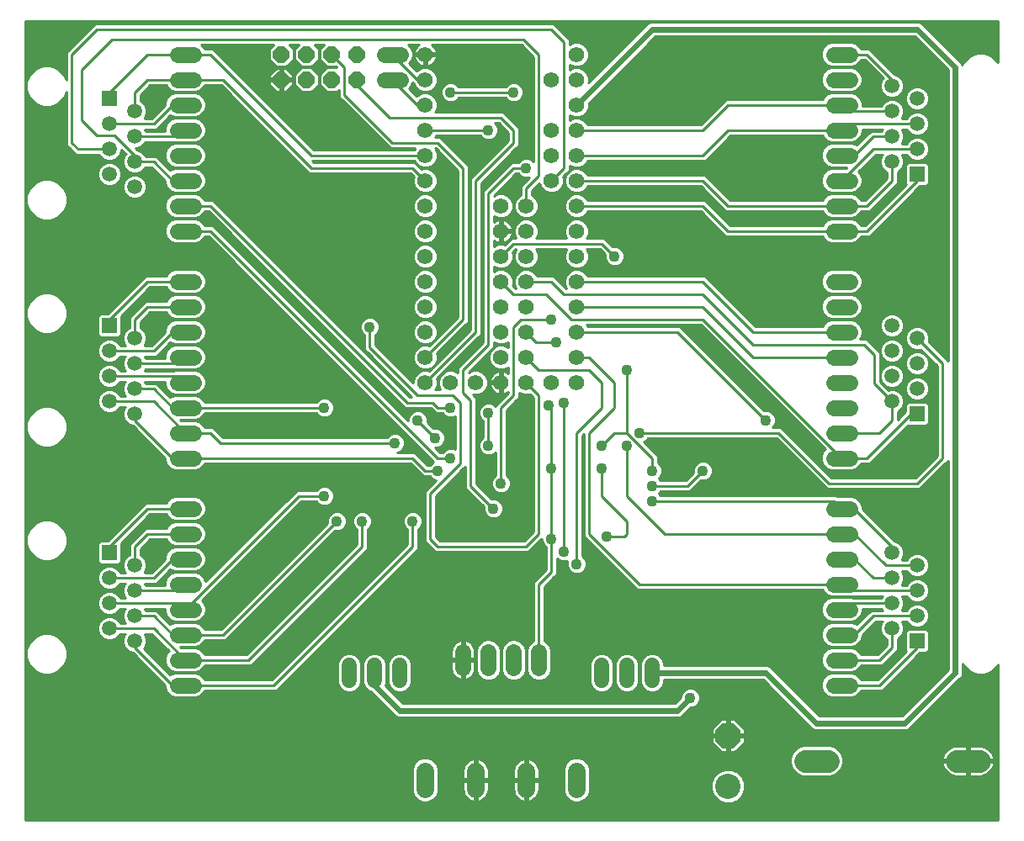
<source format=gbl>
G75*
%MOIN*%
%OFA0B0*%
%FSLAX24Y24*%
%IPPOS*%
%LPD*%
%AMOC8*
5,1,8,0,0,1.08239X$1,22.5*
%
%ADD10C,0.1000*%
%ADD11OC8,0.1000*%
%ADD12C,0.0885*%
%ADD13C,0.0600*%
%ADD14C,0.0640*%
%ADD15OC8,0.0640*%
%ADD16C,0.0620*%
%ADD17C,0.0594*%
%ADD18R,0.0594X0.0594*%
%ADD19C,0.0710*%
%ADD20C,0.0100*%
%ADD21C,0.0436*%
%ADD22C,0.0240*%
D10*
X030204Y002500D03*
D11*
X030204Y004500D03*
D12*
X033261Y003500D02*
X034146Y003500D01*
X039261Y003500D02*
X040146Y003500D01*
D13*
X027204Y006700D02*
X027204Y007300D01*
X026204Y007300D02*
X026204Y006700D01*
X025204Y006700D02*
X025204Y007300D01*
X017204Y007300D02*
X017204Y006700D01*
X016204Y006700D02*
X016204Y007300D01*
X015204Y007300D02*
X015204Y006700D01*
D14*
X019704Y007180D02*
X019704Y007820D01*
X020704Y007820D02*
X020704Y007180D01*
X021704Y007180D02*
X021704Y007820D01*
X022704Y007820D02*
X022704Y007180D01*
X034384Y007500D02*
X035024Y007500D01*
X035024Y006500D02*
X034384Y006500D01*
X034384Y008500D02*
X035024Y008500D01*
X035024Y009500D02*
X034384Y009500D01*
X034384Y010500D02*
X035024Y010500D01*
X035024Y011500D02*
X034384Y011500D01*
X034384Y012500D02*
X035024Y012500D01*
X035024Y013500D02*
X034384Y013500D01*
X034384Y015500D02*
X035024Y015500D01*
X035024Y016500D02*
X034384Y016500D01*
X034384Y017500D02*
X035024Y017500D01*
X035024Y018500D02*
X034384Y018500D01*
X034384Y019500D02*
X035024Y019500D01*
X035024Y020500D02*
X034384Y020500D01*
X034384Y021500D02*
X035024Y021500D01*
X035024Y022500D02*
X034384Y022500D01*
X034384Y024500D02*
X035024Y024500D01*
X035024Y025500D02*
X034384Y025500D01*
X034384Y026500D02*
X035024Y026500D01*
X035024Y027500D02*
X034384Y027500D01*
X034384Y028500D02*
X035024Y028500D01*
X035024Y029500D02*
X034384Y029500D01*
X034384Y030500D02*
X035024Y030500D01*
X035024Y031500D02*
X034384Y031500D01*
X017224Y031500D02*
X016584Y031500D01*
X016584Y030500D02*
X017224Y030500D01*
X009024Y030500D02*
X008384Y030500D01*
X008384Y031500D02*
X009024Y031500D01*
X009024Y029500D02*
X008384Y029500D01*
X008384Y028500D02*
X009024Y028500D01*
X009024Y027500D02*
X008384Y027500D01*
X008384Y026500D02*
X009024Y026500D01*
X009024Y025500D02*
X008384Y025500D01*
X008384Y024500D02*
X009024Y024500D01*
X009024Y022500D02*
X008384Y022500D01*
X008384Y021500D02*
X009024Y021500D01*
X009024Y020500D02*
X008384Y020500D01*
X008384Y019500D02*
X009024Y019500D01*
X009024Y018500D02*
X008384Y018500D01*
X008384Y017500D02*
X009024Y017500D01*
X009024Y016500D02*
X008384Y016500D01*
X008384Y015500D02*
X009024Y015500D01*
X009024Y013500D02*
X008384Y013500D01*
X008384Y012500D02*
X009024Y012500D01*
X009024Y011500D02*
X008384Y011500D01*
X008384Y010500D02*
X009024Y010500D01*
X009024Y009500D02*
X008384Y009500D01*
X008384Y008500D02*
X009024Y008500D01*
X009024Y007500D02*
X008384Y007500D01*
X008384Y006500D02*
X009024Y006500D01*
D15*
X012504Y030500D03*
X013504Y030500D03*
X014504Y030500D03*
X015504Y030500D03*
X015504Y031500D03*
X014504Y031500D03*
X013504Y031500D03*
X012504Y031500D03*
D16*
X018204Y031500D03*
X018204Y030500D03*
X018204Y029500D03*
X018204Y028500D03*
X018204Y027500D03*
X018204Y026500D03*
X018204Y025500D03*
X018204Y024500D03*
X018204Y023500D03*
X018204Y022500D03*
X018204Y021500D03*
X018204Y020500D03*
X018204Y019500D03*
X018204Y018500D03*
X019204Y018500D03*
X020204Y018500D03*
X021204Y018500D03*
X022204Y018500D03*
X023204Y018500D03*
X024204Y018500D03*
X024204Y019500D03*
X024204Y020500D03*
X024204Y021500D03*
X024204Y022500D03*
X024204Y023500D03*
X024204Y024500D03*
X024204Y025500D03*
X024204Y026500D03*
X023204Y026500D03*
X023204Y027500D03*
X024204Y027500D03*
X024204Y028500D03*
X023204Y028500D03*
X024204Y029500D03*
X024204Y030500D03*
X023204Y030500D03*
X024204Y031500D03*
X022204Y025500D03*
X022204Y024500D03*
X022204Y023500D03*
X022204Y022500D03*
X022204Y021500D03*
X022204Y020500D03*
X022204Y019500D03*
X021204Y019500D03*
X021204Y020500D03*
X021204Y021500D03*
X021204Y022500D03*
X021204Y023500D03*
X021204Y024500D03*
X021204Y025500D03*
D17*
X006704Y026250D03*
X005704Y026750D03*
X006704Y027250D03*
X005704Y027750D03*
X006704Y028250D03*
X005704Y028750D03*
X006704Y029250D03*
X006704Y020250D03*
X005704Y019750D03*
X006704Y019250D03*
X005704Y018750D03*
X006704Y018250D03*
X005704Y017750D03*
X006704Y017250D03*
X006704Y011250D03*
X005704Y010750D03*
X006704Y010250D03*
X005704Y009750D03*
X006704Y009250D03*
X005704Y008750D03*
X006704Y008250D03*
X036704Y008750D03*
X037704Y009250D03*
X036704Y009750D03*
X037704Y010250D03*
X036704Y010750D03*
X037704Y011250D03*
X036704Y011750D03*
X036704Y017750D03*
X037704Y018250D03*
X036704Y018750D03*
X037704Y019250D03*
X036704Y019750D03*
X037704Y020250D03*
X036704Y020750D03*
X036704Y027250D03*
X037704Y027750D03*
X036704Y028250D03*
X037704Y028750D03*
X036704Y029250D03*
X037704Y029750D03*
X036704Y030250D03*
D18*
X037704Y026750D03*
X037704Y017250D03*
X037704Y008250D03*
X005704Y011750D03*
X005704Y020750D03*
X005704Y029750D03*
D19*
X018204Y003105D02*
X018204Y002395D01*
X020204Y002395D02*
X020204Y003105D01*
X022204Y003105D02*
X022204Y002395D01*
X024204Y002395D02*
X024204Y003105D01*
D20*
X002374Y001170D02*
X002374Y032826D01*
X040904Y032826D01*
X040904Y031176D01*
X040890Y031209D01*
X040663Y031437D01*
X040365Y031560D01*
X040043Y031560D01*
X039745Y031437D01*
X039517Y031209D01*
X039474Y031105D01*
X039450Y031164D01*
X037950Y032664D01*
X037868Y032746D01*
X037761Y032790D01*
X027146Y032790D01*
X027040Y032746D01*
X024674Y030380D01*
X024684Y030405D01*
X024684Y030595D01*
X024611Y030772D01*
X024476Y030907D01*
X024299Y030980D01*
X024108Y030980D01*
X023932Y030907D01*
X023924Y030899D01*
X023924Y031101D01*
X023932Y031093D01*
X024108Y031020D01*
X024299Y031020D01*
X024476Y031093D01*
X024611Y031228D01*
X024684Y031405D01*
X024684Y031595D01*
X024611Y031772D01*
X024476Y031907D01*
X024299Y031980D01*
X024108Y031980D01*
X023932Y031907D01*
X023924Y031899D01*
X023924Y032091D01*
X023424Y032591D01*
X023295Y032720D01*
X005113Y032720D01*
X004113Y031720D01*
X003984Y031591D01*
X003984Y030484D01*
X003890Y030709D01*
X003663Y030937D01*
X003365Y031060D01*
X003043Y031060D01*
X002745Y030937D01*
X002517Y030709D01*
X002394Y030411D01*
X002394Y030089D01*
X002517Y029791D01*
X002745Y029563D01*
X003043Y029440D01*
X003365Y029440D01*
X003663Y029563D01*
X003890Y029791D01*
X003984Y030016D01*
X003984Y027909D01*
X004113Y027780D01*
X004363Y027530D01*
X005289Y027530D01*
X005308Y027485D01*
X005439Y027354D01*
X005611Y027283D01*
X005797Y027283D01*
X005968Y027354D01*
X006100Y027485D01*
X006171Y027657D01*
X006171Y027722D01*
X006343Y027550D01*
X006308Y027515D01*
X006237Y027343D01*
X006237Y027157D01*
X006308Y026985D01*
X006439Y026854D01*
X006611Y026783D01*
X006797Y026783D01*
X006968Y026854D01*
X007100Y026985D01*
X007118Y027030D01*
X007363Y027030D01*
X007894Y026499D01*
X007894Y026403D01*
X007968Y026222D01*
X008106Y026085D01*
X008286Y026010D01*
X009121Y026010D01*
X009301Y026085D01*
X009439Y026222D01*
X009514Y026403D01*
X009514Y026597D01*
X009439Y026778D01*
X009301Y026915D01*
X009121Y026990D01*
X008286Y026990D01*
X008106Y026915D01*
X008103Y026912D01*
X007545Y027470D01*
X007118Y027470D01*
X007100Y027515D01*
X006968Y027646D01*
X006798Y027716D01*
X006795Y027720D01*
X006732Y027783D01*
X006797Y027783D01*
X006968Y027854D01*
X007100Y027985D01*
X007118Y028030D01*
X008238Y028030D01*
X008286Y028010D01*
X009121Y028010D01*
X009301Y028085D01*
X009439Y028222D01*
X009514Y028403D01*
X009514Y028597D01*
X009439Y028778D01*
X009301Y028915D01*
X009121Y028990D01*
X008286Y028990D01*
X008106Y028915D01*
X007968Y028778D01*
X007894Y028597D01*
X007894Y028470D01*
X007118Y028470D01*
X007100Y028515D01*
X007084Y028530D01*
X007545Y028530D01*
X008103Y029088D01*
X008106Y029085D01*
X008286Y029010D01*
X009121Y029010D01*
X009301Y029085D01*
X009439Y029222D01*
X009514Y029403D01*
X009514Y029597D01*
X009439Y029778D01*
X009301Y029915D01*
X009121Y029990D01*
X008286Y029990D01*
X008106Y029915D01*
X007968Y029778D01*
X007894Y029597D01*
X007894Y029501D01*
X007363Y028970D01*
X007084Y028970D01*
X007100Y028985D01*
X007171Y029157D01*
X007171Y029343D01*
X007100Y029515D01*
X006968Y029646D01*
X006924Y029665D01*
X006924Y029909D01*
X007295Y030280D01*
X007945Y030280D01*
X007968Y030222D01*
X008106Y030085D01*
X008286Y030010D01*
X009121Y030010D01*
X009301Y030085D01*
X009439Y030222D01*
X009463Y030280D01*
X010113Y030280D01*
X013484Y026909D01*
X013613Y026780D01*
X017613Y026780D01*
X017745Y026647D01*
X017724Y026595D01*
X017724Y026405D01*
X017797Y026228D01*
X017932Y026093D01*
X018108Y026020D01*
X018299Y026020D01*
X018476Y026093D01*
X018611Y026228D01*
X018684Y026405D01*
X018684Y026595D01*
X018611Y026772D01*
X018476Y026907D01*
X018299Y026980D01*
X018108Y026980D01*
X018056Y026959D01*
X017795Y027220D01*
X013795Y027220D01*
X013735Y027280D01*
X017775Y027280D01*
X017797Y027228D01*
X017932Y027093D01*
X018108Y027020D01*
X018299Y027020D01*
X018476Y027093D01*
X018611Y027228D01*
X018684Y027405D01*
X018684Y027595D01*
X018611Y027772D01*
X018603Y027780D01*
X018613Y027780D01*
X019484Y026909D01*
X019484Y021091D01*
X018351Y019959D01*
X018299Y019980D01*
X018108Y019980D01*
X017932Y019907D01*
X017797Y019772D01*
X017724Y019595D01*
X017724Y019405D01*
X017797Y019228D01*
X017932Y019093D01*
X018108Y019020D01*
X018299Y019020D01*
X018476Y019093D01*
X018611Y019228D01*
X018684Y019405D01*
X018684Y019595D01*
X018662Y019647D01*
X019795Y020780D01*
X019924Y020909D01*
X019924Y027091D01*
X018924Y028091D01*
X018795Y028220D01*
X018603Y028220D01*
X018611Y028228D01*
X018632Y028280D01*
X020375Y028280D01*
X020484Y028171D01*
X020627Y028112D01*
X020781Y028112D01*
X020924Y028171D01*
X021033Y028280D01*
X021092Y028423D01*
X021092Y028577D01*
X021033Y028720D01*
X020973Y028780D01*
X021113Y028780D01*
X021484Y028409D01*
X021484Y028091D01*
X019984Y026591D01*
X019984Y020591D01*
X018351Y018959D01*
X018299Y018980D01*
X018108Y018980D01*
X017932Y018907D01*
X017797Y018772D01*
X017724Y018595D01*
X017724Y018491D01*
X016224Y019991D01*
X016224Y020371D01*
X016333Y020480D01*
X016392Y020623D01*
X016392Y020777D01*
X016333Y020920D01*
X016224Y021029D01*
X016081Y021088D01*
X015927Y021088D01*
X015784Y021029D01*
X015675Y020920D01*
X015616Y020777D01*
X015616Y020623D01*
X015675Y020480D01*
X015784Y020371D01*
X015784Y019809D01*
X015913Y019680D01*
X017673Y017920D01*
X017595Y017920D01*
X009795Y025720D01*
X009463Y025720D01*
X009439Y025778D01*
X009301Y025915D01*
X009121Y025990D01*
X008286Y025990D01*
X008106Y025915D01*
X007968Y025778D01*
X007894Y025597D01*
X007894Y025403D01*
X007968Y025222D01*
X008106Y025085D01*
X008286Y025010D01*
X009121Y025010D01*
X009301Y025085D01*
X009439Y025222D01*
X009463Y025280D01*
X009613Y025280D01*
X017284Y017609D01*
X017413Y017480D01*
X018413Y017480D01*
X018613Y017280D01*
X018875Y017280D01*
X018984Y017171D01*
X019127Y017112D01*
X019281Y017112D01*
X019384Y017154D01*
X019384Y015846D01*
X019281Y015888D01*
X019127Y015888D01*
X018984Y015829D01*
X018875Y015720D01*
X018795Y015720D01*
X018603Y015912D01*
X018681Y015912D01*
X018824Y015971D01*
X018933Y016080D01*
X018992Y016223D01*
X018992Y016377D01*
X018933Y016520D01*
X018824Y016629D01*
X018681Y016688D01*
X018527Y016688D01*
X018292Y016923D01*
X018292Y017077D01*
X018233Y017220D01*
X018124Y017329D01*
X017981Y017388D01*
X017827Y017388D01*
X017684Y017329D01*
X017575Y017220D01*
X017516Y017077D01*
X017516Y016999D01*
X009924Y024591D01*
X009795Y024720D01*
X009463Y024720D01*
X009439Y024778D01*
X009301Y024915D01*
X009121Y024990D01*
X008286Y024990D01*
X008106Y024915D01*
X007968Y024778D01*
X007894Y024597D01*
X007894Y024403D01*
X007968Y024222D01*
X008106Y024085D01*
X008286Y024010D01*
X009121Y024010D01*
X009301Y024085D01*
X009439Y024222D01*
X009463Y024280D01*
X009613Y024280D01*
X018540Y015352D01*
X018484Y015329D01*
X018375Y015220D01*
X018295Y015220D01*
X017924Y015591D01*
X017795Y015720D01*
X017101Y015720D01*
X017224Y015771D01*
X017333Y015880D01*
X017392Y016023D01*
X017392Y016177D01*
X017333Y016320D01*
X017224Y016429D01*
X017081Y016488D01*
X016927Y016488D01*
X016784Y016429D01*
X016675Y016320D01*
X010195Y016320D01*
X009924Y016591D01*
X009795Y016720D01*
X009463Y016720D01*
X009439Y016778D01*
X009301Y016915D01*
X009121Y016990D01*
X008525Y016990D01*
X008505Y017010D01*
X009121Y017010D01*
X009301Y017085D01*
X009439Y017222D01*
X009463Y017280D01*
X013875Y017280D01*
X013984Y017171D01*
X014127Y017112D01*
X014281Y017112D01*
X014424Y017171D01*
X014533Y017280D01*
X014592Y017423D01*
X014592Y017577D01*
X014533Y017720D01*
X014424Y017829D01*
X014281Y017888D01*
X014127Y017888D01*
X013984Y017829D01*
X013875Y017720D01*
X009463Y017720D01*
X009439Y017778D01*
X009301Y017915D01*
X009121Y017990D01*
X008286Y017990D01*
X008106Y017915D01*
X008103Y017912D01*
X007545Y018470D01*
X007118Y018470D01*
X007100Y018515D01*
X007084Y018530D01*
X007894Y018530D01*
X007894Y018403D01*
X007968Y018222D01*
X008106Y018085D01*
X008286Y018010D01*
X009121Y018010D01*
X009301Y018085D01*
X009439Y018222D01*
X009514Y018403D01*
X009514Y018597D01*
X009439Y018778D01*
X009301Y018915D01*
X009121Y018990D01*
X008286Y018990D01*
X008238Y018970D01*
X007084Y018970D01*
X007100Y018985D01*
X007118Y019030D01*
X008238Y019030D01*
X008286Y019010D01*
X009121Y019010D01*
X009301Y019085D01*
X009439Y019222D01*
X009514Y019403D01*
X009514Y019597D01*
X009439Y019778D01*
X009301Y019915D01*
X009121Y019990D01*
X008286Y019990D01*
X008106Y019915D01*
X007968Y019778D01*
X007894Y019597D01*
X007894Y019470D01*
X007118Y019470D01*
X007100Y019515D01*
X007084Y019530D01*
X007545Y019530D01*
X008103Y020088D01*
X008106Y020085D01*
X008286Y020010D01*
X009121Y020010D01*
X009301Y020085D01*
X009439Y020222D01*
X009514Y020403D01*
X009514Y020597D01*
X009439Y020778D01*
X009301Y020915D01*
X009121Y020990D01*
X008286Y020990D01*
X008106Y020915D01*
X007968Y020778D01*
X007894Y020597D01*
X007894Y020501D01*
X007363Y019970D01*
X007084Y019970D01*
X007100Y019985D01*
X007171Y020157D01*
X007171Y020343D01*
X007100Y020515D01*
X006968Y020646D01*
X006924Y020665D01*
X006924Y020909D01*
X007295Y021280D01*
X007945Y021280D01*
X007968Y021222D01*
X008106Y021085D01*
X008286Y021010D01*
X009121Y021010D01*
X009301Y021085D01*
X009439Y021222D01*
X009514Y021403D01*
X009514Y021597D01*
X009439Y021778D01*
X009301Y021915D01*
X009121Y021990D01*
X008286Y021990D01*
X008106Y021915D01*
X007968Y021778D01*
X007945Y021720D01*
X007113Y021720D01*
X006984Y021591D01*
X006484Y021091D01*
X006484Y020665D01*
X006439Y020646D01*
X006308Y020515D01*
X006237Y020343D01*
X006237Y020157D01*
X006308Y019985D01*
X006323Y019970D01*
X006118Y019970D01*
X006100Y020015D01*
X005968Y020146D01*
X005797Y020217D01*
X005611Y020217D01*
X005439Y020146D01*
X005308Y020015D01*
X005237Y019843D01*
X005237Y019657D01*
X005308Y019485D01*
X005439Y019354D01*
X005611Y019283D01*
X005797Y019283D01*
X005968Y019354D01*
X006100Y019485D01*
X006118Y019530D01*
X006323Y019530D01*
X006308Y019515D01*
X006237Y019343D01*
X006237Y019157D01*
X006308Y018985D01*
X006323Y018970D01*
X006118Y018970D01*
X006100Y019015D01*
X005968Y019146D01*
X005797Y019217D01*
X005611Y019217D01*
X005439Y019146D01*
X005308Y019015D01*
X005237Y018843D01*
X005237Y018657D01*
X005308Y018485D01*
X005439Y018354D01*
X005611Y018283D01*
X005797Y018283D01*
X005968Y018354D01*
X006100Y018485D01*
X006118Y018530D01*
X006323Y018530D01*
X006308Y018515D01*
X006237Y018343D01*
X006237Y018157D01*
X006308Y017985D01*
X006323Y017970D01*
X006118Y017970D01*
X006100Y018015D01*
X005968Y018146D01*
X005797Y018217D01*
X005611Y018217D01*
X005439Y018146D01*
X005308Y018015D01*
X005237Y017843D01*
X005237Y017657D01*
X005308Y017485D01*
X005439Y017354D01*
X005611Y017283D01*
X005797Y017283D01*
X005968Y017354D01*
X006100Y017485D01*
X006118Y017530D01*
X006323Y017530D01*
X006308Y017515D01*
X006237Y017343D01*
X006237Y017157D01*
X006308Y016985D01*
X006439Y016854D01*
X006609Y016784D01*
X007894Y015499D01*
X007894Y015403D01*
X007968Y015222D01*
X008106Y015085D01*
X008286Y015010D01*
X009121Y015010D01*
X009301Y015085D01*
X009439Y015222D01*
X009463Y015280D01*
X017613Y015280D01*
X018113Y014780D01*
X018375Y014780D01*
X018484Y014671D01*
X018611Y014618D01*
X018313Y014320D01*
X018184Y014191D01*
X018184Y012209D01*
X018484Y011909D01*
X018613Y011780D01*
X022295Y011780D01*
X022795Y012280D01*
X022816Y012301D01*
X022816Y012223D01*
X022875Y012080D01*
X022984Y011971D01*
X022984Y011091D01*
X022484Y010591D01*
X022484Y008259D01*
X022426Y008235D01*
X022288Y008098D01*
X022214Y007917D01*
X022214Y007083D01*
X022288Y006902D01*
X022426Y006765D01*
X022606Y006690D01*
X022801Y006690D01*
X022981Y006765D01*
X023119Y006902D01*
X023194Y007083D01*
X023194Y007917D01*
X023119Y008098D01*
X022981Y008235D01*
X022924Y008259D01*
X022924Y010409D01*
X023295Y010780D01*
X023424Y010909D01*
X023424Y011531D01*
X023484Y011471D01*
X023627Y011412D01*
X023781Y011412D01*
X023840Y011436D01*
X023816Y011377D01*
X023816Y011223D01*
X023875Y011080D01*
X023984Y010971D01*
X024127Y010912D01*
X024281Y010912D01*
X024424Y010971D01*
X024533Y011080D01*
X024592Y011223D01*
X024592Y011377D01*
X024533Y011520D01*
X024424Y011629D01*
X024424Y016409D01*
X024484Y016469D01*
X024484Y012409D01*
X026484Y010409D01*
X026613Y010280D01*
X033945Y010280D01*
X033968Y010222D01*
X034106Y010085D01*
X034286Y010010D01*
X035121Y010010D01*
X035170Y010030D01*
X036323Y010030D01*
X036308Y010015D01*
X036289Y009970D01*
X035170Y009970D01*
X035121Y009990D01*
X034286Y009990D01*
X034106Y009915D01*
X033968Y009778D01*
X033894Y009597D01*
X033894Y009403D01*
X033968Y009222D01*
X034106Y009085D01*
X034286Y009010D01*
X035121Y009010D01*
X035301Y009085D01*
X035439Y009222D01*
X035514Y009403D01*
X035514Y009530D01*
X036289Y009530D01*
X036308Y009485D01*
X036323Y009470D01*
X035863Y009470D01*
X035305Y008912D01*
X035301Y008915D01*
X035121Y008990D01*
X034286Y008990D01*
X034106Y008915D01*
X033968Y008778D01*
X033894Y008597D01*
X033894Y008403D01*
X033968Y008222D01*
X034106Y008085D01*
X034286Y008010D01*
X035121Y008010D01*
X035301Y008085D01*
X035439Y008222D01*
X035514Y008403D01*
X035514Y008499D01*
X036045Y009030D01*
X036323Y009030D01*
X036308Y009015D01*
X036237Y008843D01*
X036237Y008657D01*
X036308Y008485D01*
X036439Y008354D01*
X036484Y008335D01*
X036484Y008091D01*
X036113Y007720D01*
X035463Y007720D01*
X035439Y007778D01*
X035301Y007915D01*
X035121Y007990D01*
X034286Y007990D01*
X034106Y007915D01*
X033968Y007778D01*
X033894Y007597D01*
X033894Y007403D01*
X033968Y007222D01*
X034106Y007085D01*
X034286Y007010D01*
X035121Y007010D01*
X035301Y007085D01*
X035439Y007222D01*
X035463Y007280D01*
X036295Y007280D01*
X036424Y007409D01*
X036924Y007909D01*
X036924Y008335D01*
X036968Y008354D01*
X037100Y008485D01*
X037171Y008657D01*
X037171Y008843D01*
X037100Y009015D01*
X037084Y009030D01*
X037289Y009030D01*
X037308Y008985D01*
X037439Y008854D01*
X037611Y008783D01*
X037797Y008783D01*
X037968Y008854D01*
X038100Y008985D01*
X038171Y009157D01*
X038171Y009343D01*
X038100Y009515D01*
X037968Y009646D01*
X037797Y009717D01*
X037611Y009717D01*
X037439Y009646D01*
X037308Y009515D01*
X037289Y009470D01*
X037084Y009470D01*
X037100Y009485D01*
X037171Y009657D01*
X037171Y009843D01*
X037100Y010015D01*
X037084Y010030D01*
X037289Y010030D01*
X037308Y009985D01*
X037439Y009854D01*
X037611Y009783D01*
X037797Y009783D01*
X037968Y009854D01*
X038100Y009985D01*
X038171Y010157D01*
X038171Y010343D01*
X038100Y010515D01*
X037968Y010646D01*
X037797Y010717D01*
X037611Y010717D01*
X037439Y010646D01*
X037308Y010515D01*
X037289Y010470D01*
X037084Y010470D01*
X037100Y010485D01*
X037171Y010657D01*
X037171Y010843D01*
X037100Y011015D01*
X037084Y011030D01*
X037289Y011030D01*
X037308Y010985D01*
X037439Y010854D01*
X037611Y010783D01*
X037797Y010783D01*
X037968Y010854D01*
X038100Y010985D01*
X038171Y011157D01*
X038171Y011343D01*
X038100Y011515D01*
X037968Y011646D01*
X037797Y011717D01*
X037611Y011717D01*
X037439Y011646D01*
X037308Y011515D01*
X037289Y011470D01*
X037084Y011470D01*
X037100Y011485D01*
X037171Y011657D01*
X037171Y011843D01*
X037100Y012015D01*
X036968Y012146D01*
X036798Y012216D01*
X035514Y013501D01*
X035514Y013597D01*
X035439Y013778D01*
X035301Y013915D01*
X035121Y013990D01*
X034525Y013990D01*
X034495Y014020D01*
X027533Y014020D01*
X027453Y014100D01*
X038914Y014100D01*
X038914Y014200D02*
X028715Y014200D01*
X028704Y014189D02*
X028704Y014020D01*
X028804Y014020D02*
X028804Y014289D01*
X028815Y014300D02*
X034093Y014300D01*
X034104Y014289D02*
X034104Y014020D01*
X034204Y014020D02*
X034204Y014280D01*
X034113Y014280D02*
X037795Y014280D01*
X038795Y015280D01*
X038914Y015399D01*
X038914Y007120D01*
X037084Y005290D01*
X033824Y005290D01*
X031868Y007246D01*
X031761Y007290D01*
X027674Y007290D01*
X027674Y007393D01*
X027602Y007566D01*
X027470Y007698D01*
X027297Y007770D01*
X027110Y007770D01*
X026938Y007698D01*
X026805Y007566D01*
X026734Y007393D01*
X026734Y006607D01*
X026805Y006434D01*
X026938Y006302D01*
X027110Y006230D01*
X027297Y006230D01*
X027470Y006302D01*
X027602Y006434D01*
X027674Y006607D01*
X027674Y006710D01*
X031584Y006710D01*
X033458Y004836D01*
X033540Y004754D01*
X033646Y004710D01*
X037261Y004710D01*
X037368Y004754D01*
X039368Y006754D01*
X039450Y006836D01*
X039494Y006942D01*
X039494Y007347D01*
X039517Y007291D01*
X039745Y007063D01*
X040043Y006940D01*
X040365Y006940D01*
X040663Y007063D01*
X040890Y007291D01*
X040904Y007324D01*
X040904Y001170D01*
X002374Y001170D01*
X002404Y001170D02*
X002404Y007565D01*
X002394Y007589D02*
X002517Y007291D01*
X002745Y007063D01*
X003043Y006940D01*
X003365Y006940D01*
X003663Y007063D01*
X003890Y007291D01*
X004014Y007589D01*
X004014Y007911D01*
X003890Y008209D01*
X003663Y008437D01*
X003365Y008560D01*
X003043Y008560D01*
X002745Y008437D01*
X002517Y008209D01*
X002394Y007911D01*
X002394Y007589D01*
X002394Y007600D02*
X002374Y007600D01*
X002374Y007500D02*
X002431Y007500D01*
X002472Y007400D02*
X002374Y007400D01*
X002374Y007300D02*
X002513Y007300D01*
X002504Y007323D02*
X002504Y001170D01*
X002604Y001170D02*
X002604Y007204D01*
X002608Y007200D02*
X002374Y007200D01*
X002374Y007100D02*
X002708Y007100D01*
X002704Y007104D02*
X002704Y001170D01*
X002804Y001170D02*
X002804Y007039D01*
X002898Y007000D02*
X002374Y007000D01*
X002374Y006900D02*
X007493Y006900D01*
X007504Y006889D02*
X007504Y001170D01*
X007604Y001170D02*
X007604Y006789D01*
X007593Y006800D02*
X002374Y006800D01*
X002374Y006700D02*
X007693Y006700D01*
X007704Y006689D02*
X007704Y001170D01*
X007804Y001170D02*
X007804Y006589D01*
X007793Y006600D02*
X002374Y006600D01*
X002374Y006500D02*
X007893Y006500D01*
X007894Y006499D02*
X007894Y006403D01*
X007968Y006222D01*
X008106Y006085D01*
X008286Y006010D01*
X009121Y006010D01*
X009301Y006085D01*
X009439Y006222D01*
X009463Y006280D01*
X012295Y006280D01*
X012424Y006409D01*
X017924Y011909D01*
X017924Y012671D01*
X018033Y012780D01*
X018092Y012923D01*
X018092Y013077D01*
X018033Y013220D01*
X017924Y013329D01*
X017781Y013388D01*
X017627Y013388D01*
X017484Y013329D01*
X017375Y013220D01*
X017316Y013077D01*
X017316Y012923D01*
X017375Y012780D01*
X017484Y012671D01*
X017484Y012091D01*
X012113Y006720D01*
X009463Y006720D01*
X009439Y006778D01*
X009301Y006915D01*
X009121Y006990D01*
X008286Y006990D01*
X008106Y006915D01*
X008103Y006912D01*
X007065Y007950D01*
X007100Y007985D01*
X007171Y008157D01*
X007171Y008343D01*
X007100Y008515D01*
X007084Y008530D01*
X007363Y008530D01*
X008042Y007851D01*
X007968Y007778D01*
X007894Y007597D01*
X007894Y007403D01*
X007968Y007222D01*
X008106Y007085D01*
X008286Y007010D01*
X009121Y007010D01*
X009301Y007085D01*
X009439Y007222D01*
X009463Y007280D01*
X011295Y007280D01*
X011424Y007409D01*
X015924Y011909D01*
X015924Y012671D01*
X016033Y012780D01*
X016092Y012923D01*
X016092Y013077D01*
X016033Y013220D01*
X015924Y013329D01*
X015781Y013388D01*
X015627Y013388D01*
X015484Y013329D01*
X015375Y013220D01*
X015316Y013077D01*
X015316Y012923D01*
X015375Y012780D01*
X015484Y012671D01*
X015484Y012091D01*
X011113Y007720D01*
X009463Y007720D01*
X009439Y007778D01*
X009301Y007915D01*
X009121Y007990D01*
X008525Y007990D01*
X008505Y008010D01*
X009121Y008010D01*
X009301Y008085D01*
X009439Y008222D01*
X009463Y008280D01*
X010295Y008280D01*
X014627Y012612D01*
X014781Y012612D01*
X014924Y012671D01*
X015033Y012780D01*
X015092Y012923D01*
X015092Y013077D01*
X015033Y013220D01*
X014924Y013329D01*
X014781Y013388D01*
X014627Y013388D01*
X014484Y013329D01*
X014375Y013220D01*
X014316Y013077D01*
X014316Y012923D01*
X010113Y008720D01*
X009463Y008720D01*
X009439Y008778D01*
X009301Y008915D01*
X009121Y008990D01*
X008286Y008990D01*
X008106Y008915D01*
X008103Y008912D01*
X007545Y009470D01*
X007118Y009470D01*
X007100Y009515D01*
X007084Y009530D01*
X007894Y009530D01*
X007894Y009403D01*
X007968Y009222D01*
X008106Y009085D01*
X008286Y009010D01*
X009121Y009010D01*
X009301Y009085D01*
X009439Y009222D01*
X009514Y009403D01*
X009514Y009597D01*
X009439Y009778D01*
X009366Y009851D01*
X013295Y013780D01*
X013875Y013780D01*
X013984Y013671D01*
X014127Y013612D01*
X014281Y013612D01*
X014424Y013671D01*
X014533Y013780D01*
X014592Y013923D01*
X014592Y014077D01*
X014533Y014220D01*
X014424Y014329D01*
X014281Y014388D01*
X014127Y014388D01*
X013984Y014329D01*
X013875Y014220D01*
X013113Y014220D01*
X009507Y010614D01*
X009439Y010778D01*
X009301Y010915D01*
X009121Y010990D01*
X008286Y010990D01*
X008106Y010915D01*
X007968Y010778D01*
X007894Y010597D01*
X007894Y010470D01*
X007118Y010470D01*
X007100Y010515D01*
X007084Y010530D01*
X007545Y010530D01*
X008103Y011088D01*
X008106Y011085D01*
X008286Y011010D01*
X009121Y011010D01*
X009301Y011085D01*
X009439Y011222D01*
X009514Y011403D01*
X009514Y011597D01*
X009439Y011778D01*
X009301Y011915D01*
X009121Y011990D01*
X008286Y011990D01*
X008106Y011915D01*
X007968Y011778D01*
X007894Y011597D01*
X007894Y011501D01*
X007363Y010970D01*
X007084Y010970D01*
X007100Y010985D01*
X007171Y011157D01*
X007171Y011343D01*
X007100Y011515D01*
X006968Y011646D01*
X006924Y011665D01*
X006924Y011909D01*
X007295Y012280D01*
X007945Y012280D01*
X007968Y012222D01*
X008106Y012085D01*
X008286Y012010D01*
X009121Y012010D01*
X009301Y012085D01*
X009439Y012222D01*
X009514Y012403D01*
X009514Y012597D01*
X009439Y012778D01*
X009301Y012915D01*
X009121Y012990D01*
X008286Y012990D01*
X008106Y012915D01*
X007968Y012778D01*
X007945Y012720D01*
X007113Y012720D01*
X006984Y012591D01*
X006484Y012091D01*
X006484Y011665D01*
X006439Y011646D01*
X006308Y011515D01*
X006237Y011343D01*
X006237Y011157D01*
X006308Y010985D01*
X006323Y010970D01*
X006118Y010970D01*
X006100Y011015D01*
X005968Y011146D01*
X005797Y011217D01*
X005611Y011217D01*
X005439Y011146D01*
X005308Y011015D01*
X005237Y010843D01*
X005237Y010657D01*
X005308Y010485D01*
X005439Y010354D01*
X005611Y010283D01*
X005797Y010283D01*
X005968Y010354D01*
X006100Y010485D01*
X006118Y010530D01*
X006323Y010530D01*
X006308Y010515D01*
X006237Y010343D01*
X006237Y010157D01*
X006308Y009985D01*
X006323Y009970D01*
X006118Y009970D01*
X006100Y010015D01*
X005968Y010146D01*
X005797Y010217D01*
X005611Y010217D01*
X005439Y010146D01*
X005308Y010015D01*
X005237Y009843D01*
X005237Y009657D01*
X005308Y009485D01*
X005439Y009354D01*
X005611Y009283D01*
X005797Y009283D01*
X005968Y009354D01*
X006100Y009485D01*
X006118Y009530D01*
X006323Y009530D01*
X006308Y009515D01*
X006237Y009343D01*
X006237Y009157D01*
X006308Y008985D01*
X006323Y008970D01*
X006118Y008970D01*
X006100Y009015D01*
X005968Y009146D01*
X005797Y009217D01*
X005611Y009217D01*
X005439Y009146D01*
X005308Y009015D01*
X005237Y008843D01*
X005237Y008657D01*
X005308Y008485D01*
X005439Y008354D01*
X005611Y008283D01*
X005797Y008283D01*
X005968Y008354D01*
X006100Y008485D01*
X006118Y008530D01*
X006323Y008530D01*
X006308Y008515D01*
X006237Y008343D01*
X006237Y008157D01*
X006308Y007985D01*
X006439Y007854D01*
X006609Y007784D01*
X006613Y007780D01*
X007894Y006499D01*
X007895Y006400D02*
X002374Y006400D01*
X002374Y006300D02*
X007936Y006300D01*
X007904Y006378D02*
X007904Y001170D01*
X008004Y001170D02*
X008004Y006187D01*
X007991Y006200D02*
X002374Y006200D01*
X002374Y006100D02*
X008091Y006100D01*
X008104Y006087D02*
X008104Y001170D01*
X008204Y001170D02*
X008204Y006044D01*
X008304Y006010D02*
X008304Y001170D01*
X008404Y001170D02*
X008404Y006010D01*
X008504Y006010D02*
X008504Y001170D01*
X008604Y001170D02*
X008604Y006010D01*
X008704Y006010D02*
X008704Y001170D01*
X008804Y001170D02*
X008804Y006010D01*
X008904Y006010D02*
X008904Y001170D01*
X009004Y001170D02*
X009004Y006010D01*
X009104Y006010D02*
X009104Y001170D01*
X009204Y001170D02*
X009204Y006044D01*
X009304Y006087D02*
X009304Y001170D01*
X009404Y001170D02*
X009404Y006187D01*
X009417Y006200D02*
X016094Y006200D01*
X016104Y006190D02*
X016104Y001170D01*
X016204Y001170D02*
X016204Y006090D01*
X016194Y006100D02*
X009317Y006100D01*
X009504Y006280D02*
X009504Y001170D01*
X009604Y001170D02*
X009604Y006280D01*
X009704Y006280D02*
X009704Y001170D01*
X009804Y001170D02*
X009804Y006280D01*
X009904Y006280D02*
X009904Y001170D01*
X010004Y001170D02*
X010004Y006280D01*
X010104Y006280D02*
X010104Y001170D01*
X010204Y001170D02*
X010204Y006280D01*
X010304Y006280D02*
X010304Y001170D01*
X010404Y001170D02*
X010404Y006280D01*
X010504Y006280D02*
X010504Y001170D01*
X010604Y001170D02*
X010604Y006280D01*
X010704Y006280D02*
X010704Y001170D01*
X010804Y001170D02*
X010804Y006280D01*
X010904Y006280D02*
X010904Y001170D01*
X011004Y001170D02*
X011004Y006280D01*
X011104Y006280D02*
X011104Y001170D01*
X011204Y001170D02*
X011204Y006280D01*
X011304Y006280D02*
X011304Y001170D01*
X011404Y001170D02*
X011404Y006280D01*
X011504Y006280D02*
X011504Y001170D01*
X011604Y001170D02*
X011604Y006280D01*
X011704Y006280D02*
X011704Y001170D01*
X011804Y001170D02*
X011804Y006280D01*
X011904Y006280D02*
X011904Y001170D01*
X012004Y001170D02*
X012004Y006280D01*
X012104Y006280D02*
X012104Y001170D01*
X012204Y001170D02*
X012204Y006280D01*
X012304Y006289D02*
X012304Y001170D01*
X012404Y001170D02*
X012404Y006389D01*
X012415Y006400D02*
X014839Y006400D01*
X014805Y006434D02*
X014938Y006302D01*
X015110Y006230D01*
X015297Y006230D01*
X015470Y006302D01*
X015602Y006434D01*
X015674Y006607D01*
X015674Y007393D01*
X015602Y007566D01*
X015470Y007698D01*
X015297Y007770D01*
X015110Y007770D01*
X014938Y007698D01*
X014805Y007566D01*
X014734Y007393D01*
X014734Y006607D01*
X014805Y006434D01*
X014804Y006438D02*
X014804Y001170D01*
X014904Y001170D02*
X014904Y006335D01*
X014941Y006300D02*
X012315Y006300D01*
X012204Y006500D02*
X008704Y006500D01*
X008204Y006500D01*
X006704Y008000D01*
X006704Y008250D01*
X006504Y007827D02*
X006504Y001170D01*
X006604Y001170D02*
X006604Y007786D01*
X006613Y007780D02*
X006613Y007780D01*
X006569Y007800D02*
X004014Y007800D01*
X004014Y007900D02*
X006393Y007900D01*
X006404Y007889D02*
X006404Y001170D01*
X006304Y001170D02*
X006304Y007995D01*
X006302Y008000D02*
X003977Y008000D01*
X004004Y007935D02*
X004004Y012065D01*
X004014Y012089D02*
X003890Y011791D01*
X003663Y011563D01*
X003365Y011440D01*
X003043Y011440D01*
X002745Y011563D01*
X002517Y011791D01*
X002394Y012089D01*
X002394Y012411D01*
X002517Y012709D01*
X002745Y012937D01*
X003043Y013060D01*
X003365Y013060D01*
X003663Y012937D01*
X003890Y012709D01*
X004014Y012411D01*
X004014Y012089D01*
X004014Y012100D02*
X005237Y012100D01*
X005237Y012118D02*
X005237Y011382D01*
X005336Y011283D01*
X006071Y011283D01*
X006171Y011382D01*
X006171Y012118D01*
X006152Y012137D01*
X007295Y013280D01*
X007945Y013280D01*
X007968Y013222D01*
X008106Y013085D01*
X008286Y013010D01*
X009121Y013010D01*
X009301Y013085D01*
X009439Y013222D01*
X009514Y013403D01*
X009514Y013597D01*
X009439Y013778D01*
X009301Y013915D01*
X009121Y013990D01*
X008286Y013990D01*
X008106Y013915D01*
X007968Y013778D01*
X007945Y013720D01*
X007113Y013720D01*
X006984Y013591D01*
X005610Y012217D01*
X005336Y012217D01*
X005237Y012118D01*
X005304Y012185D02*
X005304Y017495D01*
X005302Y017500D02*
X003510Y017500D01*
X003504Y017502D02*
X003504Y020498D01*
X003510Y020500D02*
X005237Y020500D01*
X005237Y020400D02*
X002374Y020400D01*
X002374Y020500D02*
X002898Y020500D01*
X002904Y020498D02*
X002904Y017502D01*
X002898Y017500D02*
X002374Y017500D01*
X002374Y017400D02*
X002708Y017400D01*
X002704Y017396D02*
X002704Y020604D01*
X002708Y020600D02*
X002374Y020600D01*
X002374Y020700D02*
X002608Y020700D01*
X002604Y020704D02*
X002604Y017296D01*
X002608Y017300D02*
X002374Y017300D01*
X002374Y017200D02*
X002513Y017200D01*
X002517Y017209D02*
X002394Y016911D01*
X002394Y016589D01*
X002517Y016291D01*
X002745Y016063D01*
X003043Y015940D01*
X003365Y015940D01*
X003663Y016063D01*
X003890Y016291D01*
X004014Y016589D01*
X004014Y016911D01*
X003890Y017209D01*
X003663Y017437D01*
X003365Y017560D01*
X003043Y017560D01*
X002745Y017437D01*
X002517Y017209D01*
X002504Y017177D02*
X002504Y020823D01*
X002513Y020800D02*
X002374Y020800D01*
X002374Y020900D02*
X002472Y020900D01*
X002431Y021000D02*
X002374Y021000D01*
X002404Y021065D02*
X002404Y016935D01*
X002394Y016900D02*
X002374Y016900D01*
X002374Y016800D02*
X002394Y016800D01*
X002394Y016700D02*
X002374Y016700D01*
X002374Y016600D02*
X002394Y016600D01*
X002404Y016565D02*
X002404Y012435D01*
X002394Y012400D02*
X002374Y012400D01*
X002374Y012500D02*
X002431Y012500D01*
X002472Y012600D02*
X002374Y012600D01*
X002374Y012700D02*
X002513Y012700D01*
X002504Y012677D02*
X002504Y016323D01*
X002513Y016300D02*
X002374Y016300D01*
X002374Y016400D02*
X002472Y016400D01*
X002431Y016500D02*
X002374Y016500D01*
X002374Y016200D02*
X002608Y016200D01*
X002604Y016204D02*
X002604Y012796D01*
X002608Y012800D02*
X002374Y012800D01*
X002374Y012900D02*
X002708Y012900D01*
X002704Y012896D02*
X002704Y016104D01*
X002708Y016100D02*
X002374Y016100D01*
X002374Y016000D02*
X002898Y016000D01*
X002904Y015998D02*
X002904Y013002D01*
X002898Y013000D02*
X002374Y013000D01*
X002374Y013100D02*
X006493Y013100D01*
X006504Y013111D02*
X006504Y016827D01*
X006569Y016800D02*
X004014Y016800D01*
X004014Y016900D02*
X006393Y016900D01*
X006404Y016889D02*
X006404Y013011D01*
X006393Y013000D02*
X003510Y013000D01*
X003504Y013002D02*
X003504Y015998D01*
X003510Y016000D02*
X007393Y016000D01*
X007404Y015989D02*
X007404Y013720D01*
X007504Y013720D02*
X007504Y015889D01*
X007493Y015900D02*
X002374Y015900D01*
X002374Y015800D02*
X007593Y015800D01*
X007604Y015789D02*
X007604Y013720D01*
X007704Y013720D02*
X007704Y015689D01*
X007693Y015700D02*
X002374Y015700D01*
X002374Y015600D02*
X007793Y015600D01*
X007804Y015589D02*
X007804Y013720D01*
X007904Y013720D02*
X007904Y015378D01*
X007895Y015400D02*
X002374Y015400D01*
X002374Y015500D02*
X007893Y015500D01*
X007936Y015300D02*
X002374Y015300D01*
X002374Y015200D02*
X007991Y015200D01*
X008004Y015187D02*
X008004Y013813D01*
X007991Y013800D02*
X002374Y013800D01*
X002374Y013900D02*
X008091Y013900D01*
X008104Y013913D02*
X008104Y015087D01*
X008091Y015100D02*
X002374Y015100D01*
X002374Y015000D02*
X017893Y015000D01*
X017904Y014989D02*
X017904Y013337D01*
X017953Y013300D02*
X018184Y013300D01*
X018184Y013400D02*
X012915Y013400D01*
X012904Y013389D02*
X012904Y011511D01*
X012893Y011500D02*
X011015Y011500D01*
X011004Y011489D02*
X011004Y009611D01*
X010993Y009600D02*
X009513Y009600D01*
X009504Y009622D02*
X009504Y009989D01*
X009515Y010000D02*
X011393Y010000D01*
X011404Y010011D02*
X011404Y011889D01*
X011415Y011900D02*
X013293Y011900D01*
X013304Y011911D02*
X013304Y013780D01*
X013404Y013780D02*
X013404Y012011D01*
X013393Y012000D02*
X011515Y012000D01*
X011504Y011989D02*
X011504Y010111D01*
X011493Y010100D02*
X009615Y010100D01*
X009604Y010089D02*
X009604Y008720D01*
X009704Y008720D02*
X009704Y010189D01*
X009715Y010200D02*
X011593Y010200D01*
X011604Y010211D02*
X011604Y012089D01*
X011615Y012100D02*
X013493Y012100D01*
X013504Y012111D02*
X013504Y013780D01*
X013604Y013780D02*
X013604Y012211D01*
X013593Y012200D02*
X011715Y012200D01*
X011704Y012189D02*
X011704Y010311D01*
X011693Y010300D02*
X009815Y010300D01*
X009804Y010289D02*
X009804Y008720D01*
X009904Y008720D02*
X009904Y010389D01*
X009915Y010400D02*
X011793Y010400D01*
X011804Y010411D02*
X011804Y012289D01*
X011815Y012300D02*
X013693Y012300D01*
X013704Y012311D02*
X013704Y013780D01*
X013804Y013780D02*
X013804Y012411D01*
X013793Y012400D02*
X011915Y012400D01*
X011904Y012389D02*
X011904Y010511D01*
X011893Y010500D02*
X010015Y010500D01*
X010004Y010489D02*
X010004Y008720D01*
X010104Y008720D02*
X010104Y010589D01*
X010115Y010600D02*
X011993Y010600D01*
X012004Y010611D02*
X012004Y012489D01*
X012015Y012500D02*
X013893Y012500D01*
X013904Y012511D02*
X013904Y013751D01*
X013955Y013700D02*
X013215Y013700D01*
X013204Y013689D02*
X013204Y011811D01*
X013193Y011800D02*
X011315Y011800D01*
X011304Y011789D02*
X011304Y009911D01*
X011293Y009900D02*
X009415Y009900D01*
X009404Y009889D02*
X009404Y009813D01*
X009417Y009800D02*
X011193Y009800D01*
X011204Y009811D02*
X011204Y011689D01*
X011215Y011700D02*
X013093Y011700D01*
X013104Y011711D02*
X013104Y013589D01*
X013115Y013600D02*
X018184Y013600D01*
X018184Y013700D02*
X014453Y013700D01*
X014404Y013663D02*
X014404Y013249D01*
X014367Y013200D02*
X012715Y013200D01*
X012704Y013189D02*
X012704Y011311D01*
X012693Y011300D02*
X010815Y011300D01*
X010804Y011289D02*
X010804Y009411D01*
X010793Y009400D02*
X009513Y009400D01*
X009504Y009378D02*
X009504Y008720D01*
X009417Y008800D02*
X010193Y008800D01*
X010204Y008811D02*
X010204Y010689D01*
X010215Y010700D02*
X012093Y010700D01*
X012104Y010711D02*
X012104Y012589D01*
X012115Y012600D02*
X013993Y012600D01*
X014004Y012611D02*
X014004Y013663D01*
X014104Y013621D02*
X014104Y012711D01*
X014093Y012700D02*
X012215Y012700D01*
X012204Y012689D02*
X012204Y010811D01*
X012193Y010800D02*
X010315Y010800D01*
X010304Y010789D02*
X010304Y008911D01*
X010293Y008900D02*
X009317Y008900D01*
X009304Y008913D02*
X009304Y009087D01*
X009317Y009100D02*
X010493Y009100D01*
X010504Y009111D02*
X010504Y010989D01*
X010515Y011000D02*
X012393Y011000D01*
X012404Y011011D02*
X012404Y012889D01*
X012415Y012900D02*
X014293Y012900D01*
X014304Y012911D02*
X014304Y013621D01*
X014204Y013612D02*
X014204Y012811D01*
X014193Y012800D02*
X012315Y012800D01*
X012304Y012789D02*
X012304Y010911D01*
X012293Y010900D02*
X010415Y010900D01*
X010404Y010889D02*
X010404Y009011D01*
X010393Y009000D02*
X008015Y009000D01*
X008004Y009011D02*
X008004Y009187D01*
X007991Y009200D02*
X007815Y009200D01*
X007804Y009211D02*
X007804Y009530D01*
X007894Y009500D02*
X007106Y009500D01*
X007104Y009505D02*
X007104Y009530D01*
X007204Y009530D02*
X007204Y009470D01*
X007304Y009470D02*
X007304Y009530D01*
X007404Y009530D02*
X007404Y009470D01*
X007504Y009470D02*
X007504Y009530D01*
X007604Y009530D02*
X007604Y009411D01*
X007615Y009400D02*
X007895Y009400D01*
X007904Y009378D02*
X007904Y009111D01*
X007915Y009100D02*
X008091Y009100D01*
X008104Y009087D02*
X008104Y008913D01*
X008204Y008956D02*
X008204Y009044D01*
X008304Y009010D02*
X008304Y008990D01*
X008404Y008990D02*
X008404Y009010D01*
X008504Y009010D02*
X008504Y008990D01*
X008604Y008990D02*
X008604Y009010D01*
X008704Y009010D02*
X008704Y008990D01*
X008804Y008990D02*
X008804Y009010D01*
X008904Y009010D02*
X008904Y008990D01*
X009004Y008990D02*
X009004Y009010D01*
X009104Y009010D02*
X009104Y008990D01*
X009204Y008956D02*
X009204Y009044D01*
X009404Y009187D02*
X009404Y008813D01*
X009417Y009200D02*
X010593Y009200D01*
X010604Y009211D02*
X010604Y011089D01*
X010615Y011100D02*
X012493Y011100D01*
X012504Y011111D02*
X012504Y012989D01*
X012515Y013000D02*
X014316Y013000D01*
X014325Y013100D02*
X012615Y013100D01*
X012604Y013089D02*
X012604Y011211D01*
X012593Y011200D02*
X010715Y011200D01*
X010704Y011189D02*
X010704Y009311D01*
X010693Y009300D02*
X009471Y009300D01*
X009514Y009500D02*
X010893Y009500D01*
X010904Y009511D02*
X010904Y011389D01*
X010915Y011400D02*
X012793Y011400D01*
X012804Y011411D02*
X012804Y013289D01*
X012815Y013300D02*
X014455Y013300D01*
X014504Y013337D02*
X014504Y013751D01*
X014541Y013800D02*
X018184Y013800D01*
X018184Y013900D02*
X014582Y013900D01*
X014592Y014000D02*
X018184Y014000D01*
X018184Y014100D02*
X014582Y014100D01*
X014541Y014200D02*
X018193Y014200D01*
X018204Y014211D02*
X018204Y014780D01*
X018304Y014780D02*
X018304Y014311D01*
X018293Y014300D02*
X014453Y014300D01*
X014404Y014337D02*
X014404Y015280D01*
X014504Y015280D02*
X014504Y014249D01*
X014304Y014379D02*
X014304Y015280D01*
X014204Y015280D02*
X014204Y014388D01*
X014104Y014379D02*
X014104Y015280D01*
X014004Y015280D02*
X014004Y014337D01*
X013955Y014300D02*
X002374Y014300D01*
X002374Y014400D02*
X018393Y014400D01*
X018404Y014411D02*
X018404Y014751D01*
X018455Y014700D02*
X002374Y014700D01*
X002374Y014800D02*
X018093Y014800D01*
X018104Y014789D02*
X018104Y005790D01*
X018204Y005790D02*
X018204Y012189D01*
X018193Y012200D02*
X017924Y012200D01*
X017924Y012100D02*
X018293Y012100D01*
X018304Y012089D02*
X018304Y005790D01*
X018404Y005790D02*
X018404Y011989D01*
X018393Y012000D02*
X017924Y012000D01*
X017915Y011900D02*
X018493Y011900D01*
X018504Y011889D02*
X018504Y005790D01*
X018604Y005790D02*
X018604Y011789D01*
X018593Y011800D02*
X017815Y011800D01*
X017804Y011789D02*
X017804Y005790D01*
X017904Y005790D02*
X017904Y011889D01*
X017704Y012000D02*
X012204Y006500D01*
X012104Y006720D02*
X012104Y008089D01*
X012115Y008100D02*
X013493Y008100D01*
X013504Y008111D02*
X013504Y009489D01*
X013515Y009500D02*
X014893Y009500D01*
X014904Y009511D02*
X014904Y010889D01*
X014915Y010900D02*
X016293Y010900D01*
X016304Y010911D02*
X016304Y015280D01*
X016404Y015280D02*
X016404Y011011D01*
X016393Y011000D02*
X015015Y011000D01*
X015004Y010989D02*
X015004Y009611D01*
X014993Y009600D02*
X013615Y009600D01*
X013604Y009589D02*
X013604Y008211D01*
X013593Y008200D02*
X012215Y008200D01*
X012204Y008189D02*
X012204Y006811D01*
X012193Y006800D02*
X009417Y006800D01*
X009404Y006813D02*
X009404Y007187D01*
X009417Y007200D02*
X012593Y007200D01*
X012604Y007211D02*
X012604Y008589D01*
X012615Y008600D02*
X013993Y008600D01*
X014004Y008611D02*
X014004Y009989D01*
X014015Y010000D02*
X015393Y010000D01*
X015404Y010011D02*
X015404Y011389D01*
X015415Y011400D02*
X016793Y011400D01*
X016804Y011411D02*
X016804Y015280D01*
X016904Y015280D02*
X016904Y011511D01*
X016893Y011500D02*
X015515Y011500D01*
X015504Y011489D02*
X015504Y010111D01*
X015493Y010100D02*
X014115Y010100D01*
X014104Y010089D02*
X014104Y008711D01*
X014093Y008700D02*
X012715Y008700D01*
X012704Y008689D02*
X012704Y007311D01*
X012693Y007300D02*
X011315Y007300D01*
X011304Y007289D02*
X011304Y006720D01*
X011404Y006720D02*
X011404Y007389D01*
X011415Y007400D02*
X012793Y007400D01*
X012804Y007411D02*
X012804Y008789D01*
X012815Y008800D02*
X014193Y008800D01*
X014204Y008811D02*
X014204Y010189D01*
X014215Y010200D02*
X015593Y010200D01*
X015604Y010211D02*
X015604Y011589D01*
X015615Y011600D02*
X016993Y011600D01*
X017004Y011611D02*
X017004Y015280D01*
X017104Y015280D02*
X017104Y011711D01*
X017093Y011700D02*
X015715Y011700D01*
X015704Y011689D02*
X015704Y010311D01*
X015693Y010300D02*
X014315Y010300D01*
X014304Y010289D02*
X014304Y008911D01*
X014293Y008900D02*
X012915Y008900D01*
X012904Y008889D02*
X012904Y007511D01*
X012893Y007500D02*
X011515Y007500D01*
X011504Y007489D02*
X011504Y006720D01*
X011604Y006720D02*
X011604Y007589D01*
X011615Y007600D02*
X012993Y007600D01*
X013004Y007611D02*
X013004Y008989D01*
X013015Y009000D02*
X014393Y009000D01*
X014404Y009011D02*
X014404Y010389D01*
X014415Y010400D02*
X015793Y010400D01*
X015804Y010411D02*
X015804Y011789D01*
X015815Y011800D02*
X017193Y011800D01*
X017204Y011811D02*
X017204Y015280D01*
X017304Y015280D02*
X017304Y011911D01*
X017293Y011900D02*
X015915Y011900D01*
X015904Y011889D02*
X015904Y010511D01*
X015893Y010500D02*
X014515Y010500D01*
X014504Y010489D02*
X014504Y009111D01*
X014493Y009100D02*
X013115Y009100D01*
X013104Y009089D02*
X013104Y007711D01*
X013093Y007700D02*
X011715Y007700D01*
X011704Y007689D02*
X011704Y006720D01*
X011804Y006720D02*
X011804Y007789D01*
X011815Y007800D02*
X013193Y007800D01*
X013204Y007811D02*
X013204Y009189D01*
X013215Y009200D02*
X014593Y009200D01*
X014604Y009211D02*
X014604Y010589D01*
X014615Y010600D02*
X015993Y010600D01*
X016004Y010611D02*
X016004Y012751D01*
X016041Y012800D02*
X017367Y012800D01*
X017404Y012751D02*
X017404Y012011D01*
X017393Y012000D02*
X015924Y012000D01*
X015924Y012100D02*
X017484Y012100D01*
X017484Y012200D02*
X015924Y012200D01*
X015924Y012300D02*
X017484Y012300D01*
X017484Y012400D02*
X015924Y012400D01*
X015924Y012500D02*
X017484Y012500D01*
X017484Y012600D02*
X015924Y012600D01*
X015953Y012700D02*
X017455Y012700D01*
X017325Y012900D02*
X016082Y012900D01*
X016092Y013000D02*
X017316Y013000D01*
X017325Y013100D02*
X016082Y013100D01*
X016041Y013200D02*
X017367Y013200D01*
X017404Y013249D02*
X017404Y015280D01*
X017504Y015280D02*
X017504Y013337D01*
X017455Y013300D02*
X015953Y013300D01*
X015904Y013337D02*
X015904Y015280D01*
X016004Y015280D02*
X016004Y013249D01*
X015804Y013379D02*
X015804Y015280D01*
X015704Y015280D02*
X015704Y013388D01*
X015604Y013379D02*
X015604Y015280D01*
X015504Y015280D02*
X015504Y013337D01*
X015455Y013300D02*
X014953Y013300D01*
X014904Y013337D02*
X014904Y015280D01*
X015004Y015280D02*
X015004Y013249D01*
X015041Y013200D02*
X015367Y013200D01*
X015404Y013249D02*
X015404Y015280D01*
X015304Y015280D02*
X015304Y011911D01*
X015293Y011900D02*
X013915Y011900D01*
X013904Y011889D02*
X013904Y010511D01*
X013893Y010500D02*
X012515Y010500D01*
X012504Y010489D02*
X012504Y009111D01*
X012493Y009100D02*
X011115Y009100D01*
X011104Y009089D02*
X011104Y007720D01*
X011004Y007720D02*
X011004Y008989D01*
X011015Y009000D02*
X012393Y009000D01*
X012404Y009011D02*
X012404Y010389D01*
X012415Y010400D02*
X013793Y010400D01*
X013804Y010411D02*
X013804Y011789D01*
X013815Y011800D02*
X015193Y011800D01*
X015204Y011811D02*
X015204Y015280D01*
X015104Y015280D02*
X015104Y011711D01*
X015093Y011700D02*
X013715Y011700D01*
X013704Y011689D02*
X013704Y010311D01*
X013693Y010300D02*
X012315Y010300D01*
X012304Y010289D02*
X012304Y008911D01*
X012293Y008900D02*
X010915Y008900D01*
X010904Y008889D02*
X010904Y007720D01*
X010804Y007720D02*
X010804Y008789D01*
X010815Y008800D02*
X012193Y008800D01*
X012204Y008811D02*
X012204Y010189D01*
X012215Y010200D02*
X013593Y010200D01*
X013604Y010211D02*
X013604Y011589D01*
X013615Y011600D02*
X014993Y011600D01*
X015004Y011611D02*
X015004Y012751D01*
X015041Y012800D02*
X015367Y012800D01*
X015404Y012751D02*
X015404Y012011D01*
X015393Y012000D02*
X014015Y012000D01*
X014004Y011989D02*
X014004Y010611D01*
X013993Y010600D02*
X012615Y010600D01*
X012604Y010589D02*
X012604Y009211D01*
X012593Y009200D02*
X011215Y009200D01*
X011204Y009189D02*
X011204Y007811D01*
X011193Y007800D02*
X009417Y007800D01*
X009404Y007813D02*
X009404Y008187D01*
X009417Y008200D02*
X011593Y008200D01*
X011604Y008211D02*
X011604Y009589D01*
X011615Y009600D02*
X012993Y009600D01*
X013004Y009611D02*
X013004Y010989D01*
X013015Y011000D02*
X014393Y011000D01*
X014404Y011011D02*
X014404Y012389D01*
X014415Y012400D02*
X015484Y012400D01*
X015484Y012500D02*
X014515Y012500D01*
X014504Y012489D02*
X014504Y011111D01*
X014493Y011100D02*
X013115Y011100D01*
X013104Y011089D02*
X013104Y009711D01*
X013093Y009700D02*
X011715Y009700D01*
X011704Y009689D02*
X011704Y008311D01*
X011693Y008300D02*
X010315Y008300D01*
X010304Y008289D02*
X010304Y007720D01*
X010404Y007720D02*
X010404Y008389D01*
X010415Y008400D02*
X011793Y008400D01*
X011804Y008411D02*
X011804Y009789D01*
X011815Y009800D02*
X013193Y009800D01*
X013204Y009811D02*
X013204Y011189D01*
X013215Y011200D02*
X014593Y011200D01*
X014604Y011211D02*
X014604Y012589D01*
X014615Y012600D02*
X015484Y012600D01*
X015455Y012700D02*
X014953Y012700D01*
X014904Y012663D02*
X014904Y011511D01*
X014893Y011500D02*
X013515Y011500D01*
X013504Y011489D02*
X013504Y010111D01*
X013493Y010100D02*
X012115Y010100D01*
X012104Y010089D02*
X012104Y008711D01*
X012093Y008700D02*
X010715Y008700D01*
X010704Y008689D02*
X010704Y007720D01*
X010604Y007720D02*
X010604Y008589D01*
X010615Y008600D02*
X011993Y008600D01*
X012004Y008611D02*
X012004Y009989D01*
X012015Y010000D02*
X013393Y010000D01*
X013404Y010011D02*
X013404Y011389D01*
X013415Y011400D02*
X014793Y011400D01*
X014804Y011411D02*
X014804Y012621D01*
X014704Y012612D02*
X014704Y011311D01*
X014693Y011300D02*
X013315Y011300D01*
X013304Y011289D02*
X013304Y009911D01*
X013293Y009900D02*
X011915Y009900D01*
X011904Y009889D02*
X011904Y008511D01*
X011893Y008500D02*
X010515Y008500D01*
X010504Y008489D02*
X010504Y007720D01*
X010204Y007720D02*
X010204Y008280D01*
X010104Y008280D02*
X010104Y007720D01*
X010004Y007720D02*
X010004Y008280D01*
X009904Y008280D02*
X009904Y007720D01*
X009804Y007720D02*
X009804Y008280D01*
X009704Y008280D02*
X009704Y007720D01*
X009604Y007720D02*
X009604Y008280D01*
X009504Y008280D02*
X009504Y007720D01*
X009317Y007900D02*
X011293Y007900D01*
X011304Y007911D02*
X011304Y009289D01*
X011315Y009300D02*
X012693Y009300D01*
X012704Y009311D02*
X012704Y010689D01*
X012715Y010700D02*
X014093Y010700D01*
X014104Y010711D02*
X014104Y012089D01*
X014115Y012100D02*
X015484Y012100D01*
X015484Y012200D02*
X014215Y012200D01*
X014204Y012189D02*
X014204Y010811D01*
X014193Y010800D02*
X012815Y010800D01*
X012804Y010789D02*
X012804Y009411D01*
X012793Y009400D02*
X011415Y009400D01*
X011404Y009389D02*
X011404Y008011D01*
X011393Y008000D02*
X008515Y008000D01*
X008604Y007990D02*
X008604Y008010D01*
X008704Y008010D02*
X008704Y007990D01*
X008804Y007990D02*
X008804Y008010D01*
X008904Y008010D02*
X008904Y007990D01*
X009004Y007990D02*
X009004Y008010D01*
X009104Y008010D02*
X009104Y007990D01*
X009204Y007956D02*
X009204Y008044D01*
X009304Y008087D02*
X009304Y007913D01*
X009317Y008100D02*
X011493Y008100D01*
X011504Y008111D02*
X011504Y009489D01*
X011515Y009500D02*
X012893Y009500D01*
X012904Y009511D02*
X012904Y010889D01*
X012915Y010900D02*
X014293Y010900D01*
X014304Y010911D02*
X014304Y012289D01*
X014315Y012300D02*
X015484Y012300D01*
X015704Y012000D02*
X011204Y007500D01*
X008704Y007500D01*
X007454Y008750D01*
X005704Y008750D01*
X005704Y009217D02*
X005704Y009283D01*
X005804Y009286D02*
X005804Y009214D01*
X005838Y009200D02*
X006237Y009200D01*
X006237Y009300D02*
X005838Y009300D01*
X005904Y009327D02*
X005904Y009173D01*
X006004Y009111D02*
X006004Y009389D01*
X006014Y009400D02*
X006260Y009400D01*
X006302Y009500D02*
X006106Y009500D01*
X006104Y009495D02*
X006104Y009005D01*
X006106Y009000D02*
X006302Y009000D01*
X006304Y008995D02*
X006304Y008970D01*
X006204Y008970D02*
X006204Y009530D01*
X006304Y009530D02*
X006304Y009505D01*
X006260Y009100D02*
X006014Y009100D01*
X005604Y009214D02*
X005604Y009286D01*
X005569Y009300D02*
X002374Y009300D01*
X002374Y009400D02*
X005393Y009400D01*
X005404Y009389D02*
X005404Y009111D01*
X005393Y009100D02*
X002374Y009100D01*
X002374Y009200D02*
X005569Y009200D01*
X005504Y009173D02*
X005504Y009327D01*
X005304Y009495D02*
X005304Y009005D01*
X005302Y009000D02*
X002374Y009000D01*
X002374Y008900D02*
X005260Y008900D01*
X005237Y008800D02*
X002374Y008800D01*
X002374Y008700D02*
X005237Y008700D01*
X005260Y008600D02*
X002374Y008600D01*
X002374Y008500D02*
X002898Y008500D01*
X002904Y008502D02*
X002904Y011498D01*
X002898Y011500D02*
X002374Y011500D01*
X002374Y011600D02*
X002708Y011600D01*
X002704Y011604D02*
X002704Y008396D01*
X002708Y008400D02*
X002374Y008400D01*
X002374Y008300D02*
X002608Y008300D01*
X002604Y008296D02*
X002604Y011704D01*
X002608Y011700D02*
X002374Y011700D01*
X002374Y011800D02*
X002513Y011800D01*
X002504Y011823D02*
X002504Y008177D01*
X002513Y008200D02*
X002374Y008200D01*
X002374Y008100D02*
X002472Y008100D01*
X002431Y008000D02*
X002374Y008000D01*
X002404Y007935D02*
X002404Y012065D01*
X002394Y012100D02*
X002374Y012100D01*
X002374Y012200D02*
X002394Y012200D01*
X002394Y012300D02*
X002374Y012300D01*
X002374Y012000D02*
X002431Y012000D01*
X002472Y011900D02*
X002374Y011900D01*
X002374Y011400D02*
X005237Y011400D01*
X005237Y011500D02*
X003510Y011500D01*
X003504Y011498D02*
X003504Y008502D01*
X003510Y008500D02*
X005302Y008500D01*
X005304Y008495D02*
X005304Y001170D01*
X005404Y001170D02*
X005404Y008389D01*
X005393Y008400D02*
X003699Y008400D01*
X003704Y008396D02*
X003704Y011604D01*
X003699Y011600D02*
X005237Y011600D01*
X005237Y011700D02*
X003799Y011700D01*
X003804Y011704D02*
X003804Y008296D01*
X003799Y008300D02*
X005569Y008300D01*
X005604Y008286D02*
X005604Y001170D01*
X005704Y001170D02*
X005704Y008283D01*
X005804Y008286D02*
X005804Y001170D01*
X005904Y001170D02*
X005904Y008327D01*
X005838Y008300D02*
X006237Y008300D01*
X006237Y008200D02*
X003894Y008200D01*
X003904Y008177D02*
X003904Y011823D01*
X003894Y011800D02*
X005237Y011800D01*
X005237Y011900D02*
X003936Y011900D01*
X003977Y012000D02*
X005237Y012000D01*
X005319Y012200D02*
X004014Y012200D01*
X004014Y012300D02*
X005693Y012300D01*
X005704Y012311D02*
X005704Y017283D01*
X005804Y017286D02*
X005804Y012411D01*
X005793Y012400D02*
X004014Y012400D01*
X004004Y012435D02*
X004004Y016565D01*
X004014Y016600D02*
X006793Y016600D01*
X006804Y016589D02*
X006804Y013411D01*
X006793Y013400D02*
X002374Y013400D01*
X002374Y013500D02*
X006893Y013500D01*
X006904Y013511D02*
X006904Y016489D01*
X006893Y016500D02*
X003977Y016500D01*
X003936Y016400D02*
X006993Y016400D01*
X007004Y016389D02*
X007004Y013611D01*
X006993Y013600D02*
X002374Y013600D01*
X002374Y013700D02*
X007093Y013700D01*
X007104Y013711D02*
X007104Y016289D01*
X007093Y016300D02*
X003894Y016300D01*
X003904Y016323D02*
X003904Y012677D01*
X003894Y012700D02*
X006093Y012700D01*
X006104Y012711D02*
X006104Y017495D01*
X006106Y017500D02*
X006302Y017500D01*
X006304Y017505D02*
X006304Y017530D01*
X006204Y017530D02*
X006204Y012811D01*
X006193Y012800D02*
X003799Y012800D01*
X003804Y012796D02*
X003804Y016204D01*
X003799Y016200D02*
X007193Y016200D01*
X007204Y016189D02*
X007204Y013720D01*
X007304Y013720D02*
X007304Y016089D01*
X007293Y016100D02*
X003699Y016100D01*
X003704Y016104D02*
X003704Y012896D01*
X003699Y012900D02*
X006293Y012900D01*
X006304Y012911D02*
X006304Y016995D01*
X006302Y017000D02*
X003977Y017000D01*
X004004Y016935D02*
X004004Y021065D01*
X004014Y021089D02*
X003890Y020791D01*
X003663Y020563D01*
X003365Y020440D01*
X003043Y020440D01*
X002745Y020563D01*
X002517Y020791D01*
X002394Y021089D01*
X002394Y021411D01*
X002517Y021709D01*
X002745Y021937D01*
X003043Y022060D01*
X003365Y022060D01*
X003663Y021937D01*
X003890Y021709D01*
X004014Y021411D01*
X004014Y021089D01*
X004014Y021100D02*
X005237Y021100D01*
X005237Y021118D02*
X005237Y020382D01*
X005336Y020283D01*
X006071Y020283D01*
X006171Y020382D01*
X006171Y021118D01*
X006152Y021137D01*
X007295Y022280D01*
X007945Y022280D01*
X007968Y022222D01*
X008106Y022085D01*
X008286Y022010D01*
X009121Y022010D01*
X009301Y022085D01*
X009439Y022222D01*
X009514Y022403D01*
X009514Y022597D01*
X009439Y022778D01*
X009301Y022915D01*
X009121Y022990D01*
X008286Y022990D01*
X008106Y022915D01*
X007968Y022778D01*
X007945Y022720D01*
X007113Y022720D01*
X006984Y022591D01*
X005610Y021217D01*
X005336Y021217D01*
X005237Y021118D01*
X005304Y021185D02*
X005304Y026495D01*
X005302Y026500D02*
X003510Y026500D01*
X003504Y026502D02*
X003504Y029498D01*
X003510Y029500D02*
X003984Y029500D01*
X003984Y029400D02*
X002374Y029400D01*
X002374Y029500D02*
X002898Y029500D01*
X002904Y029498D02*
X002904Y026502D01*
X002898Y026500D02*
X002374Y026500D01*
X002374Y026400D02*
X002708Y026400D01*
X002704Y026396D02*
X002704Y029604D01*
X002708Y029600D02*
X002374Y029600D01*
X002374Y029700D02*
X002608Y029700D01*
X002604Y029704D02*
X002604Y026296D01*
X002608Y026300D02*
X002374Y026300D01*
X002374Y026200D02*
X002513Y026200D01*
X002517Y026209D02*
X002394Y025911D01*
X002394Y025589D01*
X002517Y025291D01*
X002745Y025063D01*
X003043Y024940D01*
X003365Y024940D01*
X003663Y025063D01*
X003890Y025291D01*
X004014Y025589D01*
X004014Y025911D01*
X003890Y026209D01*
X003663Y026437D01*
X003365Y026560D01*
X003043Y026560D01*
X002745Y026437D01*
X002517Y026209D01*
X002504Y026177D02*
X002504Y029823D01*
X002513Y029800D02*
X002374Y029800D01*
X002374Y029900D02*
X002472Y029900D01*
X002431Y030000D02*
X002374Y030000D01*
X002404Y030065D02*
X002404Y025935D01*
X002394Y025900D02*
X002374Y025900D01*
X002374Y026000D02*
X002431Y026000D01*
X002472Y026100D02*
X002374Y026100D01*
X002374Y025800D02*
X002394Y025800D01*
X002394Y025700D02*
X002374Y025700D01*
X002374Y025600D02*
X002394Y025600D01*
X002404Y025565D02*
X002404Y021435D01*
X002394Y021400D02*
X002374Y021400D01*
X002374Y021500D02*
X002431Y021500D01*
X002472Y021600D02*
X002374Y021600D01*
X002374Y021700D02*
X002513Y021700D01*
X002504Y021677D02*
X002504Y025323D01*
X002513Y025300D02*
X002374Y025300D01*
X002374Y025400D02*
X002472Y025400D01*
X002431Y025500D02*
X002374Y025500D01*
X002374Y025200D02*
X002608Y025200D01*
X002604Y025204D02*
X002604Y021796D01*
X002608Y021800D02*
X002374Y021800D01*
X002374Y021900D02*
X002708Y021900D01*
X002704Y021896D02*
X002704Y025104D01*
X002708Y025100D02*
X002374Y025100D01*
X002374Y025000D02*
X002898Y025000D01*
X002904Y024998D02*
X002904Y022002D01*
X002898Y022000D02*
X002374Y022000D01*
X002374Y022100D02*
X006493Y022100D01*
X006504Y022111D02*
X006504Y025827D01*
X006439Y025854D02*
X006611Y025783D01*
X006797Y025783D01*
X006968Y025854D01*
X007100Y025985D01*
X007171Y026157D01*
X007171Y026343D01*
X007100Y026515D01*
X006968Y026646D01*
X006797Y026717D01*
X006611Y026717D01*
X006439Y026646D01*
X006308Y026515D01*
X006237Y026343D01*
X006237Y026157D01*
X006308Y025985D01*
X006439Y025854D01*
X006404Y025889D02*
X006404Y022011D01*
X006393Y022000D02*
X003510Y022000D01*
X003504Y022002D02*
X003504Y024998D01*
X003510Y025000D02*
X009893Y025000D01*
X009904Y024989D02*
X009904Y024611D01*
X009915Y024600D02*
X010293Y024600D01*
X010304Y024589D02*
X010304Y024211D01*
X010315Y024200D02*
X010693Y024200D01*
X010704Y024189D02*
X010704Y023811D01*
X010715Y023800D02*
X011093Y023800D01*
X011104Y023789D02*
X011104Y023411D01*
X011115Y023400D02*
X011493Y023400D01*
X011504Y023389D02*
X011504Y023011D01*
X011515Y023000D02*
X011893Y023000D01*
X011904Y022989D02*
X011904Y022611D01*
X011915Y022600D02*
X012293Y022600D01*
X012304Y022589D02*
X012304Y022211D01*
X012315Y022200D02*
X012693Y022200D01*
X012704Y022189D02*
X012704Y021811D01*
X012715Y021800D02*
X013093Y021800D01*
X013104Y021789D02*
X013104Y021411D01*
X013115Y021400D02*
X013493Y021400D01*
X013504Y021389D02*
X013504Y021011D01*
X013515Y021000D02*
X013893Y021000D01*
X013904Y020989D02*
X013904Y020611D01*
X013915Y020600D02*
X014293Y020600D01*
X014304Y020589D02*
X014304Y020211D01*
X014315Y020200D02*
X014693Y020200D01*
X014704Y020189D02*
X014704Y019811D01*
X014715Y019800D02*
X015093Y019800D01*
X015104Y019789D02*
X015104Y019411D01*
X015115Y019400D02*
X015493Y019400D01*
X015504Y019389D02*
X015504Y019011D01*
X015515Y019000D02*
X015893Y019000D01*
X015904Y018989D02*
X015904Y018611D01*
X015915Y018600D02*
X016293Y018600D01*
X016304Y018589D02*
X016304Y018211D01*
X016315Y018200D02*
X016693Y018200D01*
X016704Y018189D02*
X016704Y017811D01*
X016715Y017800D02*
X017093Y017800D01*
X017104Y017789D02*
X017104Y017411D01*
X017115Y017400D02*
X018493Y017400D01*
X018504Y017389D02*
X018504Y016711D01*
X018515Y016700D02*
X019384Y016700D01*
X019384Y016800D02*
X018415Y016800D01*
X018404Y016811D02*
X018404Y017480D01*
X018304Y017480D02*
X018304Y016911D01*
X018315Y016900D02*
X019384Y016900D01*
X019384Y017000D02*
X018292Y017000D01*
X018282Y017100D02*
X019384Y017100D01*
X019304Y017121D02*
X019304Y015879D01*
X019384Y015900D02*
X018615Y015900D01*
X018604Y015911D02*
X018604Y015912D01*
X018704Y015921D02*
X018704Y015811D01*
X018715Y015800D02*
X018955Y015800D01*
X019004Y015837D02*
X019004Y017163D01*
X018955Y017200D02*
X018241Y017200D01*
X018204Y017249D02*
X018204Y017480D01*
X018104Y017480D02*
X018104Y017337D01*
X018153Y017300D02*
X018593Y017300D01*
X018604Y017289D02*
X018604Y016688D01*
X018704Y016679D02*
X018704Y017280D01*
X018804Y017280D02*
X018804Y016637D01*
X018853Y016600D02*
X019384Y016600D01*
X019384Y016500D02*
X018941Y016500D01*
X018904Y016549D02*
X018904Y017251D01*
X019104Y017121D02*
X019104Y015879D01*
X019204Y015888D02*
X019204Y017112D01*
X019204Y017500D02*
X018704Y017500D01*
X018504Y017700D01*
X017504Y017700D01*
X009704Y025500D01*
X008704Y025500D01*
X008704Y025010D02*
X008704Y024990D01*
X008804Y024990D02*
X008804Y025010D01*
X008904Y025010D02*
X008904Y024990D01*
X009004Y024990D02*
X009004Y025010D01*
X009104Y025010D02*
X009104Y024990D01*
X009204Y024956D02*
X009204Y025044D01*
X009304Y025087D02*
X009304Y024913D01*
X009317Y024900D02*
X009993Y024900D01*
X010004Y024889D02*
X010004Y024511D01*
X010015Y024500D02*
X010393Y024500D01*
X010404Y024489D02*
X010404Y024111D01*
X010415Y024100D02*
X010793Y024100D01*
X010804Y024089D02*
X010804Y023711D01*
X010815Y023700D02*
X011193Y023700D01*
X011204Y023689D02*
X011204Y023311D01*
X011215Y023300D02*
X011593Y023300D01*
X011604Y023289D02*
X011604Y022911D01*
X011615Y022900D02*
X011993Y022900D01*
X012004Y022889D02*
X012004Y022511D01*
X012015Y022500D02*
X012393Y022500D01*
X012404Y022489D02*
X012404Y022111D01*
X012415Y022100D02*
X012793Y022100D01*
X012804Y022089D02*
X012804Y021711D01*
X012815Y021700D02*
X013193Y021700D01*
X013204Y021689D02*
X013204Y021311D01*
X013215Y021300D02*
X013593Y021300D01*
X013604Y021289D02*
X013604Y020911D01*
X013615Y020900D02*
X013993Y020900D01*
X014004Y020889D02*
X014004Y020511D01*
X014015Y020500D02*
X014393Y020500D01*
X014404Y020489D02*
X014404Y020111D01*
X014415Y020100D02*
X014793Y020100D01*
X014804Y020089D02*
X014804Y019711D01*
X014815Y019700D02*
X015193Y019700D01*
X015204Y019689D02*
X015204Y019311D01*
X015215Y019300D02*
X015593Y019300D01*
X015604Y019289D02*
X015604Y018911D01*
X015615Y018900D02*
X015993Y018900D01*
X016004Y018889D02*
X016004Y018511D01*
X016015Y018500D02*
X016393Y018500D01*
X016404Y018489D02*
X016404Y018111D01*
X016415Y018100D02*
X016793Y018100D01*
X016804Y018089D02*
X016804Y017711D01*
X016815Y017700D02*
X017193Y017700D01*
X017204Y017689D02*
X017204Y017311D01*
X017215Y017300D02*
X017655Y017300D01*
X017704Y017337D02*
X017704Y017480D01*
X017804Y017480D02*
X017804Y017379D01*
X017904Y017388D02*
X017904Y017480D01*
X018004Y017480D02*
X018004Y017379D01*
X017904Y017000D02*
X018604Y016300D01*
X018992Y016300D02*
X019384Y016300D01*
X019384Y016400D02*
X018982Y016400D01*
X018982Y016200D02*
X019384Y016200D01*
X019384Y016100D02*
X018941Y016100D01*
X018904Y016051D02*
X018904Y015749D01*
X018804Y015720D02*
X018804Y015963D01*
X018853Y016000D02*
X019384Y016000D01*
X019204Y015500D02*
X018704Y015500D01*
X009704Y024500D01*
X008704Y024500D01*
X008704Y024010D02*
X008704Y022990D01*
X008804Y022990D02*
X008804Y024010D01*
X008904Y024010D02*
X008904Y022990D01*
X009004Y022990D02*
X009004Y024010D01*
X009104Y024010D02*
X009104Y022990D01*
X009204Y022956D02*
X009204Y024044D01*
X009304Y024087D02*
X009304Y022913D01*
X009317Y022900D02*
X010993Y022900D01*
X011004Y022889D02*
X011004Y017720D01*
X011104Y017720D02*
X011104Y022789D01*
X011093Y022800D02*
X009417Y022800D01*
X009404Y022813D02*
X009404Y024187D01*
X009417Y024200D02*
X009693Y024200D01*
X009704Y024189D02*
X009704Y017720D01*
X009804Y017720D02*
X009804Y024089D01*
X009793Y024100D02*
X009317Y024100D01*
X009504Y024280D02*
X009504Y022622D01*
X009513Y022600D02*
X011293Y022600D01*
X011304Y022589D02*
X011304Y017720D01*
X011404Y017720D02*
X011404Y022489D01*
X011393Y022500D02*
X009514Y022500D01*
X009513Y022400D02*
X011493Y022400D01*
X011504Y022389D02*
X011504Y017720D01*
X011604Y017720D02*
X011604Y022289D01*
X011593Y022300D02*
X009471Y022300D01*
X009504Y022378D02*
X009504Y021622D01*
X009513Y021600D02*
X012293Y021600D01*
X012304Y021589D02*
X012304Y017720D01*
X012404Y017720D02*
X012404Y021489D01*
X012393Y021500D02*
X009514Y021500D01*
X009513Y021400D02*
X012493Y021400D01*
X012504Y021389D02*
X012504Y017720D01*
X012604Y017720D02*
X012604Y021289D01*
X012593Y021300D02*
X009471Y021300D01*
X009504Y021378D02*
X009504Y020622D01*
X009513Y020600D02*
X013293Y020600D01*
X013304Y020589D02*
X013304Y017720D01*
X013404Y017720D02*
X013404Y020489D01*
X013393Y020500D02*
X009514Y020500D01*
X009513Y020400D02*
X013493Y020400D01*
X013504Y020389D02*
X013504Y017720D01*
X013604Y017720D02*
X013604Y020289D01*
X013593Y020300D02*
X009471Y020300D01*
X009504Y020378D02*
X009504Y019622D01*
X009513Y019600D02*
X014293Y019600D01*
X014304Y019589D02*
X014304Y017879D01*
X014204Y017888D02*
X014204Y019689D01*
X014193Y019700D02*
X009471Y019700D01*
X009417Y019800D02*
X014093Y019800D01*
X014104Y019789D02*
X014104Y017879D01*
X014004Y017837D02*
X014004Y019889D01*
X013993Y019900D02*
X009317Y019900D01*
X009304Y019913D02*
X009304Y020087D01*
X009317Y020100D02*
X013793Y020100D01*
X013804Y020089D02*
X013804Y017720D01*
X013704Y017720D02*
X013704Y020189D01*
X013693Y020200D02*
X009417Y020200D01*
X009404Y020187D02*
X009404Y019813D01*
X009204Y019956D02*
X009204Y020044D01*
X009104Y020010D02*
X009104Y019990D01*
X009004Y019990D02*
X009004Y020010D01*
X008904Y020010D02*
X008904Y019990D01*
X008804Y019990D02*
X008804Y020010D01*
X008704Y020010D02*
X008704Y019990D01*
X008604Y019990D02*
X008604Y020010D01*
X008504Y020010D02*
X008504Y019990D01*
X008404Y019990D02*
X008404Y020010D01*
X008304Y020010D02*
X008304Y019990D01*
X008204Y019956D02*
X008204Y020044D01*
X008104Y020087D02*
X008104Y019913D01*
X008091Y019900D02*
X007915Y019900D01*
X007904Y019889D02*
X007904Y019622D01*
X007895Y019600D02*
X007615Y019600D01*
X007604Y019589D02*
X007604Y019470D01*
X007704Y019470D02*
X007704Y019689D01*
X007715Y019700D02*
X007936Y019700D01*
X007991Y019800D02*
X007815Y019800D01*
X007804Y019789D02*
X007804Y019470D01*
X007894Y019500D02*
X007106Y019500D01*
X007104Y019505D02*
X007104Y019530D01*
X007204Y019530D02*
X007204Y019470D01*
X007304Y019470D02*
X007304Y019530D01*
X007404Y019530D02*
X007404Y019470D01*
X007504Y019470D02*
X007504Y019530D01*
X007454Y019750D02*
X008204Y020500D01*
X008704Y020500D01*
X009404Y020813D02*
X009404Y021187D01*
X009417Y021200D02*
X012693Y021200D01*
X012704Y021189D02*
X012704Y017720D01*
X012804Y017720D02*
X012804Y021089D01*
X012793Y021100D02*
X009317Y021100D01*
X009304Y021087D02*
X009304Y020913D01*
X009317Y020900D02*
X012993Y020900D01*
X013004Y020889D02*
X013004Y017720D01*
X013104Y017720D02*
X013104Y020789D01*
X013093Y020800D02*
X009417Y020800D01*
X009471Y020700D02*
X013193Y020700D01*
X013204Y020689D02*
X013204Y017720D01*
X012904Y017720D02*
X012904Y020989D01*
X012893Y021000D02*
X007015Y021000D01*
X007004Y020989D02*
X007004Y020611D01*
X007014Y020600D02*
X007895Y020600D01*
X007904Y020622D02*
X007904Y021280D01*
X007804Y021280D02*
X007804Y020411D01*
X007793Y020400D02*
X007147Y020400D01*
X007171Y020300D02*
X007693Y020300D01*
X007704Y020311D02*
X007704Y021280D01*
X007604Y021280D02*
X007604Y020211D01*
X007593Y020200D02*
X007171Y020200D01*
X007147Y020100D02*
X007493Y020100D01*
X007504Y020111D02*
X007504Y021280D01*
X007404Y021280D02*
X007404Y020011D01*
X007393Y020000D02*
X007106Y020000D01*
X007104Y019995D02*
X007104Y019970D01*
X007204Y019970D02*
X007204Y021189D01*
X007215Y021200D02*
X007991Y021200D01*
X008004Y021187D02*
X008004Y020813D01*
X007991Y020800D02*
X006924Y020800D01*
X006924Y020700D02*
X007936Y020700D01*
X007893Y020500D02*
X007106Y020500D01*
X007104Y020505D02*
X007104Y021089D01*
X007115Y021100D02*
X008091Y021100D01*
X008104Y021087D02*
X008104Y020913D01*
X008091Y020900D02*
X006924Y020900D01*
X006704Y021000D02*
X007204Y021500D01*
X008704Y021500D01*
X008704Y021010D02*
X008704Y020990D01*
X008804Y020990D02*
X008804Y021010D01*
X008904Y021010D02*
X008904Y020990D01*
X009004Y020990D02*
X009004Y021010D01*
X009104Y021010D02*
X009104Y020990D01*
X009204Y020956D02*
X009204Y021044D01*
X008604Y021010D02*
X008604Y020990D01*
X008504Y020990D02*
X008504Y021010D01*
X008404Y021010D02*
X008404Y020990D01*
X008304Y020990D02*
X008304Y021010D01*
X008204Y021044D02*
X008204Y020956D01*
X007904Y021720D02*
X007904Y022280D01*
X007804Y022280D02*
X007804Y021720D01*
X007704Y021720D02*
X007704Y022280D01*
X007604Y022280D02*
X007604Y021720D01*
X007504Y021720D02*
X007504Y022280D01*
X007404Y022280D02*
X007404Y021720D01*
X007304Y021720D02*
X007304Y022280D01*
X007215Y022200D02*
X007991Y022200D01*
X008004Y022187D02*
X008004Y021813D01*
X007991Y021800D02*
X006815Y021800D01*
X006804Y021789D02*
X006804Y021411D01*
X006793Y021400D02*
X006415Y021400D01*
X006404Y021389D02*
X006404Y020611D01*
X006393Y020600D02*
X006171Y020600D01*
X006171Y020700D02*
X006484Y020700D01*
X006484Y020800D02*
X006171Y020800D01*
X006171Y020900D02*
X006484Y020900D01*
X006484Y021000D02*
X006171Y021000D01*
X006171Y021100D02*
X006493Y021100D01*
X006504Y021111D02*
X006504Y021489D01*
X006515Y021500D02*
X006893Y021500D01*
X006904Y021511D02*
X006904Y021889D01*
X006915Y021900D02*
X008091Y021900D01*
X008104Y021913D02*
X008104Y022087D01*
X008091Y022100D02*
X007115Y022100D01*
X007104Y022089D02*
X007104Y021711D01*
X007093Y021700D02*
X006715Y021700D01*
X006704Y021689D02*
X006704Y021311D01*
X006693Y021300D02*
X006315Y021300D01*
X006304Y021289D02*
X006304Y020505D01*
X006302Y020500D02*
X006171Y020500D01*
X006171Y020400D02*
X006260Y020400D01*
X006237Y020300D02*
X006089Y020300D01*
X006104Y020315D02*
X006104Y020005D01*
X006106Y020000D02*
X006302Y020000D01*
X006304Y019995D02*
X006304Y019970D01*
X006204Y019970D02*
X006204Y021189D01*
X006215Y021200D02*
X006593Y021200D01*
X006604Y021211D02*
X006604Y021589D01*
X006615Y021600D02*
X006993Y021600D01*
X007004Y021611D02*
X007004Y021989D01*
X007015Y022000D02*
X011893Y022000D01*
X011904Y021989D02*
X011904Y017720D01*
X012004Y017720D02*
X012004Y021889D01*
X011993Y021900D02*
X009317Y021900D01*
X009304Y021913D02*
X009304Y022087D01*
X009317Y022100D02*
X011793Y022100D01*
X011804Y022089D02*
X011804Y017720D01*
X011704Y017720D02*
X011704Y022189D01*
X011693Y022200D02*
X009417Y022200D01*
X009404Y022187D02*
X009404Y021813D01*
X009417Y021800D02*
X012093Y021800D01*
X012104Y021789D02*
X012104Y017720D01*
X012204Y017720D02*
X012204Y021689D01*
X012193Y021700D02*
X009471Y021700D01*
X009204Y021956D02*
X009204Y022044D01*
X009104Y022010D02*
X009104Y021990D01*
X009004Y021990D02*
X009004Y022010D01*
X008904Y022010D02*
X008904Y021990D01*
X008804Y021990D02*
X008804Y022010D01*
X008704Y022010D02*
X008704Y021990D01*
X008604Y021990D02*
X008604Y022010D01*
X008504Y022010D02*
X008504Y021990D01*
X008404Y021990D02*
X008404Y022010D01*
X008304Y022010D02*
X008304Y021990D01*
X008204Y021956D02*
X008204Y022044D01*
X008704Y022500D02*
X007204Y022500D01*
X005704Y021000D01*
X005704Y020750D01*
X005704Y020283D02*
X005704Y020217D01*
X005804Y020214D02*
X005804Y020283D01*
X005838Y020200D02*
X006237Y020200D01*
X006260Y020100D02*
X006014Y020100D01*
X006004Y020111D02*
X006004Y020283D01*
X005904Y020283D02*
X005904Y020173D01*
X005604Y020214D02*
X005604Y020283D01*
X005569Y020200D02*
X002374Y020200D01*
X002374Y020100D02*
X005393Y020100D01*
X005404Y020111D02*
X005404Y020283D01*
X005319Y020300D02*
X002374Y020300D01*
X002374Y020000D02*
X005302Y020000D01*
X005304Y020005D02*
X005304Y020315D01*
X005504Y020283D02*
X005504Y020173D01*
X005260Y019900D02*
X002374Y019900D01*
X002374Y019800D02*
X005237Y019800D01*
X005237Y019700D02*
X002374Y019700D01*
X002374Y019600D02*
X005260Y019600D01*
X005302Y019500D02*
X002374Y019500D01*
X002374Y019400D02*
X005393Y019400D01*
X005404Y019389D02*
X005404Y019111D01*
X005393Y019100D02*
X002374Y019100D01*
X002374Y019200D02*
X005569Y019200D01*
X005604Y019214D02*
X005604Y019286D01*
X005569Y019300D02*
X002374Y019300D01*
X002374Y019000D02*
X005302Y019000D01*
X005304Y019005D02*
X005304Y019495D01*
X005504Y019327D02*
X005504Y019173D01*
X005704Y019217D02*
X005704Y019283D01*
X005804Y019286D02*
X005804Y019214D01*
X005838Y019200D02*
X006237Y019200D01*
X006237Y019300D02*
X005838Y019300D01*
X005904Y019327D02*
X005904Y019173D01*
X006004Y019111D02*
X006004Y019389D01*
X006014Y019400D02*
X006260Y019400D01*
X006302Y019500D02*
X006106Y019500D01*
X006104Y019495D02*
X006104Y019005D01*
X006106Y019000D02*
X006302Y019000D01*
X006304Y018995D02*
X006304Y018970D01*
X006204Y018970D02*
X006204Y019530D01*
X006304Y019530D02*
X006304Y019505D01*
X006260Y019100D02*
X006014Y019100D01*
X005704Y018750D02*
X008454Y018750D01*
X008704Y018500D01*
X008704Y018010D02*
X008704Y017990D01*
X008804Y017990D02*
X008804Y018010D01*
X008904Y018010D02*
X008904Y017990D01*
X009004Y017990D02*
X009004Y018010D01*
X009104Y018010D02*
X009104Y017990D01*
X009204Y017956D02*
X009204Y018044D01*
X009304Y018087D02*
X009304Y017913D01*
X009317Y017900D02*
X015993Y017900D01*
X016004Y017889D02*
X016004Y016320D01*
X016104Y016320D02*
X016104Y017789D01*
X016093Y017800D02*
X014453Y017800D01*
X014404Y017837D02*
X014404Y019489D01*
X014393Y019500D02*
X009514Y019500D01*
X009513Y019400D02*
X014493Y019400D01*
X014504Y019389D02*
X014504Y017749D01*
X014541Y017700D02*
X016193Y017700D01*
X016204Y017689D02*
X016204Y016320D01*
X016304Y016320D02*
X016304Y017589D01*
X016293Y017600D02*
X014582Y017600D01*
X014592Y017500D02*
X016393Y017500D01*
X016404Y017489D02*
X016404Y016320D01*
X016504Y016320D02*
X016504Y017389D01*
X016493Y017400D02*
X014582Y017400D01*
X014541Y017300D02*
X016593Y017300D01*
X016604Y017289D02*
X016604Y016320D01*
X016704Y016349D02*
X016704Y017189D01*
X016693Y017200D02*
X014453Y017200D01*
X014404Y017163D02*
X014404Y016320D01*
X014504Y016320D02*
X014504Y017251D01*
X014304Y017121D02*
X014304Y016320D01*
X014204Y016320D02*
X014204Y017112D01*
X014104Y017121D02*
X014104Y016320D01*
X014004Y016320D02*
X014004Y017163D01*
X013955Y017200D02*
X009417Y017200D01*
X009404Y017187D02*
X009404Y016813D01*
X009417Y016800D02*
X017093Y016800D01*
X017104Y016789D02*
X017104Y016479D01*
X017004Y016488D02*
X017004Y016889D01*
X016993Y016900D02*
X009317Y016900D01*
X009304Y016913D02*
X009304Y017087D01*
X009317Y017100D02*
X016793Y017100D01*
X016804Y017089D02*
X016804Y016437D01*
X016755Y016400D02*
X010115Y016400D01*
X010104Y016411D02*
X010104Y017280D01*
X010204Y017280D02*
X010204Y016320D01*
X010304Y016320D02*
X010304Y017280D01*
X010404Y017280D02*
X010404Y016320D01*
X010504Y016320D02*
X010504Y017280D01*
X010604Y017280D02*
X010604Y016320D01*
X010704Y016320D02*
X010704Y017280D01*
X010804Y017280D02*
X010804Y016320D01*
X010904Y016320D02*
X010904Y017280D01*
X011004Y017280D02*
X011004Y016320D01*
X011104Y016320D02*
X011104Y017280D01*
X011204Y017280D02*
X011204Y016320D01*
X011304Y016320D02*
X011304Y017280D01*
X011404Y017280D02*
X011404Y016320D01*
X011504Y016320D02*
X011504Y017280D01*
X011604Y017280D02*
X011604Y016320D01*
X011704Y016320D02*
X011704Y017280D01*
X011804Y017280D02*
X011804Y016320D01*
X011904Y016320D02*
X011904Y017280D01*
X012004Y017280D02*
X012004Y016320D01*
X012104Y016320D02*
X012104Y017280D01*
X012204Y017280D02*
X012204Y016320D01*
X012304Y016320D02*
X012304Y017280D01*
X012404Y017280D02*
X012404Y016320D01*
X012504Y016320D02*
X012504Y017280D01*
X012604Y017280D02*
X012604Y016320D01*
X012704Y016320D02*
X012704Y017280D01*
X012804Y017280D02*
X012804Y016320D01*
X012904Y016320D02*
X012904Y017280D01*
X013004Y017280D02*
X013004Y016320D01*
X013104Y016320D02*
X013104Y017280D01*
X013204Y017280D02*
X013204Y016320D01*
X013304Y016320D02*
X013304Y017280D01*
X013404Y017280D02*
X013404Y016320D01*
X013504Y016320D02*
X013504Y017280D01*
X013604Y017280D02*
X013604Y016320D01*
X013704Y016320D02*
X013704Y017280D01*
X013804Y017280D02*
X013804Y016320D01*
X013904Y016320D02*
X013904Y017251D01*
X014204Y017500D02*
X008704Y017500D01*
X008204Y017500D01*
X007454Y018250D01*
X006704Y018250D01*
X006260Y018400D02*
X006014Y018400D01*
X006004Y018389D02*
X006004Y018111D01*
X006014Y018100D02*
X006260Y018100D01*
X006237Y018200D02*
X005838Y018200D01*
X005804Y018214D02*
X005804Y018286D01*
X005838Y018300D02*
X006237Y018300D01*
X006302Y018500D02*
X006106Y018500D01*
X006104Y018495D02*
X006104Y018005D01*
X006106Y018000D02*
X006302Y018000D01*
X006304Y017995D02*
X006304Y017970D01*
X006204Y017970D02*
X006204Y018530D01*
X006304Y018530D02*
X006304Y018505D01*
X005904Y018327D02*
X005904Y018173D01*
X005704Y018217D02*
X005704Y018283D01*
X005604Y018286D02*
X005604Y018214D01*
X005569Y018200D02*
X002374Y018200D01*
X002374Y018100D02*
X005393Y018100D01*
X005404Y018111D02*
X005404Y018389D01*
X005393Y018400D02*
X002374Y018400D01*
X002374Y018500D02*
X005302Y018500D01*
X005304Y018495D02*
X005304Y018005D01*
X005302Y018000D02*
X002374Y018000D01*
X002374Y017900D02*
X005260Y017900D01*
X005237Y017800D02*
X002374Y017800D01*
X002374Y017700D02*
X005237Y017700D01*
X005260Y017600D02*
X002374Y017600D01*
X002804Y017461D02*
X002804Y020539D01*
X003004Y020456D02*
X003004Y017544D01*
X003104Y017560D02*
X003104Y020440D01*
X003204Y020440D02*
X003204Y017560D01*
X003304Y017560D02*
X003304Y020440D01*
X003404Y020456D02*
X003404Y017544D01*
X003604Y017461D02*
X003604Y020539D01*
X003699Y020600D02*
X005237Y020600D01*
X005237Y020700D02*
X003799Y020700D01*
X003804Y020704D02*
X003804Y017296D01*
X003799Y017300D02*
X005569Y017300D01*
X005604Y017286D02*
X005604Y012217D01*
X005504Y012217D02*
X005504Y017327D01*
X005404Y017389D02*
X005404Y012217D01*
X005704Y012000D02*
X005704Y011750D01*
X005704Y012000D02*
X007204Y013500D01*
X008704Y013500D01*
X008704Y013010D02*
X008704Y012990D01*
X008804Y012990D02*
X008804Y013010D01*
X008904Y013010D02*
X008904Y012990D01*
X009004Y012990D02*
X009004Y013010D01*
X009104Y013010D02*
X009104Y012990D01*
X009204Y012956D02*
X009204Y013044D01*
X009304Y013087D02*
X009304Y012913D01*
X009317Y012900D02*
X011793Y012900D01*
X011804Y012911D02*
X011804Y015280D01*
X011904Y015280D02*
X011904Y013011D01*
X011893Y013000D02*
X007015Y013000D01*
X007004Y012989D02*
X007004Y012611D01*
X006993Y012600D02*
X006615Y012600D01*
X006604Y012589D02*
X006604Y012211D01*
X006593Y012200D02*
X006215Y012200D01*
X006204Y012189D02*
X006204Y010970D01*
X006304Y010970D02*
X006304Y010995D01*
X006302Y011000D02*
X006106Y011000D01*
X006104Y011005D02*
X006104Y011315D01*
X006089Y011300D02*
X006237Y011300D01*
X006237Y011200D02*
X005838Y011200D01*
X005804Y011214D02*
X005804Y011283D01*
X005904Y011283D02*
X005904Y011173D01*
X006004Y011111D02*
X006004Y011283D01*
X006014Y011100D02*
X006260Y011100D01*
X006260Y011400D02*
X006171Y011400D01*
X006171Y011500D02*
X006302Y011500D01*
X006304Y011505D02*
X006304Y012289D01*
X006315Y012300D02*
X006693Y012300D01*
X006704Y012311D02*
X006704Y012689D01*
X006715Y012700D02*
X007093Y012700D01*
X007104Y012711D02*
X007104Y013089D01*
X007115Y013100D02*
X008091Y013100D01*
X008104Y013087D02*
X008104Y012913D01*
X008091Y012900D02*
X006915Y012900D01*
X006904Y012889D02*
X006904Y012511D01*
X006893Y012500D02*
X006515Y012500D01*
X006504Y012489D02*
X006504Y012111D01*
X006493Y012100D02*
X006171Y012100D01*
X006171Y012000D02*
X006484Y012000D01*
X006484Y011900D02*
X006171Y011900D01*
X006171Y011800D02*
X006484Y011800D01*
X006484Y011700D02*
X006171Y011700D01*
X006171Y011600D02*
X006393Y011600D01*
X006404Y011611D02*
X006404Y012389D01*
X006415Y012400D02*
X006793Y012400D01*
X006804Y012411D02*
X006804Y012789D01*
X006815Y012800D02*
X007991Y012800D01*
X008004Y012813D02*
X008004Y013187D01*
X007991Y013200D02*
X007215Y013200D01*
X007204Y013189D02*
X007204Y012720D01*
X007304Y012720D02*
X007304Y013280D01*
X007404Y013280D02*
X007404Y012720D01*
X007504Y012720D02*
X007504Y013280D01*
X007604Y013280D02*
X007604Y012720D01*
X007704Y012720D02*
X007704Y013280D01*
X007804Y013280D02*
X007804Y012720D01*
X007904Y012720D02*
X007904Y013280D01*
X008204Y013044D02*
X008204Y012956D01*
X008304Y012990D02*
X008304Y013010D01*
X008404Y013010D02*
X008404Y012990D01*
X008504Y012990D02*
X008504Y013010D01*
X008604Y013010D02*
X008604Y012990D01*
X008704Y012500D02*
X007204Y012500D01*
X006704Y012000D01*
X006704Y011250D01*
X007014Y011600D02*
X007895Y011600D01*
X007904Y011622D02*
X007904Y012280D01*
X007804Y012280D02*
X007804Y011411D01*
X007793Y011400D02*
X007147Y011400D01*
X007171Y011300D02*
X007693Y011300D01*
X007704Y011311D02*
X007704Y012280D01*
X007604Y012280D02*
X007604Y011211D01*
X007593Y011200D02*
X007171Y011200D01*
X007147Y011100D02*
X007493Y011100D01*
X007504Y011111D02*
X007504Y012280D01*
X007404Y012280D02*
X007404Y011011D01*
X007393Y011000D02*
X007106Y011000D01*
X007104Y010995D02*
X007104Y010970D01*
X007204Y010970D02*
X007204Y012189D01*
X007215Y012200D02*
X007991Y012200D01*
X008004Y012187D02*
X008004Y011813D01*
X007991Y011800D02*
X006924Y011800D01*
X006924Y011900D02*
X008091Y011900D01*
X008104Y011913D02*
X008104Y012087D01*
X008091Y012100D02*
X007115Y012100D01*
X007104Y012089D02*
X007104Y011505D01*
X007106Y011500D02*
X007893Y011500D01*
X007936Y011700D02*
X006924Y011700D01*
X007004Y011611D02*
X007004Y011989D01*
X007015Y012000D02*
X010893Y012000D01*
X010904Y012011D02*
X010904Y015280D01*
X011004Y015280D02*
X011004Y012111D01*
X010993Y012100D02*
X009317Y012100D01*
X009304Y012087D02*
X009304Y011913D01*
X009317Y011900D02*
X010793Y011900D01*
X010804Y011911D02*
X010804Y015280D01*
X010704Y015280D02*
X010704Y011811D01*
X010693Y011800D02*
X009417Y011800D01*
X009404Y011813D02*
X009404Y012187D01*
X009417Y012200D02*
X011093Y012200D01*
X011104Y012211D02*
X011104Y015280D01*
X011204Y015280D02*
X011204Y012311D01*
X011193Y012300D02*
X009471Y012300D01*
X009504Y012378D02*
X009504Y011622D01*
X009513Y011600D02*
X010493Y011600D01*
X010504Y011611D02*
X010504Y015280D01*
X010604Y015280D02*
X010604Y011711D01*
X010593Y011700D02*
X009471Y011700D01*
X009514Y011500D02*
X010393Y011500D01*
X010404Y011511D02*
X010404Y015280D01*
X010304Y015280D02*
X010304Y011411D01*
X010293Y011400D02*
X009513Y011400D01*
X009504Y011378D02*
X009504Y010622D01*
X009471Y010700D02*
X009593Y010700D01*
X009604Y010711D02*
X009604Y015280D01*
X009704Y015280D02*
X009704Y010811D01*
X009693Y010800D02*
X009417Y010800D01*
X009404Y010813D02*
X009404Y011187D01*
X009417Y011200D02*
X010093Y011200D01*
X010104Y011211D02*
X010104Y015280D01*
X010204Y015280D02*
X010204Y011311D01*
X010193Y011300D02*
X009471Y011300D01*
X009317Y011100D02*
X009993Y011100D01*
X010004Y011111D02*
X010004Y015280D01*
X009904Y015280D02*
X009904Y011011D01*
X009893Y011000D02*
X008015Y011000D01*
X008004Y010989D02*
X008004Y010813D01*
X007991Y010800D02*
X007815Y010800D01*
X007804Y010789D02*
X007804Y010470D01*
X007894Y010500D02*
X007106Y010500D01*
X007104Y010505D02*
X007104Y010530D01*
X007204Y010530D02*
X007204Y010470D01*
X007304Y010470D02*
X007304Y010530D01*
X007404Y010530D02*
X007404Y010470D01*
X007504Y010470D02*
X007504Y010530D01*
X007604Y010470D02*
X007604Y010589D01*
X007615Y010600D02*
X007895Y010600D01*
X007904Y010622D02*
X007904Y010889D01*
X007915Y010900D02*
X008091Y010900D01*
X008104Y010913D02*
X008104Y011087D01*
X008204Y011044D02*
X008204Y010956D01*
X008304Y010990D02*
X008304Y011010D01*
X008404Y011010D02*
X008404Y010990D01*
X008504Y010990D02*
X008504Y011010D01*
X008604Y011010D02*
X008604Y010990D01*
X008704Y010990D02*
X008704Y011010D01*
X008804Y011010D02*
X008804Y010990D01*
X008904Y010990D02*
X008904Y011010D01*
X009004Y011010D02*
X009004Y010990D01*
X009104Y010990D02*
X009104Y011010D01*
X009204Y011044D02*
X009204Y010956D01*
X009304Y010913D02*
X009304Y011087D01*
X009317Y010900D02*
X009793Y010900D01*
X009804Y010911D02*
X009804Y015280D01*
X009504Y015280D02*
X009504Y013622D01*
X009513Y013600D02*
X012493Y013600D01*
X012504Y013611D02*
X012504Y015280D01*
X012604Y015280D02*
X012604Y013711D01*
X012593Y013700D02*
X009471Y013700D01*
X009417Y013800D02*
X012693Y013800D01*
X012704Y013811D02*
X012704Y015280D01*
X012804Y015280D02*
X012804Y013911D01*
X012793Y013900D02*
X009317Y013900D01*
X009304Y013913D02*
X009304Y015087D01*
X009317Y015100D02*
X017793Y015100D01*
X017804Y015089D02*
X017804Y013379D01*
X017704Y013388D02*
X017704Y015189D01*
X017693Y015200D02*
X009417Y015200D01*
X009404Y015187D02*
X009404Y013813D01*
X009204Y013956D02*
X009204Y015044D01*
X009104Y015010D02*
X009104Y013990D01*
X009004Y013990D02*
X009004Y015010D01*
X008904Y015010D02*
X008904Y013990D01*
X008804Y013990D02*
X008804Y015010D01*
X008704Y015010D02*
X008704Y013990D01*
X008604Y013990D02*
X008604Y015010D01*
X008504Y015010D02*
X008504Y013990D01*
X008404Y013990D02*
X008404Y015010D01*
X008304Y015010D02*
X008304Y013990D01*
X008204Y013956D02*
X008204Y015044D01*
X008204Y015500D02*
X008704Y015500D01*
X017704Y015500D01*
X018204Y015000D01*
X018704Y015000D01*
X018455Y015300D02*
X018215Y015300D01*
X018204Y015311D02*
X018204Y015689D01*
X018193Y015700D02*
X017815Y015700D01*
X017804Y015711D02*
X017804Y016089D01*
X017793Y016100D02*
X017392Y016100D01*
X017382Y016200D02*
X017693Y016200D01*
X017704Y016189D02*
X017704Y015720D01*
X017604Y015720D02*
X017604Y016289D01*
X017593Y016300D02*
X017341Y016300D01*
X017304Y016349D02*
X017304Y016589D01*
X017293Y016600D02*
X009915Y016600D01*
X009904Y016611D02*
X009904Y017280D01*
X010004Y017280D02*
X010004Y016511D01*
X010015Y016500D02*
X017393Y016500D01*
X017404Y016489D02*
X017404Y015720D01*
X017504Y015720D02*
X017504Y016389D01*
X017493Y016400D02*
X017253Y016400D01*
X017204Y016437D02*
X017204Y016689D01*
X017193Y016700D02*
X009815Y016700D01*
X009804Y016711D02*
X009804Y017280D01*
X009704Y017280D02*
X009704Y016720D01*
X009604Y016720D02*
X009604Y017280D01*
X009504Y017280D02*
X009504Y016720D01*
X009704Y016500D02*
X008704Y016500D01*
X007454Y017750D01*
X005704Y017750D01*
X005904Y017327D02*
X005904Y012511D01*
X005893Y012500D02*
X003977Y012500D01*
X003936Y012600D02*
X005993Y012600D01*
X006004Y012611D02*
X006004Y017389D01*
X006014Y017400D02*
X006260Y017400D01*
X006237Y017300D02*
X005838Y017300D01*
X006237Y017200D02*
X003894Y017200D01*
X003904Y017177D02*
X003904Y020823D01*
X003894Y020800D02*
X005237Y020800D01*
X005237Y020900D02*
X003936Y020900D01*
X003977Y021000D02*
X005237Y021000D01*
X005319Y021200D02*
X004014Y021200D01*
X004014Y021300D02*
X005693Y021300D01*
X005704Y021311D02*
X005704Y026283D01*
X005797Y026283D02*
X005968Y026354D01*
X006100Y026485D01*
X006171Y026657D01*
X006171Y026843D01*
X006100Y027015D01*
X005968Y027146D01*
X005797Y027217D01*
X005611Y027217D01*
X005439Y027146D01*
X005308Y027015D01*
X005237Y026843D01*
X005237Y026657D01*
X005308Y026485D01*
X005439Y026354D01*
X005611Y026283D01*
X005797Y026283D01*
X005804Y026286D02*
X005804Y021411D01*
X005793Y021400D02*
X004014Y021400D01*
X004004Y021435D02*
X004004Y025565D01*
X004014Y025600D02*
X007895Y025600D01*
X007904Y025622D02*
X007904Y026378D01*
X007895Y026400D02*
X007147Y026400D01*
X007171Y026300D02*
X007936Y026300D01*
X007991Y026200D02*
X007171Y026200D01*
X007147Y026100D02*
X008091Y026100D01*
X008104Y026087D02*
X008104Y025913D01*
X008091Y025900D02*
X007014Y025900D01*
X007004Y025889D02*
X007004Y022611D01*
X006993Y022600D02*
X002374Y022600D01*
X002374Y022700D02*
X007093Y022700D01*
X007104Y022711D02*
X007104Y025995D01*
X007106Y026000D02*
X019484Y026000D01*
X019484Y026100D02*
X018483Y026100D01*
X018504Y026121D02*
X018504Y025879D01*
X018483Y025900D02*
X019484Y025900D01*
X019484Y025800D02*
X018583Y025800D01*
X018604Y025779D02*
X018604Y026221D01*
X018583Y026200D02*
X019484Y026200D01*
X019484Y026300D02*
X018640Y026300D01*
X018682Y026400D02*
X019484Y026400D01*
X019484Y026500D02*
X018684Y026500D01*
X018682Y026600D02*
X019484Y026600D01*
X019484Y026700D02*
X018640Y026700D01*
X018604Y026779D02*
X018604Y027221D01*
X018583Y027200D02*
X019193Y027200D01*
X019204Y027189D02*
X019204Y020811D01*
X019193Y020800D02*
X018583Y020800D01*
X018604Y020779D02*
X018604Y021221D01*
X018611Y021228D02*
X018684Y021405D01*
X018684Y021595D01*
X018611Y021772D01*
X018476Y021907D01*
X018299Y021980D01*
X018108Y021980D01*
X017932Y021907D01*
X017797Y021772D01*
X017724Y021595D01*
X017724Y021405D01*
X017797Y021228D01*
X017932Y021093D01*
X018108Y021020D01*
X018299Y021020D01*
X018476Y021093D01*
X018611Y021228D01*
X018583Y021200D02*
X019484Y021200D01*
X019484Y021100D02*
X018483Y021100D01*
X018504Y021121D02*
X018504Y020879D01*
X018483Y020900D02*
X019293Y020900D01*
X019304Y020911D02*
X019304Y027089D01*
X019293Y027100D02*
X018483Y027100D01*
X018504Y027121D02*
X018504Y026879D01*
X018483Y026900D02*
X019484Y026900D01*
X019484Y026800D02*
X018583Y026800D01*
X018404Y026937D02*
X018404Y027063D01*
X018304Y027022D02*
X018304Y026978D01*
X018204Y026980D02*
X018204Y027020D01*
X018104Y027022D02*
X018104Y026978D01*
X018015Y027000D02*
X019393Y027000D01*
X019404Y026989D02*
X019404Y021011D01*
X019393Y021000D02*
X016253Y021000D01*
X016204Y021037D02*
X016204Y026780D01*
X016304Y026780D02*
X016304Y020949D01*
X016341Y020900D02*
X017925Y020900D01*
X017932Y020907D02*
X017797Y020772D01*
X017724Y020595D01*
X017724Y020405D01*
X017797Y020228D01*
X017932Y020093D01*
X018108Y020020D01*
X018299Y020020D01*
X018476Y020093D01*
X018611Y020228D01*
X018684Y020405D01*
X018684Y020595D01*
X018611Y020772D01*
X018476Y020907D01*
X018299Y020980D01*
X018108Y020980D01*
X017932Y020907D01*
X017904Y020879D02*
X017904Y021121D01*
X017925Y021100D02*
X014415Y021100D01*
X014404Y021111D02*
X014404Y026780D01*
X014504Y026780D02*
X014504Y021011D01*
X014515Y021000D02*
X015755Y021000D01*
X015804Y021037D02*
X015804Y026780D01*
X015904Y026780D02*
X015904Y021079D01*
X016004Y021088D02*
X016004Y026780D01*
X016104Y026780D02*
X016104Y021079D01*
X016004Y020700D02*
X016004Y019900D01*
X017904Y018000D01*
X019304Y018000D01*
X019604Y017700D01*
X019604Y015300D01*
X018404Y014100D01*
X018404Y012300D01*
X018704Y012000D01*
X022204Y012000D01*
X022704Y012500D01*
X022704Y018000D01*
X022204Y018500D01*
X022204Y018020D02*
X022204Y012311D01*
X022193Y012300D02*
X018715Y012300D01*
X018704Y012311D02*
X018704Y014089D01*
X018715Y014100D02*
X019993Y014100D01*
X020004Y014089D02*
X020004Y012220D01*
X020104Y012220D02*
X020104Y013989D01*
X020093Y014000D02*
X018624Y014000D01*
X018624Y014009D02*
X019695Y015080D01*
X019784Y015169D01*
X019784Y014309D01*
X020516Y013577D01*
X020516Y013423D01*
X020575Y013280D01*
X020684Y013171D01*
X020827Y013112D01*
X020981Y013112D01*
X021124Y013171D01*
X021233Y013280D01*
X021292Y013423D01*
X021292Y013577D01*
X021233Y013720D01*
X021124Y013829D01*
X020981Y013888D01*
X020827Y013888D01*
X020224Y014491D01*
X020224Y017891D01*
X020095Y018020D01*
X020085Y018029D01*
X020108Y018020D01*
X020299Y018020D01*
X020476Y018093D01*
X020611Y018228D01*
X020684Y018405D01*
X020684Y018595D01*
X020611Y018772D01*
X020476Y018907D01*
X020299Y018980D01*
X020108Y018980D01*
X019932Y018907D01*
X019924Y018899D01*
X019924Y018909D01*
X020924Y019909D01*
X020924Y020101D01*
X020932Y020093D01*
X021108Y020020D01*
X021299Y020020D01*
X021476Y020093D01*
X021484Y020101D01*
X021484Y019899D01*
X021476Y019907D01*
X021299Y019980D01*
X021108Y019980D01*
X020932Y019907D01*
X020797Y019772D01*
X020724Y019595D01*
X020724Y019405D01*
X020797Y019228D01*
X020932Y019093D01*
X021108Y019020D01*
X021299Y019020D01*
X021476Y019093D01*
X021484Y019101D01*
X021484Y018865D01*
X021445Y018893D01*
X021380Y018926D01*
X021311Y018949D01*
X021249Y018959D01*
X021249Y018545D01*
X021159Y018545D01*
X021159Y018959D01*
X021096Y018949D01*
X021027Y018926D01*
X020963Y018893D01*
X020904Y018851D01*
X020853Y018800D01*
X020583Y018800D01*
X020604Y018779D02*
X020604Y019589D01*
X020615Y019600D02*
X020726Y019600D01*
X020704Y019689D02*
X020704Y017688D01*
X020781Y017688D02*
X020627Y017688D01*
X020484Y017629D01*
X020375Y017520D01*
X020316Y017377D01*
X020316Y017223D01*
X020375Y017080D01*
X020484Y016971D01*
X020484Y016329D01*
X020375Y016220D01*
X020316Y016077D01*
X020316Y015923D01*
X020375Y015780D01*
X020484Y015671D01*
X020627Y015612D01*
X020781Y015612D01*
X020924Y015671D01*
X020984Y015731D01*
X020984Y014829D01*
X020875Y014720D01*
X020816Y014577D01*
X020816Y014423D01*
X020875Y014280D01*
X020984Y014171D01*
X021127Y014112D01*
X021281Y014112D01*
X021424Y014171D01*
X021533Y014280D01*
X021592Y014423D01*
X021592Y014577D01*
X021533Y014720D01*
X021424Y014829D01*
X021424Y017409D01*
X021795Y017780D01*
X021924Y017909D01*
X021924Y018101D01*
X021932Y018093D01*
X022108Y018020D01*
X022299Y018020D01*
X022351Y018041D01*
X022484Y017909D01*
X022484Y012591D01*
X022113Y012220D01*
X018795Y012220D01*
X018624Y012391D01*
X018624Y014009D01*
X018624Y013900D02*
X020193Y013900D01*
X020204Y013889D02*
X020204Y012220D01*
X020304Y012220D02*
X020304Y013789D01*
X020293Y013800D02*
X018624Y013800D01*
X018624Y013700D02*
X020393Y013700D01*
X020404Y013689D02*
X020404Y012220D01*
X020504Y012220D02*
X020504Y013589D01*
X020493Y013600D02*
X018624Y013600D01*
X018624Y013500D02*
X020516Y013500D01*
X020525Y013400D02*
X018624Y013400D01*
X018624Y013300D02*
X020567Y013300D01*
X020604Y013251D02*
X020604Y012220D01*
X020704Y012220D02*
X020704Y013163D01*
X020655Y013200D02*
X018624Y013200D01*
X018624Y013100D02*
X022484Y013100D01*
X022484Y013200D02*
X021153Y013200D01*
X021104Y013163D02*
X021104Y012220D01*
X021204Y012220D02*
X021204Y013251D01*
X021241Y013300D02*
X022484Y013300D01*
X022484Y013400D02*
X021282Y013400D01*
X021292Y013500D02*
X022484Y013500D01*
X022484Y013600D02*
X021282Y013600D01*
X021241Y013700D02*
X022484Y013700D01*
X022484Y013800D02*
X021153Y013800D01*
X021104Y013837D02*
X021104Y014121D01*
X021204Y014112D02*
X021204Y013749D01*
X021004Y013879D02*
X021004Y014163D01*
X020955Y014200D02*
X020515Y014200D01*
X020504Y014211D02*
X020504Y015663D01*
X020455Y015700D02*
X020224Y015700D01*
X020224Y015800D02*
X020367Y015800D01*
X020404Y015751D02*
X020404Y014311D01*
X020415Y014300D02*
X020867Y014300D01*
X020904Y014251D02*
X020904Y013888D01*
X020815Y013900D02*
X022484Y013900D01*
X022484Y014000D02*
X020715Y014000D01*
X020704Y014011D02*
X020704Y015612D01*
X020804Y015621D02*
X020804Y013911D01*
X020615Y014100D02*
X022484Y014100D01*
X022484Y014200D02*
X021453Y014200D01*
X021404Y014163D02*
X021404Y012220D01*
X021504Y012220D02*
X021504Y014251D01*
X021541Y014300D02*
X022484Y014300D01*
X022484Y014400D02*
X021582Y014400D01*
X021592Y014500D02*
X022484Y014500D01*
X022484Y014600D02*
X021582Y014600D01*
X021541Y014700D02*
X022484Y014700D01*
X022484Y014800D02*
X021453Y014800D01*
X021504Y014749D02*
X021504Y017489D01*
X021515Y017500D02*
X022484Y017500D01*
X022484Y017400D02*
X021424Y017400D01*
X021424Y017300D02*
X022484Y017300D01*
X022484Y017200D02*
X021424Y017200D01*
X021424Y017100D02*
X022484Y017100D01*
X022484Y017000D02*
X021424Y017000D01*
X021424Y016900D02*
X022484Y016900D01*
X022484Y016800D02*
X021424Y016800D01*
X021424Y016700D02*
X022484Y016700D01*
X022484Y016600D02*
X021424Y016600D01*
X021424Y016500D02*
X022484Y016500D01*
X022484Y016400D02*
X021424Y016400D01*
X021424Y016300D02*
X022484Y016300D01*
X022484Y016200D02*
X021424Y016200D01*
X021424Y016100D02*
X022484Y016100D01*
X022484Y016000D02*
X021424Y016000D01*
X021424Y015900D02*
X022484Y015900D01*
X022484Y015800D02*
X021424Y015800D01*
X021424Y015700D02*
X022484Y015700D01*
X022484Y015600D02*
X021424Y015600D01*
X021424Y015500D02*
X022484Y015500D01*
X022484Y015400D02*
X021424Y015400D01*
X021424Y015300D02*
X022484Y015300D01*
X022484Y015200D02*
X021424Y015200D01*
X021424Y015100D02*
X022484Y015100D01*
X022484Y015000D02*
X021424Y015000D01*
X021424Y014900D02*
X022484Y014900D01*
X023204Y015100D02*
X023204Y017500D01*
X023104Y017600D01*
X023704Y017700D02*
X023704Y011800D01*
X023704Y011412D02*
X023704Y005790D01*
X023804Y005790D02*
X023804Y011421D01*
X023825Y011400D02*
X023424Y011400D01*
X023424Y011500D02*
X023455Y011500D01*
X023504Y011463D02*
X023504Y005790D01*
X023604Y005790D02*
X023604Y011421D01*
X023424Y011300D02*
X023816Y011300D01*
X023825Y011200D02*
X023424Y011200D01*
X023424Y011100D02*
X023867Y011100D01*
X023904Y011051D02*
X023904Y005790D01*
X024004Y005790D02*
X024004Y010963D01*
X023955Y011000D02*
X023424Y011000D01*
X023415Y010900D02*
X025993Y010900D01*
X026004Y010889D02*
X026004Y007726D01*
X025941Y007700D02*
X025466Y007700D01*
X025470Y007698D02*
X025297Y007770D01*
X025110Y007770D01*
X024938Y007698D01*
X024805Y007566D01*
X024734Y007393D01*
X024734Y006607D01*
X024805Y006434D01*
X024938Y006302D01*
X025110Y006230D01*
X025297Y006230D01*
X025470Y006302D01*
X025602Y006434D01*
X025674Y006607D01*
X025674Y007393D01*
X025602Y007566D01*
X025470Y007698D01*
X025504Y007665D02*
X025504Y011389D01*
X025493Y011400D02*
X024582Y011400D01*
X024592Y011300D02*
X025593Y011300D01*
X025604Y011289D02*
X025604Y007562D01*
X025568Y007600D02*
X025839Y007600D01*
X025805Y007566D02*
X025734Y007393D01*
X025734Y006607D01*
X025805Y006434D01*
X025938Y006302D01*
X026110Y006230D01*
X026297Y006230D01*
X026470Y006302D01*
X026602Y006434D01*
X026674Y006607D01*
X026674Y007393D01*
X026602Y007566D01*
X026470Y007698D01*
X026297Y007770D01*
X026110Y007770D01*
X025938Y007698D01*
X025805Y007566D01*
X025804Y007562D02*
X025804Y011089D01*
X025793Y011100D02*
X024541Y011100D01*
X024504Y011051D02*
X024504Y005790D01*
X024604Y005790D02*
X024604Y012289D01*
X024593Y012300D02*
X024424Y012300D01*
X024424Y012400D02*
X024493Y012400D01*
X024504Y012389D02*
X024504Y011549D01*
X024541Y011500D02*
X025393Y011500D01*
X025404Y011489D02*
X025404Y007726D01*
X025304Y007767D02*
X025304Y011589D01*
X025293Y011600D02*
X024453Y011600D01*
X024424Y011700D02*
X025193Y011700D01*
X025204Y011689D02*
X025204Y007770D01*
X025104Y007767D02*
X025104Y011789D01*
X025093Y011800D02*
X024424Y011800D01*
X024424Y011900D02*
X024993Y011900D01*
X025004Y011889D02*
X025004Y007726D01*
X024941Y007700D02*
X023194Y007700D01*
X023194Y007800D02*
X033991Y007800D01*
X034004Y007813D02*
X034004Y008187D01*
X033991Y008200D02*
X023017Y008200D01*
X023004Y008213D02*
X023004Y010489D01*
X023015Y010500D02*
X026393Y010500D01*
X026404Y010489D02*
X026404Y007726D01*
X026466Y007700D02*
X026941Y007700D01*
X026904Y007665D02*
X026904Y010280D01*
X027004Y010280D02*
X027004Y007726D01*
X027104Y007767D02*
X027104Y010280D01*
X027204Y010280D02*
X027204Y007770D01*
X027304Y007767D02*
X027304Y010280D01*
X027404Y010280D02*
X027404Y007726D01*
X027466Y007700D02*
X033936Y007700D01*
X033904Y007622D02*
X033904Y008378D01*
X033895Y008400D02*
X022924Y008400D01*
X022924Y008500D02*
X033894Y008500D01*
X033895Y008600D02*
X022924Y008600D01*
X022924Y008700D02*
X033936Y008700D01*
X033904Y008622D02*
X033904Y009378D01*
X033895Y009400D02*
X022924Y009400D01*
X022924Y009500D02*
X033894Y009500D01*
X033895Y009600D02*
X022924Y009600D01*
X022924Y009700D02*
X033936Y009700D01*
X033904Y009622D02*
X033904Y010280D01*
X033804Y010280D02*
X033804Y005310D01*
X033814Y005300D02*
X037094Y005300D01*
X037104Y005310D02*
X037104Y007089D01*
X037115Y007100D02*
X038894Y007100D01*
X038904Y007110D02*
X038904Y015389D01*
X038914Y015300D02*
X038815Y015300D01*
X038804Y015289D02*
X038804Y007010D01*
X038794Y007000D02*
X037015Y007000D01*
X037004Y006989D02*
X037004Y005290D01*
X036904Y005290D02*
X036904Y006889D01*
X036915Y006900D02*
X038694Y006900D01*
X038704Y006910D02*
X038704Y015189D01*
X038715Y015200D02*
X038914Y015200D01*
X038914Y015100D02*
X038615Y015100D01*
X038604Y015089D02*
X038604Y006810D01*
X038594Y006800D02*
X036815Y006800D01*
X036804Y006789D02*
X036804Y005290D01*
X036704Y005290D02*
X036704Y006689D01*
X036715Y006700D02*
X038494Y006700D01*
X038504Y006710D02*
X038504Y014989D01*
X038515Y015000D02*
X038914Y015000D01*
X038914Y014900D02*
X038415Y014900D01*
X038404Y014889D02*
X038404Y006610D01*
X038394Y006600D02*
X036615Y006600D01*
X036604Y006589D02*
X036604Y005290D01*
X036504Y005290D02*
X036504Y006489D01*
X036515Y006500D02*
X038294Y006500D01*
X038304Y006510D02*
X038304Y014789D01*
X038315Y014800D02*
X038914Y014800D01*
X038914Y014700D02*
X038215Y014700D01*
X038204Y014689D02*
X038204Y006410D01*
X038194Y006400D02*
X036415Y006400D01*
X036424Y006409D02*
X037798Y007783D01*
X038071Y007783D01*
X038171Y007882D01*
X038171Y008618D01*
X038071Y008717D01*
X037336Y008717D01*
X037237Y008618D01*
X037237Y007882D01*
X037256Y007863D01*
X036113Y006720D01*
X035463Y006720D01*
X035439Y006778D01*
X035301Y006915D01*
X035121Y006990D01*
X034286Y006990D01*
X034106Y006915D01*
X033968Y006778D01*
X033894Y006597D01*
X033894Y006403D01*
X033968Y006222D01*
X034106Y006085D01*
X034286Y006010D01*
X035121Y006010D01*
X035301Y006085D01*
X035439Y006222D01*
X035463Y006280D01*
X036295Y006280D01*
X036424Y006409D01*
X036404Y006389D02*
X036404Y005290D01*
X036304Y005290D02*
X036304Y006289D01*
X036315Y006300D02*
X038094Y006300D01*
X038104Y006310D02*
X038104Y007815D01*
X038089Y007800D02*
X038914Y007800D01*
X038914Y007900D02*
X038171Y007900D01*
X038171Y008000D02*
X038914Y008000D01*
X038914Y008100D02*
X038171Y008100D01*
X038171Y008200D02*
X038914Y008200D01*
X038914Y008300D02*
X038171Y008300D01*
X038171Y008400D02*
X038914Y008400D01*
X038914Y008500D02*
X038171Y008500D01*
X038171Y008600D02*
X038914Y008600D01*
X038914Y008700D02*
X038089Y008700D01*
X038104Y008685D02*
X038104Y008995D01*
X038106Y009000D02*
X038914Y009000D01*
X038914Y009100D02*
X038147Y009100D01*
X038171Y009200D02*
X038914Y009200D01*
X038914Y009300D02*
X038171Y009300D01*
X038147Y009400D02*
X038914Y009400D01*
X038914Y009500D02*
X038106Y009500D01*
X038104Y009505D02*
X038104Y009995D01*
X038106Y010000D02*
X038914Y010000D01*
X038914Y010100D02*
X038147Y010100D01*
X038171Y010200D02*
X038914Y010200D01*
X038914Y010300D02*
X038171Y010300D01*
X038147Y010400D02*
X038914Y010400D01*
X038914Y010500D02*
X038106Y010500D01*
X038104Y010505D02*
X038104Y010995D01*
X038106Y011000D02*
X038914Y011000D01*
X038914Y011100D02*
X038147Y011100D01*
X038171Y011200D02*
X038914Y011200D01*
X038914Y011300D02*
X038171Y011300D01*
X038147Y011400D02*
X038914Y011400D01*
X038914Y011500D02*
X038106Y011500D01*
X038104Y011505D02*
X038104Y014589D01*
X038115Y014600D02*
X038914Y014600D01*
X038914Y014500D02*
X038015Y014500D01*
X038004Y014489D02*
X038004Y011611D01*
X038014Y011600D02*
X038914Y011600D01*
X038914Y011700D02*
X037838Y011700D01*
X037804Y011714D02*
X037804Y014289D01*
X037815Y014300D02*
X038914Y014300D01*
X038914Y014400D02*
X037915Y014400D01*
X037904Y014389D02*
X037904Y011673D01*
X037704Y011717D02*
X037704Y014280D01*
X037604Y014280D02*
X037604Y011714D01*
X037569Y011700D02*
X037171Y011700D01*
X037171Y011800D02*
X038914Y011800D01*
X038914Y011900D02*
X037147Y011900D01*
X037106Y012000D02*
X038914Y012000D01*
X038914Y012100D02*
X037014Y012100D01*
X037004Y012111D02*
X037004Y014280D01*
X037104Y014280D02*
X037104Y012005D01*
X036904Y012173D02*
X036904Y014280D01*
X036804Y014280D02*
X036804Y012214D01*
X036838Y012200D02*
X038914Y012200D01*
X038914Y012300D02*
X036715Y012300D01*
X036704Y012311D02*
X036704Y014280D01*
X036604Y014280D02*
X036604Y012411D01*
X036615Y012400D02*
X038914Y012400D01*
X038914Y012500D02*
X036515Y012500D01*
X036504Y012511D02*
X036504Y014280D01*
X036404Y014280D02*
X036404Y012611D01*
X036415Y012600D02*
X038914Y012600D01*
X038914Y012700D02*
X036315Y012700D01*
X036304Y012711D02*
X036304Y014280D01*
X036204Y014280D02*
X036204Y012811D01*
X036215Y012800D02*
X038914Y012800D01*
X038914Y012900D02*
X036115Y012900D01*
X036104Y012911D02*
X036104Y014280D01*
X036004Y014280D02*
X036004Y013011D01*
X036015Y013000D02*
X038914Y013000D01*
X038914Y013100D02*
X035915Y013100D01*
X035904Y013111D02*
X035904Y014280D01*
X035804Y014280D02*
X035804Y013211D01*
X035815Y013200D02*
X038914Y013200D01*
X038914Y013300D02*
X035715Y013300D01*
X035704Y013311D02*
X035704Y014280D01*
X035604Y014280D02*
X035604Y013411D01*
X035615Y013400D02*
X038914Y013400D01*
X038914Y013500D02*
X035515Y013500D01*
X035513Y013600D02*
X038914Y013600D01*
X038914Y013700D02*
X035471Y013700D01*
X035504Y013622D02*
X035504Y014280D01*
X035404Y014280D02*
X035404Y013813D01*
X035417Y013800D02*
X038914Y013800D01*
X038914Y013900D02*
X035317Y013900D01*
X035304Y013913D02*
X035304Y014280D01*
X035204Y014280D02*
X035204Y013956D01*
X035104Y013990D02*
X035104Y014280D01*
X035004Y014280D02*
X035004Y013990D01*
X034904Y013990D02*
X034904Y014280D01*
X034804Y014280D02*
X034804Y013990D01*
X034704Y013990D02*
X034704Y014280D01*
X034604Y014280D02*
X034604Y013990D01*
X034515Y014000D02*
X038914Y014000D01*
X037804Y014911D02*
X037804Y016783D01*
X037904Y016783D02*
X037904Y015011D01*
X037893Y015000D02*
X034015Y015000D01*
X034004Y015011D02*
X034004Y015187D01*
X033991Y015200D02*
X033815Y015200D01*
X033804Y015211D02*
X033804Y016089D01*
X033793Y016100D02*
X032915Y016100D01*
X032904Y016111D02*
X032904Y016989D01*
X032893Y017000D02*
X032092Y017000D01*
X032092Y017077D02*
X032033Y017220D01*
X031924Y017329D01*
X031781Y017388D01*
X031627Y017388D01*
X028295Y020720D01*
X024632Y020720D01*
X024611Y020772D01*
X024603Y020780D01*
X029113Y020780D01*
X034042Y015851D01*
X033968Y015778D01*
X033894Y015597D01*
X033894Y015403D01*
X033968Y015222D01*
X034106Y015085D01*
X034286Y015010D01*
X035121Y015010D01*
X035301Y015085D01*
X035439Y015222D01*
X035463Y015280D01*
X035795Y015280D01*
X035924Y015409D01*
X037317Y016802D01*
X037336Y016783D01*
X038071Y016783D01*
X038171Y016882D01*
X038171Y017618D01*
X038071Y017717D01*
X037336Y017717D01*
X037237Y017618D01*
X037237Y017344D01*
X036924Y017031D01*
X036924Y017335D01*
X036968Y017354D01*
X037100Y017485D01*
X037171Y017657D01*
X037171Y017843D01*
X037100Y018015D01*
X036968Y018146D01*
X036797Y018217D01*
X036611Y018217D01*
X036566Y018199D01*
X036224Y018541D01*
X036224Y019691D01*
X036095Y019820D01*
X036095Y019820D01*
X035824Y020091D01*
X035824Y020091D01*
X035695Y020220D01*
X035437Y020220D01*
X035439Y020222D01*
X035514Y020403D01*
X035514Y020597D01*
X035439Y020778D01*
X035301Y020915D01*
X035121Y020990D01*
X034286Y020990D01*
X034106Y020915D01*
X033968Y020778D01*
X033945Y020720D01*
X031295Y020720D01*
X029295Y022720D01*
X024632Y022720D01*
X024611Y022772D01*
X024476Y022907D01*
X024299Y022980D01*
X024108Y022980D01*
X023932Y022907D01*
X023797Y022772D01*
X023724Y022595D01*
X023724Y022405D01*
X023797Y022228D01*
X023805Y022220D01*
X023795Y022220D01*
X023295Y022720D01*
X022632Y022720D01*
X022611Y022772D01*
X022476Y022907D01*
X022299Y022980D01*
X022108Y022980D01*
X021932Y022907D01*
X021797Y022772D01*
X021724Y022595D01*
X021724Y022405D01*
X021797Y022228D01*
X021805Y022220D01*
X021795Y022220D01*
X021662Y022353D01*
X021684Y022405D01*
X021684Y022595D01*
X021611Y022772D01*
X021476Y022907D01*
X021299Y022980D01*
X021108Y022980D01*
X020932Y022907D01*
X020924Y022899D01*
X020924Y023101D01*
X020932Y023093D01*
X021108Y023020D01*
X021299Y023020D01*
X021476Y023093D01*
X021611Y023228D01*
X021684Y023405D01*
X021684Y023595D01*
X021662Y023647D01*
X021795Y023780D01*
X021805Y023780D01*
X021797Y023772D01*
X021724Y023595D01*
X021724Y023405D01*
X021797Y023228D01*
X021932Y023093D01*
X022108Y023020D01*
X022299Y023020D01*
X022476Y023093D01*
X022611Y023228D01*
X022684Y023405D01*
X022684Y023595D01*
X022611Y023772D01*
X022603Y023780D01*
X023805Y023780D01*
X023797Y023772D01*
X023724Y023595D01*
X023724Y023405D01*
X023797Y023228D01*
X023932Y023093D01*
X024108Y023020D01*
X024299Y023020D01*
X024476Y023093D01*
X024611Y023228D01*
X024684Y023405D01*
X024684Y023595D01*
X024611Y023772D01*
X024603Y023780D01*
X025113Y023780D01*
X025316Y023577D01*
X025316Y023423D01*
X025375Y023280D01*
X025484Y023171D01*
X025627Y023112D01*
X025781Y023112D01*
X025924Y023171D01*
X026033Y023280D01*
X026092Y023423D01*
X026092Y023577D01*
X026033Y023720D01*
X025924Y023829D01*
X025781Y023888D01*
X025627Y023888D01*
X025295Y024220D01*
X024603Y024220D01*
X024611Y024228D01*
X024684Y024405D01*
X024684Y024595D01*
X024611Y024772D01*
X024476Y024907D01*
X024299Y024980D01*
X024108Y024980D01*
X023932Y024907D01*
X023797Y024772D01*
X023724Y024595D01*
X023724Y024405D01*
X023797Y024228D01*
X023805Y024220D01*
X022603Y024220D01*
X022611Y024228D01*
X022684Y024405D01*
X022684Y024595D01*
X022611Y024772D01*
X022476Y024907D01*
X022299Y024980D01*
X022108Y024980D01*
X021932Y024907D01*
X021797Y024772D01*
X021724Y024595D01*
X021724Y024405D01*
X021797Y024228D01*
X021805Y024220D01*
X021613Y024220D01*
X021484Y024091D01*
X021351Y023959D01*
X021299Y023980D01*
X021108Y023980D01*
X020932Y023907D01*
X020924Y023899D01*
X020924Y024135D01*
X020963Y024107D01*
X021027Y024074D01*
X021096Y024051D01*
X021159Y024041D01*
X021159Y024455D01*
X021249Y024455D01*
X021249Y024545D01*
X021662Y024545D01*
X021652Y024608D01*
X021630Y024677D01*
X021597Y024741D01*
X021555Y024800D01*
X021503Y024851D01*
X021445Y024893D01*
X021380Y024926D01*
X021311Y024949D01*
X021249Y024959D01*
X021249Y024545D01*
X021159Y024545D01*
X021159Y024959D01*
X021096Y024949D01*
X021027Y024926D01*
X020963Y024893D01*
X020924Y024865D01*
X020924Y025101D01*
X020932Y025093D01*
X021108Y025020D01*
X021299Y025020D01*
X021476Y025093D01*
X021611Y025228D01*
X021684Y025405D01*
X021684Y025595D01*
X021611Y025772D01*
X021476Y025907D01*
X021299Y025980D01*
X021108Y025980D01*
X020932Y025907D01*
X020924Y025899D01*
X020924Y025909D01*
X021795Y026780D01*
X021875Y026780D01*
X021984Y026671D01*
X022127Y026612D01*
X022281Y026612D01*
X022321Y026629D01*
X021984Y026291D01*
X021984Y025928D01*
X021932Y025907D01*
X021797Y025772D01*
X021724Y025595D01*
X021724Y025405D01*
X021797Y025228D01*
X021932Y025093D01*
X022108Y025020D01*
X022299Y025020D01*
X022476Y025093D01*
X022611Y025228D01*
X022684Y025405D01*
X022684Y025595D01*
X022611Y025772D01*
X022476Y025907D01*
X022424Y025928D01*
X022424Y026109D01*
X022724Y026409D01*
X022724Y026405D01*
X022797Y026228D01*
X022932Y026093D01*
X023108Y026020D01*
X023299Y026020D01*
X023476Y026093D01*
X023611Y026228D01*
X023684Y026405D01*
X023684Y026595D01*
X023662Y026647D01*
X023795Y026780D01*
X023924Y026909D01*
X023924Y027101D01*
X023932Y027093D01*
X024108Y027020D01*
X024299Y027020D01*
X024476Y027093D01*
X024611Y027228D01*
X024632Y027280D01*
X029295Y027280D01*
X029424Y027409D01*
X030295Y028280D01*
X033945Y028280D01*
X033968Y028222D01*
X034106Y028085D01*
X034286Y028010D01*
X035121Y028010D01*
X035301Y028085D01*
X035439Y028222D01*
X035514Y028403D01*
X035514Y028530D01*
X036323Y028530D01*
X036308Y028515D01*
X036289Y028470D01*
X035863Y028470D01*
X035305Y027912D01*
X035301Y027915D01*
X035121Y027990D01*
X034286Y027990D01*
X034106Y027915D01*
X033968Y027778D01*
X033894Y027597D01*
X033894Y027403D01*
X033968Y027222D01*
X034106Y027085D01*
X034286Y027010D01*
X034903Y027010D01*
X034883Y026990D01*
X034286Y026990D01*
X034106Y026915D01*
X033968Y026778D01*
X033894Y026597D01*
X033894Y026403D01*
X033968Y026222D01*
X034106Y026085D01*
X034286Y026010D01*
X035121Y026010D01*
X035301Y026085D01*
X035439Y026222D01*
X035514Y026403D01*
X035514Y026597D01*
X035439Y026778D01*
X035366Y026851D01*
X036045Y027530D01*
X036323Y027530D01*
X036308Y027515D01*
X036237Y027343D01*
X036237Y027157D01*
X036308Y026985D01*
X036439Y026854D01*
X036484Y026835D01*
X036484Y026591D01*
X035613Y025720D01*
X035463Y025720D01*
X035439Y025778D01*
X035301Y025915D01*
X035121Y025990D01*
X034286Y025990D01*
X034106Y025915D01*
X033968Y025778D01*
X033945Y025720D01*
X030295Y025720D01*
X029295Y026720D01*
X024632Y026720D01*
X024611Y026772D01*
X024476Y026907D01*
X024299Y026980D01*
X024108Y026980D01*
X023932Y026907D01*
X023797Y026772D01*
X023724Y026595D01*
X023724Y026405D01*
X023797Y026228D01*
X023932Y026093D01*
X024108Y026020D01*
X024299Y026020D01*
X024476Y026093D01*
X024611Y026228D01*
X024632Y026280D01*
X029113Y026280D01*
X029984Y025409D01*
X030113Y025280D01*
X033945Y025280D01*
X033968Y025222D01*
X034106Y025085D01*
X034286Y025010D01*
X035121Y025010D01*
X035301Y025085D01*
X035439Y025222D01*
X035463Y025280D01*
X035795Y025280D01*
X035924Y025409D01*
X036924Y026409D01*
X036924Y026835D01*
X036968Y026854D01*
X037100Y026985D01*
X037171Y027157D01*
X037171Y027343D01*
X037100Y027515D01*
X037084Y027530D01*
X037289Y027530D01*
X037308Y027485D01*
X037439Y027354D01*
X037611Y027283D01*
X037797Y027283D01*
X037968Y027354D01*
X038100Y027485D01*
X038171Y027657D01*
X038171Y027843D01*
X038100Y028015D01*
X037968Y028146D01*
X037797Y028217D01*
X037611Y028217D01*
X037439Y028146D01*
X037308Y028015D01*
X037289Y027970D01*
X037084Y027970D01*
X037100Y027985D01*
X037171Y028157D01*
X037171Y028343D01*
X037100Y028515D01*
X037084Y028530D01*
X037289Y028530D01*
X037308Y028485D01*
X037439Y028354D01*
X037611Y028283D01*
X037797Y028283D01*
X037968Y028354D01*
X038100Y028485D01*
X038171Y028657D01*
X038171Y028843D01*
X038100Y029015D01*
X037968Y029146D01*
X037797Y029217D01*
X037611Y029217D01*
X037439Y029146D01*
X037308Y029015D01*
X037289Y028970D01*
X037084Y028970D01*
X037100Y028985D01*
X037171Y029157D01*
X037171Y029343D01*
X037100Y029515D01*
X036968Y029646D01*
X036797Y029717D01*
X036611Y029717D01*
X036439Y029646D01*
X036308Y029515D01*
X036289Y029470D01*
X035514Y029470D01*
X035514Y029597D01*
X035439Y029778D01*
X035301Y029915D01*
X035121Y029990D01*
X034286Y029990D01*
X034106Y029915D01*
X033968Y029778D01*
X033945Y029720D01*
X030113Y029720D01*
X029984Y029591D01*
X029113Y028720D01*
X024632Y028720D01*
X024611Y028772D01*
X024476Y028907D01*
X024299Y028980D01*
X024108Y028980D01*
X023932Y028907D01*
X023924Y028899D01*
X023924Y029101D01*
X023932Y029093D01*
X024108Y029020D01*
X024299Y029020D01*
X024476Y029093D01*
X024611Y029228D01*
X024684Y029405D01*
X024684Y029570D01*
X027324Y032210D01*
X037584Y032210D01*
X038914Y030880D01*
X038914Y019351D01*
X038152Y020112D01*
X038171Y020157D01*
X038171Y020343D01*
X038100Y020515D01*
X037968Y020646D01*
X037797Y020717D01*
X037611Y020717D01*
X037439Y020646D01*
X037308Y020515D01*
X037237Y020343D01*
X037237Y020157D01*
X037308Y019985D01*
X037439Y019854D01*
X037611Y019783D01*
X037797Y019783D01*
X037841Y019801D01*
X038484Y019159D01*
X038484Y015591D01*
X037613Y014720D01*
X034295Y014720D01*
X032295Y016720D01*
X031973Y016720D01*
X032033Y016780D01*
X032092Y016923D01*
X032092Y017077D01*
X032082Y017100D02*
X032793Y017100D01*
X032804Y017089D02*
X032804Y016211D01*
X032815Y016200D02*
X033693Y016200D01*
X033704Y016189D02*
X033704Y015311D01*
X033715Y015300D02*
X033936Y015300D01*
X033904Y015378D02*
X033904Y015111D01*
X033915Y015100D02*
X034091Y015100D01*
X034104Y015087D02*
X034104Y014911D01*
X034115Y014900D02*
X037793Y014900D01*
X037704Y014811D02*
X037704Y016783D01*
X037604Y016783D02*
X037604Y014720D01*
X037504Y014720D02*
X037504Y016783D01*
X037404Y016783D02*
X037404Y014720D01*
X037304Y014720D02*
X037304Y016789D01*
X037315Y016800D02*
X037319Y016800D01*
X037215Y016700D02*
X038484Y016700D01*
X038484Y016800D02*
X038089Y016800D01*
X038104Y016815D02*
X038104Y015211D01*
X038093Y015200D02*
X035417Y015200D01*
X035404Y015187D02*
X035404Y014720D01*
X035504Y014720D02*
X035504Y015280D01*
X035604Y015280D02*
X035604Y014720D01*
X035704Y014720D02*
X035704Y015280D01*
X035804Y015289D02*
X035804Y014720D01*
X035904Y014720D02*
X035904Y015389D01*
X035915Y015400D02*
X038293Y015400D01*
X038304Y015411D02*
X038304Y019339D01*
X038343Y019300D02*
X038171Y019300D01*
X038171Y019343D02*
X038100Y019515D01*
X037968Y019646D01*
X037797Y019717D01*
X037611Y019717D01*
X037439Y019646D01*
X037308Y019515D01*
X037237Y019343D01*
X037237Y019157D01*
X037308Y018985D01*
X037439Y018854D01*
X037611Y018783D01*
X037797Y018783D01*
X037968Y018854D01*
X038100Y018985D01*
X038171Y019157D01*
X038171Y019343D01*
X038147Y019400D02*
X038243Y019400D01*
X038204Y019439D02*
X038204Y015311D01*
X038193Y015300D02*
X035815Y015300D01*
X035704Y015500D02*
X034704Y015500D01*
X029204Y021000D01*
X024004Y021000D01*
X023004Y022000D01*
X021704Y022000D01*
X021204Y022500D01*
X021684Y022500D02*
X021724Y022500D01*
X021726Y022400D02*
X021682Y022400D01*
X021704Y022311D02*
X021704Y023689D01*
X021715Y023700D02*
X021767Y023700D01*
X021804Y023779D02*
X021804Y023780D01*
X021726Y023600D02*
X021682Y023600D01*
X021684Y023500D02*
X021724Y023500D01*
X021726Y023400D02*
X021682Y023400D01*
X021640Y023300D02*
X021767Y023300D01*
X021804Y023221D02*
X021804Y022779D01*
X021825Y022800D02*
X021583Y022800D01*
X021604Y022779D02*
X021604Y023221D01*
X021583Y023200D02*
X021825Y023200D01*
X021904Y023121D02*
X021904Y022879D01*
X021925Y022900D02*
X021483Y022900D01*
X021504Y022879D02*
X021504Y023121D01*
X021483Y023100D02*
X021925Y023100D01*
X022004Y023063D02*
X022004Y022937D01*
X022104Y022978D02*
X022104Y023022D01*
X022204Y023020D02*
X022204Y022980D01*
X022304Y022978D02*
X022304Y023022D01*
X022404Y023063D02*
X022404Y022937D01*
X022483Y022900D02*
X023925Y022900D01*
X023904Y022879D02*
X023904Y023121D01*
X023925Y023100D02*
X022483Y023100D01*
X022504Y023121D02*
X022504Y022879D01*
X022583Y022800D02*
X023825Y022800D01*
X023804Y022779D02*
X023804Y023221D01*
X023825Y023200D02*
X022583Y023200D01*
X022604Y023221D02*
X022604Y022779D01*
X022704Y022720D02*
X022704Y023780D01*
X022804Y023780D02*
X022804Y022720D01*
X022904Y022720D02*
X022904Y023780D01*
X023004Y023780D02*
X023004Y022720D01*
X023104Y022720D02*
X023104Y023780D01*
X023204Y023780D02*
X023204Y022720D01*
X023304Y022711D02*
X023304Y023780D01*
X023404Y023780D02*
X023404Y022611D01*
X023415Y022600D02*
X023726Y022600D01*
X023724Y022500D02*
X023515Y022500D01*
X023504Y022511D02*
X023504Y023780D01*
X023604Y023780D02*
X023604Y022411D01*
X023615Y022400D02*
X023726Y022400D01*
X023704Y022311D02*
X023704Y023780D01*
X023804Y023779D02*
X023804Y023780D01*
X023767Y023700D02*
X022640Y023700D01*
X022604Y023779D02*
X022604Y023780D01*
X022682Y023600D02*
X023726Y023600D01*
X023724Y023500D02*
X022684Y023500D01*
X022682Y023400D02*
X023726Y023400D01*
X023767Y023300D02*
X022640Y023300D01*
X023315Y022700D02*
X023767Y022700D01*
X024004Y022937D02*
X024004Y023063D01*
X024104Y023022D02*
X024104Y022978D01*
X024204Y022980D02*
X024204Y023020D01*
X024304Y023022D02*
X024304Y022978D01*
X024404Y022937D02*
X024404Y023063D01*
X024483Y023100D02*
X038914Y023100D01*
X038914Y023200D02*
X025953Y023200D01*
X025904Y023163D02*
X025904Y022720D01*
X026004Y022720D02*
X026004Y023251D01*
X026041Y023300D02*
X038914Y023300D01*
X038914Y023400D02*
X026082Y023400D01*
X026092Y023500D02*
X038914Y023500D01*
X038914Y023600D02*
X026082Y023600D01*
X026041Y023700D02*
X038914Y023700D01*
X038914Y023800D02*
X025953Y023800D01*
X025904Y023837D02*
X025904Y025280D01*
X026004Y025280D02*
X026004Y023749D01*
X025804Y023879D02*
X025804Y025280D01*
X025704Y025280D02*
X025704Y023888D01*
X025615Y023900D02*
X038914Y023900D01*
X038914Y024000D02*
X025515Y024000D01*
X025504Y024011D02*
X025504Y025280D01*
X025604Y025280D02*
X025604Y023911D01*
X025415Y024100D02*
X034091Y024100D01*
X034104Y024087D02*
X034104Y022913D01*
X034106Y022915D02*
X033968Y022778D01*
X033894Y022597D01*
X033894Y022403D01*
X033968Y022222D01*
X034106Y022085D01*
X034286Y022010D01*
X035121Y022010D01*
X035301Y022085D01*
X035439Y022222D01*
X035514Y022403D01*
X035514Y022597D01*
X035439Y022778D01*
X035301Y022915D01*
X035121Y022990D01*
X034286Y022990D01*
X034106Y022915D01*
X034091Y022900D02*
X024483Y022900D01*
X024504Y022879D02*
X024504Y023121D01*
X024583Y023200D02*
X025455Y023200D01*
X025504Y023163D02*
X025504Y022720D01*
X025604Y022720D02*
X025604Y023121D01*
X025704Y023112D02*
X025704Y022720D01*
X025804Y022720D02*
X025804Y023121D01*
X025704Y023500D02*
X025204Y024000D01*
X021704Y024000D01*
X021204Y023500D01*
X021204Y023020D02*
X021204Y022980D01*
X021304Y022978D02*
X021304Y023022D01*
X021404Y023063D02*
X021404Y022937D01*
X021104Y022978D02*
X021104Y023022D01*
X021004Y023063D02*
X021004Y022937D01*
X020925Y022900D02*
X020924Y022900D01*
X020924Y023000D02*
X038914Y023000D01*
X038914Y022900D02*
X035317Y022900D01*
X035304Y022913D02*
X035304Y024087D01*
X035301Y024085D02*
X035439Y024222D01*
X035463Y024280D01*
X035795Y024280D01*
X035924Y024409D01*
X037798Y026283D01*
X038071Y026283D01*
X038171Y026382D01*
X038171Y027118D01*
X038071Y027217D01*
X037336Y027217D01*
X037237Y027118D01*
X037237Y026382D01*
X037256Y026363D01*
X035613Y024720D01*
X035463Y024720D01*
X035439Y024778D01*
X035301Y024915D01*
X035121Y024990D01*
X034286Y024990D01*
X034106Y024915D01*
X033968Y024778D01*
X033945Y024720D01*
X030295Y024720D01*
X029295Y025720D01*
X024632Y025720D01*
X024611Y025772D01*
X024476Y025907D01*
X024299Y025980D01*
X024108Y025980D01*
X023932Y025907D01*
X023797Y025772D01*
X023724Y025595D01*
X023724Y025405D01*
X023797Y025228D01*
X023932Y025093D01*
X024108Y025020D01*
X024299Y025020D01*
X024476Y025093D01*
X024611Y025228D01*
X024632Y025280D01*
X029113Y025280D01*
X029984Y024409D01*
X030113Y024280D01*
X033945Y024280D01*
X033968Y024222D01*
X034106Y024085D01*
X034286Y024010D01*
X035121Y024010D01*
X035301Y024085D01*
X035317Y024100D02*
X038914Y024100D01*
X038914Y024200D02*
X035417Y024200D01*
X035404Y024187D02*
X035404Y022813D01*
X035417Y022800D02*
X038914Y022800D01*
X038914Y022700D02*
X035471Y022700D01*
X035504Y022622D02*
X035504Y024280D01*
X035604Y024280D02*
X035604Y020220D01*
X035704Y020211D02*
X035704Y024280D01*
X035804Y024289D02*
X035804Y020111D01*
X035815Y020100D02*
X036393Y020100D01*
X036404Y020111D02*
X036404Y020389D01*
X036393Y020400D02*
X035513Y020400D01*
X035504Y020378D02*
X035504Y020220D01*
X035471Y020300D02*
X036569Y020300D01*
X036604Y020286D02*
X036604Y020214D01*
X036611Y020217D02*
X036439Y020146D01*
X036308Y020015D01*
X036237Y019843D01*
X036237Y019657D01*
X036308Y019485D01*
X036439Y019354D01*
X036611Y019283D01*
X036797Y019283D01*
X036968Y019354D01*
X037100Y019485D01*
X037171Y019657D01*
X037171Y019843D01*
X037100Y020015D01*
X036968Y020146D01*
X036797Y020217D01*
X036611Y020217D01*
X036569Y020200D02*
X035715Y020200D01*
X035604Y020000D02*
X036004Y019600D01*
X036004Y018450D01*
X036704Y017750D01*
X036704Y017000D01*
X036204Y016500D01*
X034704Y016500D01*
X033904Y015989D02*
X033904Y015622D01*
X033895Y015600D02*
X033415Y015600D01*
X033404Y015611D02*
X033404Y016489D01*
X033393Y016500D02*
X032515Y016500D01*
X032504Y016511D02*
X032504Y017389D01*
X032493Y017400D02*
X031615Y017400D01*
X031604Y017411D02*
X031604Y018289D01*
X031593Y018300D02*
X030715Y018300D01*
X030704Y018311D02*
X030704Y019189D01*
X030693Y019200D02*
X029815Y019200D01*
X029804Y019211D02*
X029804Y020089D01*
X029793Y020100D02*
X028915Y020100D01*
X028904Y020111D02*
X028904Y020780D01*
X029004Y020780D02*
X029004Y020011D01*
X029015Y020000D02*
X029893Y020000D01*
X029904Y019989D02*
X029904Y019111D01*
X029915Y019100D02*
X030793Y019100D01*
X030804Y019089D02*
X030804Y018211D01*
X030815Y018200D02*
X031693Y018200D01*
X031704Y018189D02*
X031704Y017388D01*
X031804Y017379D02*
X031804Y018089D01*
X031793Y018100D02*
X030915Y018100D01*
X030904Y018111D02*
X030904Y018989D01*
X030893Y019000D02*
X030015Y019000D01*
X030004Y019011D02*
X030004Y019889D01*
X029993Y019900D02*
X029115Y019900D01*
X029104Y019911D02*
X029104Y020780D01*
X029193Y020700D02*
X028315Y020700D01*
X028304Y020711D02*
X028304Y020780D01*
X028404Y020780D02*
X028404Y020611D01*
X028415Y020600D02*
X029293Y020600D01*
X029304Y020589D02*
X029304Y019711D01*
X029315Y019700D02*
X030193Y019700D01*
X030204Y019689D02*
X030204Y018811D01*
X030215Y018800D02*
X031093Y018800D01*
X031104Y018789D02*
X031104Y017911D01*
X031115Y017900D02*
X031993Y017900D01*
X032004Y017889D02*
X032004Y017249D01*
X032041Y017200D02*
X032693Y017200D01*
X032704Y017189D02*
X032704Y016311D01*
X032715Y016300D02*
X033593Y016300D01*
X033604Y016289D02*
X033604Y015411D01*
X033615Y015400D02*
X033895Y015400D01*
X033894Y015500D02*
X033515Y015500D01*
X033504Y015511D02*
X033504Y016389D01*
X033493Y016400D02*
X032615Y016400D01*
X032604Y016411D02*
X032604Y017289D01*
X032593Y017300D02*
X031953Y017300D01*
X031904Y017337D02*
X031904Y017989D01*
X031893Y018000D02*
X031015Y018000D01*
X031004Y018011D02*
X031004Y018889D01*
X030993Y018900D02*
X030115Y018900D01*
X030104Y018911D02*
X030104Y019789D01*
X030093Y019800D02*
X029215Y019800D01*
X029204Y019811D02*
X029204Y020689D01*
X029393Y020500D02*
X028515Y020500D01*
X028504Y020511D02*
X028504Y020780D01*
X028604Y020780D02*
X028604Y020411D01*
X028615Y020400D02*
X029493Y020400D01*
X029504Y020389D02*
X029504Y019511D01*
X029515Y019500D02*
X030393Y019500D01*
X030404Y019489D02*
X030404Y018611D01*
X030415Y018600D02*
X031293Y018600D01*
X031304Y018589D02*
X031304Y017711D01*
X031315Y017700D02*
X032193Y017700D01*
X032204Y017689D02*
X032204Y016720D01*
X032304Y016711D02*
X032304Y017589D01*
X032293Y017600D02*
X031415Y017600D01*
X031404Y017611D02*
X031404Y018489D01*
X031393Y018500D02*
X030515Y018500D01*
X030504Y018511D02*
X030504Y019389D01*
X030493Y019400D02*
X029615Y019400D01*
X029604Y019411D02*
X029604Y020289D01*
X029593Y020300D02*
X028715Y020300D01*
X028704Y020311D02*
X028704Y020780D01*
X028804Y020780D02*
X028804Y020211D01*
X028815Y020200D02*
X029693Y020200D01*
X029704Y020189D02*
X029704Y019311D01*
X029715Y019300D02*
X030593Y019300D01*
X030604Y019289D02*
X030604Y018411D01*
X030615Y018400D02*
X031493Y018400D01*
X031504Y018389D02*
X031504Y017511D01*
X031515Y017500D02*
X032393Y017500D01*
X032404Y017489D02*
X032404Y016611D01*
X032415Y016600D02*
X033293Y016600D01*
X033304Y016589D02*
X033304Y015711D01*
X033315Y015700D02*
X033936Y015700D01*
X033991Y015800D02*
X033215Y015800D01*
X033204Y015811D02*
X033204Y016689D01*
X033193Y016700D02*
X032315Y016700D01*
X032104Y016720D02*
X032104Y017789D01*
X032093Y017800D02*
X031215Y017800D01*
X031204Y017811D02*
X031204Y018689D01*
X031193Y018700D02*
X030315Y018700D01*
X030304Y018711D02*
X030304Y019589D01*
X030293Y019600D02*
X029415Y019600D01*
X029404Y019611D02*
X029404Y020489D01*
X029204Y021500D02*
X031204Y019500D01*
X034704Y019500D01*
X034704Y020500D02*
X031204Y020500D01*
X029204Y022500D01*
X024204Y022500D01*
X023767Y022300D02*
X023715Y022300D01*
X023804Y022220D02*
X023804Y022221D01*
X023704Y022000D02*
X029204Y022000D01*
X031204Y020000D01*
X035604Y020000D01*
X035904Y020011D02*
X035904Y024389D01*
X035915Y024400D02*
X038914Y024400D01*
X038914Y024500D02*
X036015Y024500D01*
X036004Y024489D02*
X036004Y019911D01*
X036015Y019900D02*
X036260Y019900D01*
X036237Y019800D02*
X036115Y019800D01*
X036104Y019811D02*
X036104Y024589D01*
X036115Y024600D02*
X038914Y024600D01*
X038914Y024700D02*
X036215Y024700D01*
X036204Y024689D02*
X036204Y019711D01*
X036215Y019700D02*
X036237Y019700D01*
X036224Y019600D02*
X036260Y019600D01*
X036224Y019500D02*
X036302Y019500D01*
X036304Y019495D02*
X036304Y019005D01*
X036302Y019000D02*
X036224Y019000D01*
X036308Y019015D02*
X036237Y018843D01*
X036237Y018657D01*
X036308Y018485D01*
X036439Y018354D01*
X036611Y018283D01*
X036797Y018283D01*
X036968Y018354D01*
X037100Y018485D01*
X037171Y018657D01*
X037171Y018843D01*
X037100Y019015D01*
X036968Y019146D01*
X036797Y019217D01*
X036611Y019217D01*
X036439Y019146D01*
X036308Y019015D01*
X036224Y019100D02*
X036393Y019100D01*
X036404Y019111D02*
X036404Y019389D01*
X036393Y019400D02*
X036224Y019400D01*
X036224Y019300D02*
X036569Y019300D01*
X036604Y019286D02*
X036604Y019214D01*
X036569Y019200D02*
X036224Y019200D01*
X036504Y019173D02*
X036504Y019327D01*
X036704Y019283D02*
X036704Y019217D01*
X036804Y019214D02*
X036804Y019286D01*
X036838Y019300D02*
X037237Y019300D01*
X037237Y019200D02*
X036838Y019200D01*
X036904Y019173D02*
X036904Y019327D01*
X037004Y019389D02*
X037004Y019111D01*
X037014Y019100D02*
X037260Y019100D01*
X037302Y019000D02*
X037106Y019000D01*
X037104Y019005D02*
X037104Y019495D01*
X037106Y019500D02*
X037302Y019500D01*
X037304Y019505D02*
X037304Y019995D01*
X037302Y020000D02*
X037106Y020000D01*
X037104Y020005D02*
X037104Y020495D01*
X037106Y020500D02*
X037302Y020500D01*
X037304Y020505D02*
X037304Y025789D01*
X037315Y025800D02*
X038914Y025800D01*
X038914Y025700D02*
X037215Y025700D01*
X037204Y025689D02*
X037204Y017311D01*
X037193Y017300D02*
X036924Y017300D01*
X036924Y017200D02*
X037093Y017200D01*
X037104Y017211D02*
X037104Y017495D01*
X037106Y017500D02*
X037237Y017500D01*
X037237Y017400D02*
X037014Y017400D01*
X037004Y017389D02*
X037004Y017111D01*
X036993Y017100D02*
X036924Y017100D01*
X037204Y016689D02*
X037204Y014720D01*
X037104Y014720D02*
X037104Y016589D01*
X037115Y016600D02*
X038484Y016600D01*
X038484Y016500D02*
X037015Y016500D01*
X037004Y016489D02*
X037004Y014720D01*
X036904Y014720D02*
X036904Y016389D01*
X036915Y016400D02*
X038484Y016400D01*
X038484Y016300D02*
X036815Y016300D01*
X036804Y016289D02*
X036804Y014720D01*
X036704Y014720D02*
X036704Y016189D01*
X036715Y016200D02*
X038484Y016200D01*
X038484Y016100D02*
X036615Y016100D01*
X036604Y016089D02*
X036604Y014720D01*
X036504Y014720D02*
X036504Y015989D01*
X036515Y016000D02*
X038484Y016000D01*
X038484Y015900D02*
X036415Y015900D01*
X036404Y015889D02*
X036404Y014720D01*
X036304Y014720D02*
X036304Y015789D01*
X036315Y015800D02*
X038484Y015800D01*
X038484Y015700D02*
X036215Y015700D01*
X036204Y015689D02*
X036204Y014720D01*
X036104Y014720D02*
X036104Y015589D01*
X036115Y015600D02*
X038484Y015600D01*
X038404Y015511D02*
X038404Y019239D01*
X038443Y019200D02*
X038171Y019200D01*
X038147Y019100D02*
X038484Y019100D01*
X038484Y019000D02*
X038106Y019000D01*
X038104Y018995D02*
X038104Y018505D01*
X038106Y018500D02*
X038484Y018500D01*
X038484Y018400D02*
X038147Y018400D01*
X038171Y018343D02*
X038100Y018515D01*
X037968Y018646D01*
X037797Y018717D01*
X037611Y018717D01*
X037439Y018646D01*
X037308Y018515D01*
X037237Y018343D01*
X037237Y018157D01*
X037308Y017985D01*
X037439Y017854D01*
X037611Y017783D01*
X037797Y017783D01*
X037968Y017854D01*
X038100Y017985D01*
X038171Y018157D01*
X038171Y018343D01*
X038171Y018300D02*
X038484Y018300D01*
X038484Y018200D02*
X038171Y018200D01*
X038147Y018100D02*
X038484Y018100D01*
X038484Y018000D02*
X038106Y018000D01*
X038104Y017995D02*
X038104Y017685D01*
X038089Y017700D02*
X038484Y017700D01*
X038484Y017800D02*
X037838Y017800D01*
X037804Y017786D02*
X037804Y017717D01*
X037904Y017717D02*
X037904Y017827D01*
X038004Y017889D02*
X038004Y017717D01*
X038014Y017900D02*
X038484Y017900D01*
X038484Y017600D02*
X038171Y017600D01*
X038171Y017500D02*
X038484Y017500D01*
X038484Y017400D02*
X038171Y017400D01*
X038171Y017300D02*
X038484Y017300D01*
X038484Y017200D02*
X038171Y017200D01*
X038171Y017100D02*
X038484Y017100D01*
X038484Y017000D02*
X038171Y017000D01*
X038171Y016900D02*
X038484Y016900D01*
X038004Y016783D02*
X038004Y015111D01*
X037993Y015100D02*
X035317Y015100D01*
X035304Y015087D02*
X035304Y014720D01*
X035204Y014720D02*
X035204Y015044D01*
X035104Y015010D02*
X035104Y014720D01*
X035004Y014720D02*
X035004Y015010D01*
X034904Y015010D02*
X034904Y014720D01*
X034804Y014720D02*
X034804Y015010D01*
X034704Y015010D02*
X034704Y014720D01*
X034604Y014720D02*
X034604Y015010D01*
X034504Y015010D02*
X034504Y014720D01*
X034404Y014720D02*
X034404Y015010D01*
X034304Y015010D02*
X034304Y014720D01*
X034215Y014800D02*
X037693Y014800D01*
X037704Y014500D02*
X038704Y015500D01*
X038704Y019250D01*
X037704Y020250D01*
X037704Y020717D02*
X037704Y026189D01*
X037715Y026200D02*
X038914Y026200D01*
X038914Y026300D02*
X038089Y026300D01*
X038104Y026315D02*
X038104Y020505D01*
X038106Y020500D02*
X038914Y020500D01*
X038914Y020400D02*
X038147Y020400D01*
X038171Y020300D02*
X038914Y020300D01*
X038914Y020200D02*
X038171Y020200D01*
X038165Y020100D02*
X038914Y020100D01*
X038914Y020000D02*
X038265Y020000D01*
X038304Y019961D02*
X038304Y031490D01*
X038294Y031500D02*
X036015Y031500D01*
X036004Y031511D02*
X036004Y032210D01*
X036104Y032210D02*
X036104Y031411D01*
X036115Y031400D02*
X038394Y031400D01*
X038404Y031390D02*
X038404Y019861D01*
X038365Y019900D02*
X038914Y019900D01*
X038914Y019800D02*
X038465Y019800D01*
X038504Y019761D02*
X038504Y031290D01*
X038494Y031300D02*
X036215Y031300D01*
X036204Y031311D02*
X036204Y032210D01*
X036304Y032210D02*
X036304Y031211D01*
X036315Y031200D02*
X038594Y031200D01*
X038604Y031190D02*
X038604Y019661D01*
X038565Y019700D02*
X038914Y019700D01*
X038914Y019600D02*
X038665Y019600D01*
X038704Y019561D02*
X038704Y031090D01*
X038694Y031100D02*
X036415Y031100D01*
X036404Y031111D02*
X036404Y032210D01*
X036504Y032210D02*
X036504Y031011D01*
X036515Y031000D02*
X038794Y031000D01*
X038804Y030990D02*
X038804Y019461D01*
X038765Y019500D02*
X038914Y019500D01*
X038914Y019400D02*
X038865Y019400D01*
X038904Y019361D02*
X038904Y030890D01*
X038894Y030900D02*
X036615Y030900D01*
X036604Y030911D02*
X036604Y032210D01*
X036704Y032210D02*
X036704Y030811D01*
X036715Y030800D02*
X038914Y030800D01*
X038914Y030700D02*
X036838Y030700D01*
X036804Y030714D02*
X036804Y032210D01*
X036904Y032210D02*
X036904Y030673D01*
X036968Y030646D02*
X036798Y030716D01*
X035924Y031591D01*
X035795Y031720D01*
X035463Y031720D01*
X035439Y031778D01*
X035301Y031915D01*
X035121Y031990D01*
X034286Y031990D01*
X034106Y031915D01*
X033968Y031778D01*
X033894Y031597D01*
X033894Y031403D01*
X033968Y031222D01*
X034106Y031085D01*
X034286Y031010D01*
X035121Y031010D01*
X035301Y031085D01*
X035439Y031222D01*
X035463Y031280D01*
X035613Y031280D01*
X036343Y030550D01*
X036308Y030515D01*
X036237Y030343D01*
X036237Y030157D01*
X036308Y029985D01*
X036439Y029854D01*
X036611Y029783D01*
X036797Y029783D01*
X036968Y029854D01*
X037100Y029985D01*
X037171Y030157D01*
X037171Y030343D01*
X037100Y030515D01*
X036968Y030646D01*
X037004Y030611D02*
X037004Y032210D01*
X037104Y032210D02*
X037104Y030505D01*
X037106Y030500D02*
X038914Y030500D01*
X038914Y030600D02*
X037014Y030600D01*
X037147Y030400D02*
X038914Y030400D01*
X038914Y030300D02*
X037171Y030300D01*
X037171Y030200D02*
X037569Y030200D01*
X037604Y030214D02*
X037604Y032190D01*
X037594Y032200D02*
X027314Y032200D01*
X027304Y032190D02*
X027304Y028720D01*
X027404Y028720D02*
X027404Y032210D01*
X027504Y032210D02*
X027504Y028720D01*
X027604Y028720D02*
X027604Y032210D01*
X027704Y032210D02*
X027704Y028720D01*
X027804Y028720D02*
X027804Y032210D01*
X027904Y032210D02*
X027904Y028720D01*
X028004Y028720D02*
X028004Y032210D01*
X028104Y032210D02*
X028104Y028720D01*
X028204Y028720D02*
X028204Y032210D01*
X028304Y032210D02*
X028304Y028720D01*
X028404Y028720D02*
X028404Y032210D01*
X028504Y032210D02*
X028504Y028720D01*
X028604Y028720D02*
X028604Y032210D01*
X028704Y032210D02*
X028704Y028720D01*
X028804Y028720D02*
X028804Y032210D01*
X028904Y032210D02*
X028904Y028720D01*
X029004Y028720D02*
X029004Y032210D01*
X029104Y032210D02*
X029104Y028720D01*
X029193Y028800D02*
X024583Y028800D01*
X024604Y028779D02*
X024604Y029221D01*
X024583Y029200D02*
X029593Y029200D01*
X029604Y029211D02*
X029604Y032210D01*
X029704Y032210D02*
X029704Y029311D01*
X029693Y029300D02*
X024640Y029300D01*
X024682Y029400D02*
X029793Y029400D01*
X029804Y029411D02*
X029804Y032210D01*
X029904Y032210D02*
X029904Y029511D01*
X029893Y029500D02*
X024684Y029500D01*
X024704Y029590D02*
X024704Y028720D01*
X024804Y028720D02*
X024804Y029690D01*
X024814Y029700D02*
X030093Y029700D01*
X030104Y029711D02*
X030104Y032210D01*
X030204Y032210D02*
X030204Y029720D01*
X030304Y029720D02*
X030304Y032210D01*
X030404Y032210D02*
X030404Y029720D01*
X030504Y029720D02*
X030504Y032210D01*
X030604Y032210D02*
X030604Y029720D01*
X030704Y029720D02*
X030704Y032210D01*
X030804Y032210D02*
X030804Y029720D01*
X030904Y029720D02*
X030904Y032210D01*
X031004Y032210D02*
X031004Y029720D01*
X031104Y029720D02*
X031104Y032210D01*
X031204Y032210D02*
X031204Y029720D01*
X031304Y029720D02*
X031304Y032210D01*
X031404Y032210D02*
X031404Y029720D01*
X031504Y029720D02*
X031504Y032210D01*
X031604Y032210D02*
X031604Y029720D01*
X031704Y029720D02*
X031704Y032210D01*
X031804Y032210D02*
X031804Y029720D01*
X031904Y029720D02*
X031904Y032210D01*
X032004Y032210D02*
X032004Y029720D01*
X032104Y029720D02*
X032104Y032210D01*
X032204Y032210D02*
X032204Y029720D01*
X032304Y029720D02*
X032304Y032210D01*
X032404Y032210D02*
X032404Y029720D01*
X032504Y029720D02*
X032504Y032210D01*
X032604Y032210D02*
X032604Y029720D01*
X032704Y029720D02*
X032704Y032210D01*
X032804Y032210D02*
X032804Y029720D01*
X032904Y029720D02*
X032904Y032210D01*
X033004Y032210D02*
X033004Y029720D01*
X033104Y029720D02*
X033104Y032210D01*
X033204Y032210D02*
X033204Y029720D01*
X033304Y029720D02*
X033304Y032210D01*
X033404Y032210D02*
X033404Y029720D01*
X033504Y029720D02*
X033504Y032210D01*
X033604Y032210D02*
X033604Y029720D01*
X033704Y029720D02*
X033704Y032210D01*
X033804Y032210D02*
X033804Y029720D01*
X033904Y029720D02*
X033904Y030378D01*
X033895Y030400D02*
X025514Y030400D01*
X025504Y030390D02*
X025504Y028720D01*
X025604Y028720D02*
X025604Y030490D01*
X025614Y030500D02*
X033894Y030500D01*
X033894Y030597D02*
X033894Y030403D01*
X033968Y030222D01*
X034106Y030085D01*
X034286Y030010D01*
X035121Y030010D01*
X035301Y030085D01*
X035439Y030222D01*
X035514Y030403D01*
X035514Y030597D01*
X035439Y030778D01*
X035301Y030915D01*
X035121Y030990D01*
X034286Y030990D01*
X034106Y030915D01*
X033968Y030778D01*
X033894Y030597D01*
X033895Y030600D02*
X025714Y030600D01*
X025704Y030590D02*
X025704Y028720D01*
X025804Y028720D02*
X025804Y030690D01*
X025814Y030700D02*
X033936Y030700D01*
X033904Y030622D02*
X033904Y031378D01*
X033895Y031400D02*
X026514Y031400D01*
X026504Y031390D02*
X026504Y028720D01*
X026604Y028720D02*
X026604Y031490D01*
X026614Y031500D02*
X033894Y031500D01*
X033895Y031600D02*
X026714Y031600D01*
X026704Y031590D02*
X026704Y028720D01*
X026804Y028720D02*
X026804Y031690D01*
X026814Y031700D02*
X033936Y031700D01*
X033904Y031622D02*
X033904Y032210D01*
X034004Y032210D02*
X034004Y031813D01*
X033991Y031800D02*
X026914Y031800D01*
X026904Y031790D02*
X026904Y028720D01*
X027004Y028720D02*
X027004Y031890D01*
X027014Y031900D02*
X034091Y031900D01*
X034104Y031913D02*
X034104Y032210D01*
X034204Y032210D02*
X034204Y031956D01*
X034304Y031990D02*
X034304Y032210D01*
X034404Y032210D02*
X034404Y031990D01*
X034504Y031990D02*
X034504Y032210D01*
X034604Y032210D02*
X034604Y031990D01*
X034704Y031990D02*
X034704Y032210D01*
X034804Y032210D02*
X034804Y031990D01*
X034904Y031990D02*
X034904Y032210D01*
X035004Y032210D02*
X035004Y031990D01*
X035104Y031990D02*
X035104Y032210D01*
X035204Y032210D02*
X035204Y031956D01*
X035304Y031913D02*
X035304Y032210D01*
X035404Y032210D02*
X035404Y031813D01*
X035417Y031800D02*
X037994Y031800D01*
X038004Y031790D02*
X038004Y030111D01*
X038014Y030100D02*
X038914Y030100D01*
X038914Y030000D02*
X038106Y030000D01*
X038104Y030005D02*
X038104Y031690D01*
X038094Y031700D02*
X035815Y031700D01*
X035804Y031711D02*
X035804Y032210D01*
X035904Y032210D02*
X035904Y031611D01*
X035915Y031600D02*
X038194Y031600D01*
X038204Y031590D02*
X038204Y020061D01*
X037904Y019739D02*
X037904Y019673D01*
X037943Y019700D02*
X037838Y019700D01*
X037804Y019714D02*
X037804Y019786D01*
X037838Y019800D02*
X037843Y019800D01*
X037704Y019783D02*
X037704Y019717D01*
X037604Y019714D02*
X037604Y019786D01*
X037569Y019800D02*
X037171Y019800D01*
X037171Y019700D02*
X037569Y019700D01*
X037504Y019673D02*
X037504Y019827D01*
X037404Y019889D02*
X037404Y019611D01*
X037393Y019600D02*
X037147Y019600D01*
X037260Y019400D02*
X037014Y019400D01*
X037304Y018995D02*
X037304Y018505D01*
X037302Y018500D02*
X037106Y018500D01*
X037104Y018495D02*
X037104Y018005D01*
X037106Y018000D02*
X037302Y018000D01*
X037304Y017995D02*
X037304Y017685D01*
X037319Y017700D02*
X037171Y017700D01*
X037171Y017800D02*
X037569Y017800D01*
X037604Y017786D02*
X037604Y017717D01*
X037704Y017717D02*
X037704Y017783D01*
X037504Y017827D02*
X037504Y017717D01*
X037404Y017717D02*
X037404Y017889D01*
X037393Y017900D02*
X037147Y017900D01*
X037260Y018100D02*
X037014Y018100D01*
X037004Y018111D02*
X037004Y018389D01*
X037014Y018400D02*
X037260Y018400D01*
X037237Y018300D02*
X036838Y018300D01*
X036804Y018286D02*
X036804Y018214D01*
X036838Y018200D02*
X037237Y018200D01*
X036904Y018173D02*
X036904Y018327D01*
X036704Y018283D02*
X036704Y018217D01*
X036604Y018214D02*
X036604Y018286D01*
X036569Y018300D02*
X036465Y018300D01*
X036504Y018327D02*
X036504Y018261D01*
X036565Y018200D02*
X036569Y018200D01*
X036404Y018361D02*
X036404Y018389D01*
X036393Y018400D02*
X036365Y018400D01*
X036304Y018461D02*
X036304Y018495D01*
X036302Y018500D02*
X036265Y018500D01*
X036260Y018600D02*
X036224Y018600D01*
X036224Y018700D02*
X036237Y018700D01*
X036224Y018800D02*
X036237Y018800D01*
X036224Y018900D02*
X036260Y018900D01*
X037147Y018900D02*
X037393Y018900D01*
X037404Y018889D02*
X037404Y018611D01*
X037393Y018600D02*
X037147Y018600D01*
X037171Y018700D02*
X037569Y018700D01*
X037604Y018714D02*
X037604Y018786D01*
X037569Y018800D02*
X037171Y018800D01*
X037504Y018827D02*
X037504Y018673D01*
X037704Y018717D02*
X037704Y018783D01*
X037804Y018786D02*
X037804Y018714D01*
X037838Y018700D02*
X038484Y018700D01*
X038484Y018800D02*
X037838Y018800D01*
X037904Y018827D02*
X037904Y018673D01*
X038004Y018611D02*
X038004Y018889D01*
X038014Y018900D02*
X038484Y018900D01*
X038484Y018600D02*
X038014Y018600D01*
X038106Y019500D02*
X038143Y019500D01*
X038104Y019505D02*
X038104Y019539D01*
X038043Y019600D02*
X038014Y019600D01*
X038004Y019611D02*
X038004Y019639D01*
X037393Y019900D02*
X037147Y019900D01*
X037260Y020100D02*
X037014Y020100D01*
X037004Y020111D02*
X037004Y020389D01*
X037014Y020400D02*
X037260Y020400D01*
X037237Y020300D02*
X036838Y020300D01*
X036804Y020286D02*
X036804Y020214D01*
X036838Y020200D02*
X037237Y020200D01*
X036968Y020354D02*
X036797Y020283D01*
X036611Y020283D01*
X036439Y020354D01*
X036308Y020485D01*
X036237Y020657D01*
X036237Y020843D01*
X036308Y021015D01*
X036439Y021146D01*
X036611Y021217D01*
X036797Y021217D01*
X036968Y021146D01*
X037100Y021015D01*
X037171Y020843D01*
X037171Y020657D01*
X037100Y020485D01*
X036968Y020354D01*
X036904Y020327D02*
X036904Y020173D01*
X036704Y020217D02*
X036704Y020283D01*
X036504Y020327D02*
X036504Y020173D01*
X036304Y020005D02*
X036304Y020495D01*
X036302Y020500D02*
X035514Y020500D01*
X035513Y020600D02*
X036260Y020600D01*
X036237Y020700D02*
X035471Y020700D01*
X035504Y020622D02*
X035504Y021378D01*
X035513Y021400D02*
X038914Y021400D01*
X038914Y021500D02*
X035514Y021500D01*
X035514Y021403D02*
X035514Y021597D01*
X035439Y021778D01*
X035301Y021915D01*
X035121Y021990D01*
X034286Y021990D01*
X034106Y021915D01*
X033968Y021778D01*
X033894Y021597D01*
X033894Y021403D01*
X033968Y021222D01*
X034106Y021085D01*
X034286Y021010D01*
X035121Y021010D01*
X035301Y021085D01*
X035439Y021222D01*
X035514Y021403D01*
X035471Y021300D02*
X038914Y021300D01*
X038914Y021200D02*
X036838Y021200D01*
X036804Y021214D02*
X036804Y025289D01*
X036815Y025300D02*
X038914Y025300D01*
X038914Y025400D02*
X036915Y025400D01*
X036904Y025389D02*
X036904Y021173D01*
X037004Y021111D02*
X037004Y025489D01*
X037015Y025500D02*
X038914Y025500D01*
X038914Y025600D02*
X037115Y025600D01*
X037104Y025589D02*
X037104Y021005D01*
X037106Y021000D02*
X038914Y021000D01*
X038914Y021100D02*
X037014Y021100D01*
X037147Y020900D02*
X038914Y020900D01*
X038914Y020800D02*
X037171Y020800D01*
X037171Y020700D02*
X037569Y020700D01*
X037604Y020714D02*
X037604Y026089D01*
X037615Y026100D02*
X038914Y026100D01*
X038914Y026000D02*
X037515Y026000D01*
X037504Y025989D02*
X037504Y020673D01*
X037404Y020611D02*
X037404Y025889D01*
X037415Y025900D02*
X038914Y025900D01*
X038914Y026400D02*
X038171Y026400D01*
X038171Y026500D02*
X038914Y026500D01*
X038914Y026600D02*
X038171Y026600D01*
X038171Y026700D02*
X038914Y026700D01*
X038914Y026800D02*
X038171Y026800D01*
X038171Y026900D02*
X038914Y026900D01*
X038914Y027000D02*
X038171Y027000D01*
X038171Y027100D02*
X038914Y027100D01*
X038914Y027200D02*
X038089Y027200D01*
X038104Y027185D02*
X038104Y027495D01*
X038106Y027500D02*
X038914Y027500D01*
X038914Y027400D02*
X038014Y027400D01*
X038004Y027389D02*
X038004Y027217D01*
X037904Y027217D02*
X037904Y027327D01*
X037838Y027300D02*
X038914Y027300D01*
X038914Y027600D02*
X038147Y027600D01*
X038171Y027700D02*
X038914Y027700D01*
X038914Y027800D02*
X038171Y027800D01*
X038147Y027900D02*
X038914Y027900D01*
X038914Y028000D02*
X038106Y028000D01*
X038104Y028005D02*
X038104Y028495D01*
X038106Y028500D02*
X038914Y028500D01*
X038914Y028400D02*
X038014Y028400D01*
X038004Y028389D02*
X038004Y028111D01*
X038014Y028100D02*
X038914Y028100D01*
X038914Y028200D02*
X037838Y028200D01*
X037804Y028214D02*
X037804Y028286D01*
X037838Y028300D02*
X038914Y028300D01*
X038914Y028600D02*
X038147Y028600D01*
X038171Y028700D02*
X038914Y028700D01*
X038914Y028800D02*
X038171Y028800D01*
X038147Y028900D02*
X038914Y028900D01*
X038914Y029000D02*
X038106Y029000D01*
X038104Y029005D02*
X038104Y029495D01*
X038106Y029500D02*
X038914Y029500D01*
X038914Y029400D02*
X038014Y029400D01*
X038004Y029389D02*
X038004Y029111D01*
X038014Y029100D02*
X038914Y029100D01*
X038914Y029200D02*
X037838Y029200D01*
X037804Y029214D02*
X037804Y029286D01*
X037797Y029283D02*
X037968Y029354D01*
X038100Y029485D01*
X038171Y029657D01*
X038171Y029843D01*
X038100Y030015D01*
X037968Y030146D01*
X037797Y030217D01*
X037611Y030217D01*
X037439Y030146D01*
X037308Y030015D01*
X037237Y029843D01*
X037237Y029657D01*
X037308Y029485D01*
X037439Y029354D01*
X037611Y029283D01*
X037797Y029283D01*
X037838Y029300D02*
X038914Y029300D01*
X038914Y029600D02*
X038147Y029600D01*
X038171Y029700D02*
X038914Y029700D01*
X038914Y029800D02*
X038171Y029800D01*
X038147Y029900D02*
X038914Y029900D01*
X038914Y030200D02*
X037838Y030200D01*
X037804Y030214D02*
X037804Y031990D01*
X037794Y032000D02*
X027114Y032000D01*
X027104Y031990D02*
X027104Y028720D01*
X027204Y028720D02*
X027204Y032090D01*
X027214Y032100D02*
X037694Y032100D01*
X037704Y032090D02*
X037704Y030217D01*
X037904Y030173D02*
X037904Y031890D01*
X037894Y031900D02*
X035317Y031900D01*
X035504Y031720D02*
X035504Y032210D01*
X035604Y032210D02*
X035604Y031720D01*
X035704Y031720D02*
X035704Y032210D01*
X035704Y032790D02*
X035704Y032826D01*
X035804Y032826D02*
X035804Y032790D01*
X035904Y032790D02*
X035904Y032826D01*
X036004Y032826D02*
X036004Y032790D01*
X036104Y032790D02*
X036104Y032826D01*
X036204Y032826D02*
X036204Y032790D01*
X036304Y032790D02*
X036304Y032826D01*
X036404Y032826D02*
X036404Y032790D01*
X036504Y032790D02*
X036504Y032826D01*
X036604Y032826D02*
X036604Y032790D01*
X036704Y032790D02*
X036704Y032826D01*
X036804Y032826D02*
X036804Y032790D01*
X036904Y032790D02*
X036904Y032826D01*
X037004Y032826D02*
X037004Y032790D01*
X037104Y032790D02*
X037104Y032826D01*
X037204Y032826D02*
X037204Y032790D01*
X037304Y032790D02*
X037304Y032826D01*
X037404Y032826D02*
X037404Y032790D01*
X037504Y032790D02*
X037504Y032826D01*
X037604Y032826D02*
X037604Y032790D01*
X037704Y032790D02*
X037704Y032826D01*
X037804Y032826D02*
X037804Y032772D01*
X037904Y032826D02*
X037904Y032710D01*
X037914Y032700D02*
X040904Y032700D01*
X040904Y032800D02*
X002374Y032800D01*
X002404Y032826D02*
X002404Y030435D01*
X002394Y030400D02*
X002374Y030400D01*
X002374Y030300D02*
X002394Y030300D01*
X002394Y030200D02*
X002374Y030200D01*
X002374Y030100D02*
X002394Y030100D01*
X002804Y029539D02*
X002804Y026461D01*
X003004Y026544D02*
X003004Y029456D01*
X003104Y029440D02*
X003104Y026560D01*
X003204Y026560D02*
X003204Y029440D01*
X003304Y029440D02*
X003304Y026560D01*
X003404Y026544D02*
X003404Y029456D01*
X003604Y029539D02*
X003604Y026461D01*
X003699Y026400D02*
X005393Y026400D01*
X005404Y026389D02*
X005404Y021217D01*
X005504Y021217D02*
X005504Y026327D01*
X005569Y026300D02*
X003799Y026300D01*
X003804Y026296D02*
X003804Y029704D01*
X003799Y029700D02*
X003984Y029700D01*
X003984Y029800D02*
X003894Y029800D01*
X003904Y029823D02*
X003904Y026177D01*
X003894Y026200D02*
X006237Y026200D01*
X006237Y026300D02*
X005838Y026300D01*
X005904Y026327D02*
X005904Y021511D01*
X005893Y021500D02*
X003977Y021500D01*
X003936Y021600D02*
X005993Y021600D01*
X006004Y021611D02*
X006004Y026389D01*
X006014Y026400D02*
X006260Y026400D01*
X006302Y026500D02*
X006106Y026500D01*
X006104Y026495D02*
X006104Y021711D01*
X006093Y021700D02*
X003894Y021700D01*
X003904Y021677D02*
X003904Y025323D01*
X003894Y025300D02*
X007936Y025300D01*
X007904Y025378D02*
X007904Y024622D01*
X007895Y024600D02*
X002374Y024600D01*
X002374Y024700D02*
X007936Y024700D01*
X007991Y024800D02*
X002374Y024800D01*
X002374Y024900D02*
X008091Y024900D01*
X008104Y024913D02*
X008104Y025087D01*
X008091Y025100D02*
X003699Y025100D01*
X003704Y025104D02*
X003704Y021896D01*
X003699Y021900D02*
X006293Y021900D01*
X006304Y021911D02*
X006304Y025995D01*
X006302Y026000D02*
X003977Y026000D01*
X004004Y025935D02*
X004004Y027889D01*
X003993Y027900D02*
X002374Y027900D01*
X002374Y028000D02*
X003984Y028000D01*
X003984Y028100D02*
X002374Y028100D01*
X002374Y028200D02*
X003984Y028200D01*
X003984Y028300D02*
X002374Y028300D01*
X002374Y028400D02*
X003984Y028400D01*
X003984Y028500D02*
X002374Y028500D01*
X002374Y028600D02*
X003984Y028600D01*
X003984Y028700D02*
X002374Y028700D01*
X002374Y028800D02*
X003984Y028800D01*
X003984Y028900D02*
X002374Y028900D01*
X002374Y029000D02*
X003984Y029000D01*
X003984Y029100D02*
X002374Y029100D01*
X002374Y029200D02*
X003984Y029200D01*
X003984Y029300D02*
X002374Y029300D01*
X003699Y029600D02*
X003984Y029600D01*
X003704Y029604D02*
X003704Y026396D01*
X003936Y026100D02*
X006260Y026100D01*
X006393Y025900D02*
X004014Y025900D01*
X004014Y025800D02*
X006569Y025800D01*
X006604Y025786D02*
X006604Y022211D01*
X006593Y022200D02*
X002374Y022200D01*
X002374Y022300D02*
X006693Y022300D01*
X006704Y022311D02*
X006704Y025783D01*
X006804Y025786D02*
X006804Y022411D01*
X006793Y022400D02*
X002374Y022400D01*
X002374Y022500D02*
X006893Y022500D01*
X006904Y022511D02*
X006904Y025827D01*
X006838Y025800D02*
X007991Y025800D01*
X008004Y025813D02*
X008004Y026187D01*
X008204Y026044D02*
X008204Y025956D01*
X008304Y025990D02*
X008304Y026010D01*
X008404Y026010D02*
X008404Y025990D01*
X008504Y025990D02*
X008504Y026010D01*
X008604Y026010D02*
X008604Y025990D01*
X008704Y025990D02*
X008704Y026010D01*
X008804Y026010D02*
X008804Y025990D01*
X008904Y025990D02*
X008904Y026010D01*
X009004Y026010D02*
X009004Y025990D01*
X009104Y025990D02*
X009104Y026010D01*
X009204Y026044D02*
X009204Y025956D01*
X009304Y025913D02*
X009304Y026087D01*
X009317Y026100D02*
X017925Y026100D01*
X017904Y026121D02*
X017904Y025879D01*
X017925Y025900D02*
X009317Y025900D01*
X009404Y025813D02*
X009404Y026187D01*
X009417Y026200D02*
X017825Y026200D01*
X017804Y026221D02*
X017804Y025779D01*
X017797Y025772D02*
X017932Y025907D01*
X018108Y025980D01*
X018299Y025980D01*
X018476Y025907D01*
X018611Y025772D01*
X018684Y025595D01*
X018684Y025405D01*
X018611Y025228D01*
X018476Y025093D01*
X018299Y025020D01*
X018108Y025020D01*
X017932Y025093D01*
X017797Y025228D01*
X017724Y025405D01*
X017724Y025595D01*
X017797Y025772D01*
X017825Y025800D02*
X009417Y025800D01*
X009504Y025720D02*
X009504Y026378D01*
X009513Y026400D02*
X017726Y026400D01*
X017724Y026500D02*
X009514Y026500D01*
X009513Y026600D02*
X017726Y026600D01*
X017704Y026689D02*
X017704Y018511D01*
X017715Y018500D02*
X017724Y018500D01*
X017726Y018600D02*
X017615Y018600D01*
X017604Y018611D02*
X017604Y026780D01*
X017504Y026780D02*
X017504Y018711D01*
X017515Y018700D02*
X017767Y018700D01*
X017804Y018779D02*
X017804Y019221D01*
X017825Y019200D02*
X017015Y019200D01*
X017004Y019211D02*
X017004Y026780D01*
X017104Y026780D02*
X017104Y019111D01*
X017115Y019100D02*
X017925Y019100D01*
X017904Y019121D02*
X017904Y018879D01*
X017925Y018900D02*
X017315Y018900D01*
X017304Y018911D02*
X017304Y026780D01*
X017404Y026780D02*
X017404Y018811D01*
X017415Y018800D02*
X017825Y018800D01*
X018004Y018937D02*
X018004Y019063D01*
X018104Y019022D02*
X018104Y018978D01*
X018204Y018980D02*
X018204Y019020D01*
X018304Y019022D02*
X018304Y018978D01*
X018393Y019000D02*
X017215Y019000D01*
X017204Y019011D02*
X017204Y026780D01*
X016904Y026780D02*
X016904Y019311D01*
X016915Y019300D02*
X017767Y019300D01*
X017726Y019400D02*
X016815Y019400D01*
X016804Y019411D02*
X016804Y026780D01*
X016704Y026780D02*
X016704Y019511D01*
X016715Y019500D02*
X017724Y019500D01*
X017726Y019600D02*
X016615Y019600D01*
X016604Y019611D02*
X016604Y026780D01*
X016504Y026780D02*
X016504Y019711D01*
X016515Y019700D02*
X017767Y019700D01*
X017804Y019779D02*
X017804Y020221D01*
X017825Y020200D02*
X016224Y020200D01*
X016224Y020100D02*
X017925Y020100D01*
X017904Y020121D02*
X017904Y019879D01*
X017925Y019900D02*
X016315Y019900D01*
X016304Y019911D02*
X016304Y020451D01*
X016341Y020500D02*
X017724Y020500D01*
X017726Y020400D02*
X016253Y020400D01*
X016224Y020300D02*
X017767Y020300D01*
X017726Y020600D02*
X016382Y020600D01*
X016392Y020700D02*
X017767Y020700D01*
X017804Y020779D02*
X017804Y021221D01*
X017825Y021200D02*
X014315Y021200D01*
X014304Y021211D02*
X014304Y026780D01*
X014204Y026780D02*
X014204Y021311D01*
X014215Y021300D02*
X017767Y021300D01*
X017726Y021400D02*
X014115Y021400D01*
X014104Y021411D02*
X014104Y026780D01*
X014004Y026780D02*
X014004Y021511D01*
X014015Y021500D02*
X017724Y021500D01*
X017726Y021600D02*
X013915Y021600D01*
X013904Y021611D02*
X013904Y026780D01*
X013804Y026780D02*
X013804Y021711D01*
X013815Y021700D02*
X017767Y021700D01*
X017804Y021779D02*
X017804Y022221D01*
X017797Y022228D02*
X017932Y022093D01*
X018108Y022020D01*
X018299Y022020D01*
X018476Y022093D01*
X018611Y022228D01*
X018684Y022405D01*
X018684Y022595D01*
X018611Y022772D01*
X018476Y022907D01*
X018299Y022980D01*
X018108Y022980D01*
X017932Y022907D01*
X017797Y022772D01*
X017724Y022595D01*
X017724Y022405D01*
X017797Y022228D01*
X017825Y022200D02*
X013315Y022200D01*
X013304Y022211D02*
X013304Y027089D01*
X013293Y027100D02*
X009317Y027100D01*
X009304Y027087D02*
X009304Y026913D01*
X009317Y026900D02*
X013493Y026900D01*
X013504Y026889D02*
X013504Y022011D01*
X013515Y022000D02*
X019484Y022000D01*
X019484Y022100D02*
X018483Y022100D01*
X018504Y022121D02*
X018504Y021879D01*
X018483Y021900D02*
X019484Y021900D01*
X019484Y021800D02*
X018583Y021800D01*
X018604Y021779D02*
X018604Y022221D01*
X018583Y022200D02*
X019484Y022200D01*
X019484Y022300D02*
X018640Y022300D01*
X018682Y022400D02*
X019484Y022400D01*
X019484Y022500D02*
X018684Y022500D01*
X018682Y022600D02*
X019484Y022600D01*
X019484Y022700D02*
X018640Y022700D01*
X018604Y022779D02*
X018604Y023221D01*
X018611Y023228D02*
X018684Y023405D01*
X018684Y023595D01*
X018611Y023772D01*
X018476Y023907D01*
X018299Y023980D01*
X018108Y023980D01*
X017932Y023907D01*
X017797Y023772D01*
X017724Y023595D01*
X017724Y023405D01*
X017797Y023228D01*
X017932Y023093D01*
X018108Y023020D01*
X018299Y023020D01*
X018476Y023093D01*
X018611Y023228D01*
X018583Y023200D02*
X019484Y023200D01*
X019484Y023100D02*
X018483Y023100D01*
X018504Y023121D02*
X018504Y022879D01*
X018483Y022900D02*
X019484Y022900D01*
X019484Y023000D02*
X012515Y023000D01*
X012504Y023011D02*
X012504Y027889D01*
X012493Y027900D02*
X009317Y027900D01*
X009304Y027913D02*
X009304Y028087D01*
X009317Y028100D02*
X012293Y028100D01*
X012304Y028089D02*
X012304Y023211D01*
X012315Y023200D02*
X017825Y023200D01*
X017804Y023221D02*
X017804Y022779D01*
X017825Y022800D02*
X012715Y022800D01*
X012704Y022811D02*
X012704Y027689D01*
X012693Y027700D02*
X009471Y027700D01*
X009439Y027778D02*
X009301Y027915D01*
X009121Y027990D01*
X008286Y027990D01*
X008106Y027915D01*
X007968Y027778D01*
X007894Y027597D01*
X007894Y027403D01*
X007968Y027222D01*
X008106Y027085D01*
X008286Y027010D01*
X009121Y027010D01*
X009301Y027085D01*
X009439Y027222D01*
X009514Y027403D01*
X009514Y027597D01*
X009439Y027778D01*
X009417Y027800D02*
X012593Y027800D01*
X012604Y027789D02*
X012604Y022911D01*
X012615Y022900D02*
X017925Y022900D01*
X017904Y022879D02*
X017904Y023121D01*
X017925Y023100D02*
X012415Y023100D01*
X012404Y023111D02*
X012404Y027989D01*
X012393Y028000D02*
X007106Y028000D01*
X007104Y027995D02*
X007104Y027505D01*
X007106Y027500D02*
X007894Y027500D01*
X007895Y027400D02*
X007615Y027400D01*
X007604Y027411D02*
X007604Y028030D01*
X007704Y028030D02*
X007704Y027311D01*
X007715Y027300D02*
X007936Y027300D01*
X007904Y027378D02*
X007904Y027111D01*
X007915Y027100D02*
X008091Y027100D01*
X008104Y027087D02*
X008104Y026913D01*
X008204Y026956D02*
X008204Y027044D01*
X008304Y027010D02*
X008304Y026990D01*
X008404Y026990D02*
X008404Y027010D01*
X008504Y027010D02*
X008504Y026990D01*
X008604Y026990D02*
X008604Y027010D01*
X008704Y027010D02*
X008704Y026990D01*
X008804Y026990D02*
X008804Y027010D01*
X008904Y027010D02*
X008904Y026990D01*
X009004Y026990D02*
X009004Y027010D01*
X009104Y027010D02*
X009104Y026990D01*
X009204Y026956D02*
X009204Y027044D01*
X009404Y027187D02*
X009404Y026813D01*
X009417Y026800D02*
X013593Y026800D01*
X013604Y026789D02*
X013604Y021911D01*
X013615Y021900D02*
X017925Y021900D01*
X017904Y021879D02*
X017904Y022121D01*
X017925Y022100D02*
X013415Y022100D01*
X013404Y022111D02*
X013404Y026989D01*
X013393Y027000D02*
X008015Y027000D01*
X008004Y027011D02*
X008004Y027187D01*
X007991Y027200D02*
X007815Y027200D01*
X007804Y027211D02*
X007804Y028030D01*
X007904Y028030D02*
X007904Y027622D01*
X007895Y027600D02*
X007014Y027600D01*
X007004Y027611D02*
X007004Y027889D01*
X007014Y027900D02*
X008091Y027900D01*
X008104Y027913D02*
X008104Y028030D01*
X008204Y028030D02*
X008204Y027956D01*
X008304Y027990D02*
X008304Y028010D01*
X008404Y028010D02*
X008404Y027990D01*
X008504Y027990D02*
X008504Y028010D01*
X008604Y028010D02*
X008604Y027990D01*
X008704Y027990D02*
X008704Y028010D01*
X008804Y028010D02*
X008804Y027990D01*
X008904Y027990D02*
X008904Y028010D01*
X009004Y028010D02*
X009004Y027990D01*
X009104Y027990D02*
X009104Y028010D01*
X009204Y028044D02*
X009204Y027956D01*
X009404Y027813D02*
X009404Y028187D01*
X009417Y028200D02*
X012193Y028200D01*
X012204Y028189D02*
X012204Y023311D01*
X012215Y023300D02*
X017767Y023300D01*
X017726Y023400D02*
X012115Y023400D01*
X012104Y023411D02*
X012104Y028289D01*
X012093Y028300D02*
X009471Y028300D01*
X009504Y028378D02*
X009504Y027622D01*
X009513Y027600D02*
X012793Y027600D01*
X012804Y027589D02*
X012804Y022711D01*
X012815Y022700D02*
X017767Y022700D01*
X017726Y022600D02*
X012915Y022600D01*
X012904Y022611D02*
X012904Y027489D01*
X012893Y027500D02*
X009514Y027500D01*
X009513Y027400D02*
X012993Y027400D01*
X013004Y027389D02*
X013004Y022511D01*
X013015Y022500D02*
X017724Y022500D01*
X017726Y022400D02*
X013115Y022400D01*
X013104Y022411D02*
X013104Y027289D01*
X013093Y027300D02*
X009471Y027300D01*
X009504Y027378D02*
X009504Y026622D01*
X009471Y026700D02*
X017693Y026700D01*
X017704Y027000D02*
X018204Y026500D01*
X018204Y026020D02*
X018204Y025980D01*
X018304Y025978D02*
X018304Y026022D01*
X018404Y026063D02*
X018404Y025937D01*
X018104Y025978D02*
X018104Y026022D01*
X018004Y026063D02*
X018004Y025937D01*
X017767Y025700D02*
X009815Y025700D01*
X009804Y025711D02*
X009804Y030280D01*
X009904Y030280D02*
X009904Y025611D01*
X009915Y025600D02*
X017726Y025600D01*
X017724Y025500D02*
X010015Y025500D01*
X010004Y025511D02*
X010004Y030280D01*
X010104Y030280D02*
X010104Y025411D01*
X010115Y025400D02*
X017726Y025400D01*
X017767Y025300D02*
X010215Y025300D01*
X010204Y025311D02*
X010204Y030189D01*
X010193Y030200D02*
X009417Y030200D01*
X009404Y030187D02*
X009404Y029813D01*
X009417Y029800D02*
X010593Y029800D01*
X010604Y029789D02*
X010604Y024911D01*
X010615Y024900D02*
X017925Y024900D01*
X017932Y024907D02*
X017797Y024772D01*
X017724Y024595D01*
X017724Y024405D01*
X017797Y024228D01*
X017932Y024093D01*
X018108Y024020D01*
X018299Y024020D01*
X018476Y024093D01*
X018611Y024228D01*
X018684Y024405D01*
X018684Y024595D01*
X018611Y024772D01*
X018476Y024907D01*
X018299Y024980D01*
X018108Y024980D01*
X017932Y024907D01*
X017904Y024879D02*
X017904Y025121D01*
X017925Y025100D02*
X010415Y025100D01*
X010404Y025111D02*
X010404Y029989D01*
X010393Y030000D02*
X007015Y030000D01*
X007004Y029989D02*
X007004Y029611D01*
X007014Y029600D02*
X007895Y029600D01*
X007904Y029622D02*
X007904Y030280D01*
X007804Y030280D02*
X007804Y029411D01*
X007793Y029400D02*
X007147Y029400D01*
X007171Y029300D02*
X007693Y029300D01*
X007704Y029311D02*
X007704Y030280D01*
X007604Y030280D02*
X007604Y029211D01*
X007593Y029200D02*
X007171Y029200D01*
X007147Y029100D02*
X007493Y029100D01*
X007504Y029111D02*
X007504Y030280D01*
X007404Y030280D02*
X007404Y029011D01*
X007393Y029000D02*
X007106Y029000D01*
X007104Y028995D02*
X007104Y028970D01*
X007204Y028970D02*
X007204Y030189D01*
X007215Y030200D02*
X007991Y030200D01*
X008004Y030187D02*
X008004Y029813D01*
X007991Y029800D02*
X006924Y029800D01*
X006924Y029700D02*
X007936Y029700D01*
X007893Y029500D02*
X007106Y029500D01*
X007104Y029505D02*
X007104Y030089D01*
X007115Y030100D02*
X008091Y030100D01*
X008104Y030087D02*
X008104Y029913D01*
X008091Y029900D02*
X006924Y029900D01*
X006704Y030000D02*
X007204Y030500D01*
X008704Y030500D01*
X010204Y030500D01*
X013704Y027000D01*
X017704Y027000D01*
X017704Y027220D02*
X017704Y027280D01*
X017604Y027280D02*
X017604Y027220D01*
X017504Y027220D02*
X017504Y027280D01*
X017404Y027280D02*
X017404Y027220D01*
X017304Y027220D02*
X017304Y027280D01*
X017204Y027280D02*
X017204Y027220D01*
X017104Y027220D02*
X017104Y027280D01*
X017004Y027280D02*
X017004Y027220D01*
X016904Y027220D02*
X016904Y027280D01*
X016804Y027280D02*
X016804Y027220D01*
X016704Y027220D02*
X016704Y027280D01*
X016604Y027280D02*
X016604Y027220D01*
X016504Y027220D02*
X016504Y027280D01*
X016404Y027280D02*
X016404Y027220D01*
X016304Y027220D02*
X016304Y027280D01*
X016204Y027280D02*
X016204Y027220D01*
X016104Y027220D02*
X016104Y027280D01*
X016004Y027280D02*
X016004Y027220D01*
X015904Y027220D02*
X015904Y027280D01*
X015804Y027280D02*
X015804Y027220D01*
X015704Y027220D02*
X015704Y027280D01*
X015604Y027280D02*
X015604Y027220D01*
X015504Y027220D02*
X015504Y027280D01*
X015404Y027280D02*
X015404Y027220D01*
X015304Y027220D02*
X015304Y027280D01*
X015204Y027280D02*
X015204Y027220D01*
X015104Y027220D02*
X015104Y027280D01*
X015004Y027280D02*
X015004Y027220D01*
X014904Y027220D02*
X014904Y027280D01*
X014804Y027280D02*
X014804Y027220D01*
X014704Y027220D02*
X014704Y027280D01*
X014604Y027280D02*
X014604Y027220D01*
X014504Y027220D02*
X014504Y027280D01*
X014404Y027280D02*
X014404Y027220D01*
X014304Y027220D02*
X014304Y027280D01*
X014204Y027280D02*
X014204Y027220D01*
X014104Y027220D02*
X014104Y027280D01*
X014004Y027280D02*
X014004Y027220D01*
X013904Y027220D02*
X013904Y027280D01*
X013804Y027280D02*
X013804Y027220D01*
X013704Y027500D02*
X009704Y031500D01*
X008704Y031500D01*
X007204Y031500D01*
X005704Y030000D01*
X005704Y029750D01*
X006704Y030000D02*
X006704Y029250D01*
X007304Y028970D02*
X007304Y030280D01*
X008204Y030044D02*
X008204Y029956D01*
X008304Y029990D02*
X008304Y030010D01*
X008404Y030010D02*
X008404Y029990D01*
X008504Y029990D02*
X008504Y030010D01*
X008604Y030010D02*
X008604Y029990D01*
X008704Y029990D02*
X008704Y030010D01*
X008804Y030010D02*
X008804Y029990D01*
X008904Y029990D02*
X008904Y030010D01*
X009004Y030010D02*
X009004Y029990D01*
X009104Y029990D02*
X009104Y030010D01*
X009204Y030044D02*
X009204Y029956D01*
X009304Y029913D02*
X009304Y030087D01*
X009317Y030100D02*
X010293Y030100D01*
X010304Y030089D02*
X010304Y025211D01*
X010315Y025200D02*
X017825Y025200D01*
X017804Y025221D02*
X017804Y024779D01*
X017825Y024800D02*
X010715Y024800D01*
X010704Y024811D02*
X010704Y029689D01*
X010693Y029700D02*
X009471Y029700D01*
X009504Y029622D02*
X009504Y030280D01*
X009604Y030280D02*
X009604Y025720D01*
X009704Y025720D02*
X009704Y030280D01*
X009317Y029900D02*
X010493Y029900D01*
X010504Y029889D02*
X010504Y025011D01*
X010515Y025000D02*
X019484Y025000D01*
X019484Y025100D02*
X018483Y025100D01*
X018504Y025121D02*
X018504Y024879D01*
X018483Y024900D02*
X019484Y024900D01*
X019484Y024800D02*
X018583Y024800D01*
X018604Y024779D02*
X018604Y025221D01*
X018583Y025200D02*
X019484Y025200D01*
X019484Y025300D02*
X018640Y025300D01*
X018682Y025400D02*
X019484Y025400D01*
X019484Y025500D02*
X018684Y025500D01*
X018682Y025600D02*
X019484Y025600D01*
X019484Y025700D02*
X018640Y025700D01*
X018404Y025063D02*
X018404Y024937D01*
X018304Y024978D02*
X018304Y025022D01*
X018204Y025020D02*
X018204Y024980D01*
X018104Y024978D02*
X018104Y025022D01*
X018004Y025063D02*
X018004Y024937D01*
X017767Y024700D02*
X010815Y024700D01*
X010804Y024711D02*
X010804Y029589D01*
X010793Y029600D02*
X009513Y029600D01*
X009514Y029500D02*
X010893Y029500D01*
X010904Y029489D02*
X010904Y024611D01*
X010915Y024600D02*
X017726Y024600D01*
X017724Y024500D02*
X011015Y024500D01*
X011004Y024511D02*
X011004Y029389D01*
X010993Y029400D02*
X009513Y029400D01*
X009504Y029378D02*
X009504Y028622D01*
X009513Y028600D02*
X011793Y028600D01*
X011804Y028589D02*
X011804Y023711D01*
X011815Y023700D02*
X017767Y023700D01*
X017804Y023779D02*
X017804Y024221D01*
X017825Y024200D02*
X011315Y024200D01*
X011304Y024211D02*
X011304Y029089D01*
X011293Y029100D02*
X009317Y029100D01*
X009304Y029087D02*
X009304Y028913D01*
X009317Y028900D02*
X011493Y028900D01*
X011504Y028889D02*
X011504Y024011D01*
X011515Y024000D02*
X019484Y024000D01*
X019484Y024100D02*
X018483Y024100D01*
X018504Y024121D02*
X018504Y023879D01*
X018483Y023900D02*
X019484Y023900D01*
X019484Y023800D02*
X018583Y023800D01*
X018604Y023779D02*
X018604Y024221D01*
X018583Y024200D02*
X019484Y024200D01*
X019484Y024300D02*
X018640Y024300D01*
X018682Y024400D02*
X019484Y024400D01*
X019484Y024500D02*
X018684Y024500D01*
X018682Y024600D02*
X019484Y024600D01*
X019484Y024700D02*
X018640Y024700D01*
X018404Y024063D02*
X018404Y023937D01*
X018304Y023978D02*
X018304Y024022D01*
X018204Y024020D02*
X018204Y023980D01*
X018104Y023978D02*
X018104Y024022D01*
X018004Y024063D02*
X018004Y023937D01*
X017925Y023900D02*
X011615Y023900D01*
X011604Y023911D02*
X011604Y028789D01*
X011593Y028800D02*
X009417Y028800D01*
X009404Y028813D02*
X009404Y029187D01*
X009417Y029200D02*
X011193Y029200D01*
X011204Y029189D02*
X011204Y024311D01*
X011215Y024300D02*
X017767Y024300D01*
X017726Y024400D02*
X011115Y024400D01*
X011104Y024411D02*
X011104Y029289D01*
X011093Y029300D02*
X009471Y029300D01*
X009204Y029044D02*
X009204Y028956D01*
X009104Y028990D02*
X009104Y029010D01*
X009004Y029010D02*
X009004Y028990D01*
X008904Y028990D02*
X008904Y029010D01*
X008804Y029010D02*
X008804Y028990D01*
X008704Y028990D02*
X008704Y029010D01*
X008604Y029010D02*
X008604Y028990D01*
X008504Y028990D02*
X008504Y029010D01*
X008404Y029010D02*
X008404Y028990D01*
X008304Y028990D02*
X008304Y029010D01*
X008204Y029044D02*
X008204Y028956D01*
X008104Y028913D02*
X008104Y029087D01*
X008015Y029000D02*
X011393Y029000D01*
X011404Y028989D02*
X011404Y024111D01*
X011415Y024100D02*
X017925Y024100D01*
X017904Y024121D02*
X017904Y023879D01*
X017825Y023800D02*
X011715Y023800D01*
X011704Y023811D02*
X011704Y028689D01*
X011693Y028700D02*
X009471Y028700D01*
X009514Y028500D02*
X011893Y028500D01*
X011904Y028489D02*
X011904Y023611D01*
X011915Y023600D02*
X017726Y023600D01*
X017724Y023500D02*
X012015Y023500D01*
X012004Y023511D02*
X012004Y028389D01*
X011993Y028400D02*
X009513Y028400D01*
X008704Y028500D02*
X008454Y028250D01*
X006704Y028250D01*
X007106Y028500D02*
X007894Y028500D01*
X007804Y028470D02*
X007804Y028789D01*
X007815Y028800D02*
X007991Y028800D01*
X008004Y028813D02*
X008004Y028989D01*
X008091Y028900D02*
X007915Y028900D01*
X007904Y028889D02*
X007904Y028622D01*
X007895Y028600D02*
X007615Y028600D01*
X007604Y028589D02*
X007604Y028470D01*
X007704Y028470D02*
X007704Y028689D01*
X007715Y028700D02*
X007936Y028700D01*
X007504Y028530D02*
X007504Y028470D01*
X007404Y028470D02*
X007404Y028530D01*
X007304Y028530D02*
X007304Y028470D01*
X007204Y028470D02*
X007204Y028530D01*
X007104Y028530D02*
X007104Y028505D01*
X007454Y028750D02*
X008204Y029500D01*
X008704Y029500D01*
X007454Y028750D02*
X005704Y028750D01*
X005904Y028300D02*
X006704Y027500D01*
X006704Y027250D01*
X007454Y027250D01*
X008204Y026500D01*
X008704Y026500D01*
X009471Y026300D02*
X017767Y026300D01*
X018004Y027011D02*
X018004Y027063D01*
X017925Y027100D02*
X017915Y027100D01*
X017904Y027111D02*
X017904Y027121D01*
X017825Y027200D02*
X017815Y027200D01*
X017804Y027211D02*
X017804Y027221D01*
X018204Y027500D02*
X013704Y027500D01*
X013795Y027720D02*
X009795Y031720D01*
X009463Y031720D01*
X009439Y031778D01*
X009337Y031880D01*
X012191Y031880D01*
X012014Y031703D01*
X012014Y031297D01*
X012301Y031010D01*
X012707Y031010D01*
X012994Y031297D01*
X012994Y031703D01*
X012817Y031880D01*
X013191Y031880D01*
X013014Y031703D01*
X013014Y031297D01*
X013301Y031010D01*
X013707Y031010D01*
X013994Y031297D01*
X013994Y031703D01*
X013817Y031880D01*
X014191Y031880D01*
X014014Y031703D01*
X014014Y031297D01*
X014301Y031010D01*
X014683Y031010D01*
X014703Y030990D01*
X014301Y030990D01*
X014014Y030703D01*
X014014Y030297D01*
X014301Y030010D01*
X014707Y030010D01*
X014784Y030087D01*
X014784Y029809D01*
X014913Y029680D01*
X016813Y027780D01*
X017805Y027780D01*
X017797Y027772D01*
X017775Y027720D01*
X013795Y027720D01*
X013804Y027720D02*
X013804Y030107D01*
X013797Y030100D02*
X014211Y030100D01*
X014204Y030107D02*
X014204Y027720D01*
X014304Y027720D02*
X014304Y030010D01*
X014404Y030010D02*
X014404Y027720D01*
X014504Y027720D02*
X014504Y030010D01*
X014604Y030010D02*
X014604Y027720D01*
X014704Y027720D02*
X014704Y030010D01*
X014784Y030000D02*
X011515Y030000D01*
X011504Y030011D02*
X011504Y031880D01*
X011604Y031880D02*
X011604Y029911D01*
X011615Y029900D02*
X014784Y029900D01*
X014793Y029800D02*
X011715Y029800D01*
X011704Y029811D02*
X011704Y031880D01*
X011804Y031880D02*
X011804Y029711D01*
X011815Y029700D02*
X014893Y029700D01*
X014904Y029689D02*
X014904Y027720D01*
X015004Y027720D02*
X015004Y029589D01*
X014993Y029600D02*
X011915Y029600D01*
X011904Y029611D02*
X011904Y031880D01*
X012004Y031880D02*
X012004Y029511D01*
X012015Y029500D02*
X015093Y029500D01*
X015104Y029489D02*
X015104Y027720D01*
X015204Y027720D02*
X015204Y029389D01*
X015193Y029400D02*
X012115Y029400D01*
X012104Y029411D02*
X012104Y030235D01*
X012139Y030200D02*
X011315Y030200D01*
X011304Y030211D02*
X011304Y031880D01*
X011404Y031880D02*
X011404Y030111D01*
X011415Y030100D02*
X012239Y030100D01*
X012204Y030135D02*
X012204Y029311D01*
X012215Y029300D02*
X015293Y029300D01*
X015304Y029289D02*
X015304Y027720D01*
X015404Y027720D02*
X015404Y029189D01*
X015393Y029200D02*
X012315Y029200D01*
X012304Y029211D02*
X012304Y030035D01*
X012309Y030030D02*
X012454Y030030D01*
X012454Y030450D01*
X012554Y030450D01*
X012554Y030550D01*
X012974Y030550D01*
X012974Y030695D01*
X012698Y030970D01*
X012554Y030970D01*
X012554Y030550D01*
X012454Y030550D01*
X012454Y030970D01*
X012309Y030970D01*
X012034Y030695D01*
X012034Y030550D01*
X012454Y030550D01*
X012454Y030450D01*
X012034Y030450D01*
X012034Y030305D01*
X012309Y030030D01*
X012404Y030030D02*
X012404Y029111D01*
X012415Y029100D02*
X015493Y029100D01*
X015504Y029089D02*
X015504Y027720D01*
X015604Y027720D02*
X015604Y028989D01*
X015593Y029000D02*
X012515Y029000D01*
X012504Y029011D02*
X012504Y030450D01*
X012554Y030450D02*
X012554Y030030D01*
X012698Y030030D01*
X012974Y030305D01*
X012974Y030450D01*
X012554Y030450D01*
X012604Y030450D02*
X012604Y030550D01*
X012554Y030500D02*
X013014Y030500D01*
X013014Y030600D02*
X012974Y030600D01*
X012904Y030550D02*
X012904Y030450D01*
X012974Y030400D02*
X013014Y030400D01*
X013014Y030300D02*
X012968Y030300D01*
X013014Y030297D02*
X013301Y030010D01*
X013707Y030010D01*
X013994Y030297D01*
X013994Y030703D01*
X013707Y030990D01*
X013301Y030990D01*
X013014Y030703D01*
X013014Y030297D01*
X012904Y030235D02*
X012904Y028611D01*
X012915Y028600D02*
X015993Y028600D01*
X016004Y028589D02*
X016004Y027720D01*
X016104Y027720D02*
X016104Y028489D01*
X016093Y028500D02*
X013015Y028500D01*
X013004Y028511D02*
X013004Y031880D01*
X013104Y031880D02*
X013104Y031793D01*
X013111Y031800D02*
X012897Y031800D01*
X012904Y031793D02*
X012904Y031880D01*
X012994Y031700D02*
X013014Y031700D01*
X013014Y031600D02*
X012994Y031600D01*
X012994Y031500D02*
X013014Y031500D01*
X013014Y031400D02*
X012994Y031400D01*
X012994Y031300D02*
X013014Y031300D01*
X013104Y031207D02*
X013104Y030793D01*
X013111Y030800D02*
X012868Y030800D01*
X012904Y030765D02*
X012904Y031207D01*
X012897Y031200D02*
X013111Y031200D01*
X013204Y031107D02*
X013204Y030893D01*
X013211Y030900D02*
X012768Y030900D01*
X012804Y030865D02*
X012804Y031107D01*
X012797Y031100D02*
X013211Y031100D01*
X013304Y031010D02*
X013304Y030990D01*
X013404Y030990D02*
X013404Y031010D01*
X013504Y031010D02*
X013504Y030990D01*
X013604Y030990D02*
X013604Y031010D01*
X013704Y031010D02*
X013704Y030990D01*
X013797Y030900D02*
X014211Y030900D01*
X014204Y030893D02*
X014204Y031107D01*
X014211Y031100D02*
X013797Y031100D01*
X013804Y031107D02*
X013804Y030893D01*
X013897Y030800D02*
X014111Y030800D01*
X014104Y030793D02*
X014104Y031207D01*
X014111Y031200D02*
X013897Y031200D01*
X013904Y031207D02*
X013904Y030793D01*
X013994Y030700D02*
X014014Y030700D01*
X014014Y030600D02*
X013994Y030600D01*
X013994Y030500D02*
X014014Y030500D01*
X014014Y030400D02*
X013994Y030400D01*
X013994Y030300D02*
X014014Y030300D01*
X014104Y030207D02*
X014104Y027720D01*
X014004Y027720D02*
X014004Y031880D01*
X014104Y031880D02*
X014104Y031793D01*
X014111Y031800D02*
X013897Y031800D01*
X013904Y031793D02*
X013904Y031880D01*
X013994Y031700D02*
X014014Y031700D01*
X014014Y031600D02*
X013994Y031600D01*
X013994Y031500D02*
X014014Y031500D01*
X014014Y031400D02*
X013994Y031400D01*
X013994Y031300D02*
X014014Y031300D01*
X014304Y031010D02*
X014304Y030990D01*
X014404Y030990D02*
X014404Y031010D01*
X014504Y031010D02*
X014504Y030990D01*
X014604Y030990D02*
X014604Y031010D01*
X014693Y031000D02*
X010515Y031000D01*
X010504Y031011D02*
X010504Y031880D01*
X010604Y031880D02*
X010604Y030911D01*
X010615Y030900D02*
X012239Y030900D01*
X012204Y030865D02*
X012204Y031107D01*
X012211Y031100D02*
X010415Y031100D01*
X010404Y031111D02*
X010404Y031880D01*
X010304Y031880D02*
X010304Y031211D01*
X010315Y031200D02*
X012111Y031200D01*
X012104Y031207D02*
X012104Y030765D01*
X012139Y030800D02*
X010715Y030800D01*
X010704Y030811D02*
X010704Y031880D01*
X010804Y031880D02*
X010804Y030711D01*
X010815Y030700D02*
X012039Y030700D01*
X012034Y030600D02*
X010915Y030600D01*
X010904Y030611D02*
X010904Y031880D01*
X011004Y031880D02*
X011004Y030511D01*
X011015Y030500D02*
X012454Y030500D01*
X012504Y030550D02*
X012504Y031010D01*
X012604Y031010D02*
X012604Y030970D01*
X012554Y030900D02*
X012454Y030900D01*
X012404Y030970D02*
X012404Y031010D01*
X012304Y031010D02*
X012304Y030965D01*
X012454Y030800D02*
X012554Y030800D01*
X012554Y030700D02*
X012454Y030700D01*
X012454Y030600D02*
X012554Y030600D01*
X012704Y030550D02*
X012704Y030450D01*
X012804Y030450D02*
X012804Y030550D01*
X012968Y030700D02*
X013014Y030700D01*
X012704Y030965D02*
X012704Y031010D01*
X012404Y030550D02*
X012404Y030450D01*
X012454Y030400D02*
X012554Y030400D01*
X012554Y030300D02*
X012454Y030300D01*
X012454Y030200D02*
X012554Y030200D01*
X012554Y030100D02*
X012454Y030100D01*
X012604Y030030D02*
X012604Y028911D01*
X012615Y028900D02*
X015693Y028900D01*
X015704Y028889D02*
X015704Y027720D01*
X015804Y027720D02*
X015804Y028789D01*
X015793Y028800D02*
X012715Y028800D01*
X012704Y028811D02*
X012704Y030035D01*
X012768Y030100D02*
X013211Y030100D01*
X013204Y030107D02*
X013204Y028311D01*
X013215Y028300D02*
X016293Y028300D01*
X016304Y028289D02*
X016304Y027720D01*
X016404Y027720D02*
X016404Y028189D01*
X016393Y028200D02*
X013315Y028200D01*
X013304Y028211D02*
X013304Y030010D01*
X013404Y030010D02*
X013404Y028111D01*
X013415Y028100D02*
X016493Y028100D01*
X016504Y028089D02*
X016504Y027720D01*
X016604Y027720D02*
X016604Y027989D01*
X016593Y028000D02*
X013515Y028000D01*
X013504Y028011D02*
X013504Y030010D01*
X013604Y030010D02*
X013604Y027911D01*
X013615Y027900D02*
X016693Y027900D01*
X016704Y027889D02*
X016704Y027720D01*
X016804Y027720D02*
X016804Y027789D01*
X016793Y027800D02*
X013715Y027800D01*
X013704Y027811D02*
X013704Y030010D01*
X013897Y030200D02*
X014111Y030200D01*
X013904Y030207D02*
X013904Y027720D01*
X013204Y027189D02*
X013204Y022311D01*
X013215Y022300D02*
X017767Y022300D01*
X018004Y022063D02*
X018004Y021937D01*
X018104Y021978D02*
X018104Y022022D01*
X018204Y022020D02*
X018204Y021980D01*
X018304Y021978D02*
X018304Y022022D01*
X018404Y022063D02*
X018404Y021937D01*
X018640Y021700D02*
X019484Y021700D01*
X019484Y021600D02*
X018682Y021600D01*
X018684Y021500D02*
X019484Y021500D01*
X019484Y021400D02*
X018682Y021400D01*
X018640Y021300D02*
X019484Y021300D01*
X019704Y021000D02*
X019704Y027000D01*
X018704Y028000D01*
X016904Y028000D01*
X015004Y029900D01*
X015004Y031000D01*
X014504Y031500D01*
X014504Y032720D02*
X014504Y032826D01*
X014604Y032826D02*
X014604Y032720D01*
X014704Y032720D02*
X014704Y032826D01*
X014804Y032826D02*
X014804Y032720D01*
X014904Y032720D02*
X014904Y032826D01*
X015004Y032826D02*
X015004Y032720D01*
X015104Y032720D02*
X015104Y032826D01*
X015204Y032826D02*
X015204Y032720D01*
X015304Y032720D02*
X015304Y032826D01*
X015404Y032826D02*
X015404Y032720D01*
X015504Y032720D02*
X015504Y032826D01*
X015604Y032826D02*
X015604Y032720D01*
X015704Y032720D02*
X015704Y032826D01*
X015804Y032826D02*
X015804Y032720D01*
X015904Y032720D02*
X015904Y032826D01*
X016004Y032826D02*
X016004Y032720D01*
X016104Y032720D02*
X016104Y032826D01*
X016204Y032826D02*
X016204Y032720D01*
X016304Y032720D02*
X016304Y032826D01*
X016404Y032826D02*
X016404Y032720D01*
X016504Y032720D02*
X016504Y032826D01*
X016604Y032826D02*
X016604Y032720D01*
X016704Y032720D02*
X016704Y032826D01*
X016804Y032826D02*
X016804Y032720D01*
X016904Y032720D02*
X016904Y032826D01*
X017004Y032826D02*
X017004Y032720D01*
X017104Y032720D02*
X017104Y032826D01*
X017204Y032826D02*
X017204Y032720D01*
X017304Y032720D02*
X017304Y032826D01*
X017404Y032826D02*
X017404Y032720D01*
X017504Y032720D02*
X017504Y032826D01*
X017604Y032826D02*
X017604Y032720D01*
X017704Y032720D02*
X017704Y032826D01*
X017804Y032826D02*
X017804Y032720D01*
X017904Y032720D02*
X017904Y032826D01*
X018004Y032826D02*
X018004Y032720D01*
X018104Y032720D02*
X018104Y032826D01*
X018204Y032826D02*
X018204Y032720D01*
X018304Y032720D02*
X018304Y032826D01*
X018404Y032826D02*
X018404Y032720D01*
X018504Y032720D02*
X018504Y032826D01*
X018604Y032826D02*
X018604Y032720D01*
X018704Y032720D02*
X018704Y032826D01*
X018804Y032826D02*
X018804Y032720D01*
X018904Y032720D02*
X018904Y032826D01*
X019004Y032826D02*
X019004Y032720D01*
X019104Y032720D02*
X019104Y032826D01*
X019204Y032826D02*
X019204Y032720D01*
X019304Y032720D02*
X019304Y032826D01*
X019404Y032826D02*
X019404Y032720D01*
X019504Y032720D02*
X019504Y032826D01*
X019604Y032826D02*
X019604Y032720D01*
X019704Y032720D02*
X019704Y032826D01*
X019804Y032826D02*
X019804Y032720D01*
X019904Y032720D02*
X019904Y032826D01*
X020004Y032826D02*
X020004Y032720D01*
X020104Y032720D02*
X020104Y032826D01*
X020204Y032826D02*
X020204Y032720D01*
X020304Y032720D02*
X020304Y032826D01*
X020404Y032826D02*
X020404Y032720D01*
X020504Y032720D02*
X020504Y032826D01*
X020604Y032826D02*
X020604Y032720D01*
X020704Y032720D02*
X020704Y032826D01*
X020804Y032826D02*
X020804Y032720D01*
X020904Y032720D02*
X020904Y032826D01*
X021004Y032826D02*
X021004Y032720D01*
X021104Y032720D02*
X021104Y032826D01*
X021204Y032826D02*
X021204Y032720D01*
X021304Y032720D02*
X021304Y032826D01*
X021404Y032826D02*
X021404Y032720D01*
X021504Y032720D02*
X021504Y032826D01*
X021604Y032826D02*
X021604Y032720D01*
X021704Y032720D02*
X021704Y032826D01*
X021804Y032826D02*
X021804Y032720D01*
X021904Y032720D02*
X021904Y032826D01*
X022004Y032826D02*
X022004Y032720D01*
X022104Y032720D02*
X022104Y032826D01*
X022204Y032826D02*
X022204Y032720D01*
X022304Y032720D02*
X022304Y032826D01*
X022404Y032826D02*
X022404Y032720D01*
X022504Y032720D02*
X022504Y032826D01*
X022604Y032826D02*
X022604Y032720D01*
X022704Y032720D02*
X022704Y032826D01*
X022804Y032826D02*
X022804Y032720D01*
X022904Y032720D02*
X022904Y032826D01*
X023004Y032826D02*
X023004Y032720D01*
X023104Y032720D02*
X023104Y032826D01*
X023204Y032826D02*
X023204Y032720D01*
X023304Y032711D02*
X023304Y032826D01*
X023404Y032826D02*
X023404Y032611D01*
X023415Y032600D02*
X026894Y032600D01*
X026904Y032610D02*
X026904Y032826D01*
X027004Y032826D02*
X027004Y032710D01*
X026994Y032700D02*
X023315Y032700D01*
X023504Y032826D02*
X023504Y032511D01*
X023515Y032500D02*
X026794Y032500D01*
X026804Y032510D02*
X026804Y032826D01*
X026704Y032826D02*
X026704Y032410D01*
X026694Y032400D02*
X023615Y032400D01*
X023604Y032411D02*
X023604Y032826D01*
X023704Y032826D02*
X023704Y032311D01*
X023715Y032300D02*
X026594Y032300D01*
X026604Y032310D02*
X026604Y032826D01*
X026504Y032826D02*
X026504Y032210D01*
X026494Y032200D02*
X023815Y032200D01*
X023804Y032211D02*
X023804Y032826D01*
X023904Y032826D02*
X023904Y032111D01*
X023915Y032100D02*
X026394Y032100D01*
X026404Y032110D02*
X026404Y032826D01*
X026304Y032826D02*
X026304Y032010D01*
X026294Y032000D02*
X023924Y032000D01*
X023924Y031900D02*
X023925Y031900D01*
X024004Y031937D02*
X024004Y032826D01*
X024104Y032826D02*
X024104Y031978D01*
X024204Y031980D02*
X024204Y032826D01*
X024304Y032826D02*
X024304Y031978D01*
X024404Y031937D02*
X024404Y032826D01*
X024504Y032826D02*
X024504Y031879D01*
X024483Y031900D02*
X026194Y031900D01*
X026204Y031910D02*
X026204Y032826D01*
X026104Y032826D02*
X026104Y031810D01*
X026094Y031800D02*
X024583Y031800D01*
X024604Y031779D02*
X024604Y032826D01*
X024704Y032826D02*
X024704Y030410D01*
X024694Y030400D02*
X024682Y030400D01*
X024684Y030500D02*
X024794Y030500D01*
X024804Y030510D02*
X024804Y032826D01*
X024904Y032826D02*
X024904Y030610D01*
X024894Y030600D02*
X024682Y030600D01*
X024640Y030700D02*
X024994Y030700D01*
X025004Y030710D02*
X025004Y032826D01*
X025104Y032826D02*
X025104Y030810D01*
X025094Y030800D02*
X024583Y030800D01*
X024604Y030779D02*
X024604Y031221D01*
X024583Y031200D02*
X025494Y031200D01*
X025504Y031210D02*
X025504Y032826D01*
X025604Y032826D02*
X025604Y031310D01*
X025594Y031300D02*
X024640Y031300D01*
X024682Y031400D02*
X025694Y031400D01*
X025704Y031410D02*
X025704Y032826D01*
X025804Y032826D02*
X025804Y031510D01*
X025794Y031500D02*
X024684Y031500D01*
X024682Y031600D02*
X025894Y031600D01*
X025904Y031610D02*
X025904Y032826D01*
X026004Y032826D02*
X026004Y031710D01*
X025994Y031700D02*
X024640Y031700D01*
X024504Y031121D02*
X024504Y030879D01*
X024483Y030900D02*
X025194Y030900D01*
X025204Y030910D02*
X025204Y032826D01*
X025304Y032826D02*
X025304Y031010D01*
X025294Y031000D02*
X023924Y031000D01*
X023924Y031100D02*
X023925Y031100D01*
X024004Y031063D02*
X024004Y030937D01*
X023925Y030900D02*
X023924Y030900D01*
X024104Y030978D02*
X024104Y031022D01*
X024204Y031020D02*
X024204Y030980D01*
X024304Y030978D02*
X024304Y031022D01*
X024404Y031063D02*
X024404Y030937D01*
X024483Y031100D02*
X025394Y031100D01*
X025404Y031110D02*
X025404Y032826D01*
X027104Y032772D02*
X027104Y032826D01*
X027204Y032826D02*
X027204Y032790D01*
X027304Y032790D02*
X027304Y032826D01*
X027404Y032826D02*
X027404Y032790D01*
X027504Y032790D02*
X027504Y032826D01*
X027604Y032826D02*
X027604Y032790D01*
X027704Y032790D02*
X027704Y032826D01*
X027804Y032826D02*
X027804Y032790D01*
X027904Y032790D02*
X027904Y032826D01*
X028004Y032826D02*
X028004Y032790D01*
X028104Y032790D02*
X028104Y032826D01*
X028204Y032826D02*
X028204Y032790D01*
X028304Y032790D02*
X028304Y032826D01*
X028404Y032826D02*
X028404Y032790D01*
X028504Y032790D02*
X028504Y032826D01*
X028604Y032826D02*
X028604Y032790D01*
X028704Y032790D02*
X028704Y032826D01*
X028804Y032826D02*
X028804Y032790D01*
X028904Y032790D02*
X028904Y032826D01*
X029004Y032826D02*
X029004Y032790D01*
X029104Y032790D02*
X029104Y032826D01*
X029204Y032826D02*
X029204Y032790D01*
X029304Y032790D02*
X029304Y032826D01*
X029404Y032826D02*
X029404Y032790D01*
X029504Y032790D02*
X029504Y032826D01*
X029604Y032826D02*
X029604Y032790D01*
X029704Y032790D02*
X029704Y032826D01*
X029804Y032826D02*
X029804Y032790D01*
X029904Y032790D02*
X029904Y032826D01*
X030004Y032826D02*
X030004Y032790D01*
X030104Y032790D02*
X030104Y032826D01*
X030204Y032826D02*
X030204Y032790D01*
X030304Y032790D02*
X030304Y032826D01*
X030404Y032826D02*
X030404Y032790D01*
X030504Y032790D02*
X030504Y032826D01*
X030604Y032826D02*
X030604Y032790D01*
X030704Y032790D02*
X030704Y032826D01*
X030804Y032826D02*
X030804Y032790D01*
X030904Y032790D02*
X030904Y032826D01*
X031004Y032826D02*
X031004Y032790D01*
X031104Y032790D02*
X031104Y032826D01*
X031204Y032826D02*
X031204Y032790D01*
X031304Y032790D02*
X031304Y032826D01*
X031404Y032826D02*
X031404Y032790D01*
X031504Y032790D02*
X031504Y032826D01*
X031604Y032826D02*
X031604Y032790D01*
X031704Y032790D02*
X031704Y032826D01*
X031804Y032826D02*
X031804Y032790D01*
X031904Y032790D02*
X031904Y032826D01*
X032004Y032826D02*
X032004Y032790D01*
X032104Y032790D02*
X032104Y032826D01*
X032204Y032826D02*
X032204Y032790D01*
X032304Y032790D02*
X032304Y032826D01*
X032404Y032826D02*
X032404Y032790D01*
X032504Y032790D02*
X032504Y032826D01*
X032604Y032826D02*
X032604Y032790D01*
X032704Y032790D02*
X032704Y032826D01*
X032804Y032826D02*
X032804Y032790D01*
X032904Y032790D02*
X032904Y032826D01*
X033004Y032826D02*
X033004Y032790D01*
X033104Y032790D02*
X033104Y032826D01*
X033204Y032826D02*
X033204Y032790D01*
X033304Y032790D02*
X033304Y032826D01*
X033404Y032826D02*
X033404Y032790D01*
X033504Y032790D02*
X033504Y032826D01*
X033604Y032826D02*
X033604Y032790D01*
X033704Y032790D02*
X033704Y032826D01*
X033804Y032826D02*
X033804Y032790D01*
X033904Y032790D02*
X033904Y032826D01*
X034004Y032826D02*
X034004Y032790D01*
X034104Y032790D02*
X034104Y032826D01*
X034204Y032826D02*
X034204Y032790D01*
X034304Y032790D02*
X034304Y032826D01*
X034404Y032826D02*
X034404Y032790D01*
X034504Y032790D02*
X034504Y032826D01*
X034604Y032826D02*
X034604Y032790D01*
X034704Y032790D02*
X034704Y032826D01*
X034804Y032826D02*
X034804Y032790D01*
X034904Y032790D02*
X034904Y032826D01*
X035004Y032826D02*
X035004Y032790D01*
X035104Y032790D02*
X035104Y032826D01*
X035204Y032826D02*
X035204Y032790D01*
X035304Y032790D02*
X035304Y032826D01*
X035404Y032826D02*
X035404Y032790D01*
X035504Y032790D02*
X035504Y032826D01*
X035604Y032826D02*
X035604Y032790D01*
X035704Y031500D02*
X034704Y031500D01*
X034004Y031187D02*
X034004Y030813D01*
X033991Y030800D02*
X025914Y030800D01*
X025904Y030790D02*
X025904Y028720D01*
X026004Y028720D02*
X026004Y030890D01*
X026014Y030900D02*
X034091Y030900D01*
X034104Y030913D02*
X034104Y031087D01*
X034091Y031100D02*
X026214Y031100D01*
X026204Y031090D02*
X026204Y028720D01*
X026304Y028720D02*
X026304Y031190D01*
X026314Y031200D02*
X033991Y031200D01*
X033936Y031300D02*
X026414Y031300D01*
X026404Y031290D02*
X026404Y028720D01*
X026104Y028720D02*
X026104Y030990D01*
X026114Y031000D02*
X035893Y031000D01*
X035904Y030989D02*
X035904Y029470D01*
X036004Y029470D02*
X036004Y030889D01*
X035993Y030900D02*
X035317Y030900D01*
X035304Y030913D02*
X035304Y031087D01*
X035317Y031100D02*
X035793Y031100D01*
X035804Y031089D02*
X035804Y029470D01*
X035704Y029470D02*
X035704Y031189D01*
X035693Y031200D02*
X035417Y031200D01*
X035404Y031187D02*
X035404Y030813D01*
X035417Y030800D02*
X036093Y030800D01*
X036104Y030789D02*
X036104Y029470D01*
X036204Y029470D02*
X036204Y030689D01*
X036193Y030700D02*
X035471Y030700D01*
X035504Y030622D02*
X035504Y031280D01*
X035604Y031280D02*
X035604Y029470D01*
X035514Y029500D02*
X036302Y029500D01*
X036304Y029505D02*
X036304Y029995D01*
X036302Y030000D02*
X025114Y030000D01*
X025104Y029990D02*
X025104Y028720D01*
X025204Y028720D02*
X025204Y030090D01*
X025214Y030100D02*
X034091Y030100D01*
X034104Y030087D02*
X034104Y029913D01*
X034091Y029900D02*
X025014Y029900D01*
X025004Y029890D02*
X025004Y028720D01*
X024904Y028720D02*
X024904Y029790D01*
X024914Y029800D02*
X033991Y029800D01*
X034004Y029813D02*
X034004Y030187D01*
X033991Y030200D02*
X025314Y030200D01*
X025304Y030190D02*
X025304Y028720D01*
X025404Y028720D02*
X025404Y030290D01*
X025414Y030300D02*
X033936Y030300D01*
X034204Y030044D02*
X034204Y029956D01*
X034304Y029990D02*
X034304Y030010D01*
X034404Y030010D02*
X034404Y029990D01*
X034504Y029990D02*
X034504Y030010D01*
X034604Y030010D02*
X034604Y029990D01*
X034704Y029990D02*
X034704Y030010D01*
X034804Y030010D02*
X034804Y029990D01*
X034904Y029990D02*
X034904Y030010D01*
X035004Y030010D02*
X035004Y029990D01*
X035104Y029990D02*
X035104Y030010D01*
X035204Y030044D02*
X035204Y029956D01*
X035304Y029913D02*
X035304Y030087D01*
X035317Y030100D02*
X036260Y030100D01*
X036237Y030200D02*
X035417Y030200D01*
X035404Y030187D02*
X035404Y029813D01*
X035417Y029800D02*
X036569Y029800D01*
X036604Y029786D02*
X036604Y029714D01*
X036569Y029700D02*
X035471Y029700D01*
X035504Y029622D02*
X035504Y030378D01*
X035513Y030400D02*
X036260Y030400D01*
X036237Y030300D02*
X035471Y030300D01*
X035514Y030500D02*
X036302Y030500D01*
X036304Y030505D02*
X036304Y030589D01*
X036293Y030600D02*
X035513Y030600D01*
X035204Y030956D02*
X035204Y031044D01*
X035104Y031010D02*
X035104Y030990D01*
X035004Y030990D02*
X035004Y031010D01*
X034904Y031010D02*
X034904Y030990D01*
X034804Y030990D02*
X034804Y031010D01*
X034704Y031010D02*
X034704Y030990D01*
X034604Y030990D02*
X034604Y031010D01*
X034504Y031010D02*
X034504Y030990D01*
X034404Y030990D02*
X034404Y031010D01*
X034304Y031010D02*
X034304Y030990D01*
X034204Y030956D02*
X034204Y031044D01*
X035317Y029900D02*
X036393Y029900D01*
X036404Y029889D02*
X036404Y029611D01*
X036393Y029600D02*
X035513Y029600D01*
X034954Y029250D02*
X034704Y029500D01*
X030204Y029500D01*
X029204Y028500D01*
X024204Y028500D01*
X024204Y028980D02*
X024204Y029020D01*
X024304Y029022D02*
X024304Y028978D01*
X024404Y028937D02*
X024404Y029063D01*
X024483Y029100D02*
X029493Y029100D01*
X029504Y029111D02*
X029504Y032210D01*
X029404Y032210D02*
X029404Y029011D01*
X029393Y029000D02*
X023924Y029000D01*
X023924Y029100D02*
X023925Y029100D01*
X024004Y029063D02*
X024004Y028937D01*
X023925Y028900D02*
X023924Y028900D01*
X024104Y028978D02*
X024104Y029022D01*
X024483Y028900D02*
X029293Y028900D01*
X029304Y028911D02*
X029304Y032210D01*
X029204Y032210D02*
X029204Y028811D01*
X030204Y028500D02*
X034704Y028500D01*
X034954Y028750D01*
X037704Y028750D01*
X037704Y028283D02*
X037704Y028217D01*
X037604Y028214D02*
X037604Y028286D01*
X037569Y028300D02*
X037171Y028300D01*
X037171Y028200D02*
X037569Y028200D01*
X037504Y028173D02*
X037504Y028327D01*
X037404Y028389D02*
X037404Y028111D01*
X037393Y028100D02*
X037147Y028100D01*
X037106Y028000D02*
X037302Y028000D01*
X037304Y028005D02*
X037304Y028495D01*
X037302Y028500D02*
X037106Y028500D01*
X037104Y028505D02*
X037104Y028530D01*
X037204Y028530D02*
X037204Y027970D01*
X037104Y027970D02*
X037104Y027995D01*
X037147Y028400D02*
X037393Y028400D01*
X037904Y028327D02*
X037904Y028173D01*
X037704Y027750D02*
X035954Y027750D01*
X034704Y026500D01*
X034704Y026010D02*
X034704Y025990D01*
X034804Y025990D02*
X034804Y026010D01*
X034904Y026010D02*
X034904Y025990D01*
X035004Y025990D02*
X035004Y026010D01*
X035104Y026010D02*
X035104Y025990D01*
X035204Y025956D02*
X035204Y026044D01*
X035304Y026087D02*
X035304Y025913D01*
X035317Y025900D02*
X035793Y025900D01*
X035804Y025911D02*
X035804Y027289D01*
X035815Y027300D02*
X036237Y027300D01*
X036237Y027200D02*
X035715Y027200D01*
X035704Y027189D02*
X035704Y025811D01*
X035693Y025800D02*
X035417Y025800D01*
X035404Y025813D02*
X035404Y026187D01*
X035417Y026200D02*
X036093Y026200D01*
X036104Y026211D02*
X036104Y027530D01*
X036015Y027500D02*
X036302Y027500D01*
X036304Y027505D02*
X036304Y027530D01*
X036204Y027530D02*
X036204Y026311D01*
X036193Y026300D02*
X035471Y026300D01*
X035504Y026378D02*
X035504Y025720D01*
X035604Y025720D02*
X035604Y027089D01*
X035615Y027100D02*
X036260Y027100D01*
X036302Y027000D02*
X035515Y027000D01*
X035504Y026989D02*
X035504Y026622D01*
X035513Y026600D02*
X036484Y026600D01*
X036484Y026700D02*
X035471Y026700D01*
X035417Y026800D02*
X036484Y026800D01*
X036404Y026889D02*
X036404Y026511D01*
X036393Y026500D02*
X035514Y026500D01*
X035513Y026400D02*
X036293Y026400D01*
X036304Y026411D02*
X036304Y026995D01*
X036393Y026900D02*
X035415Y026900D01*
X035404Y026889D02*
X035404Y026813D01*
X034893Y027000D02*
X023924Y027000D01*
X023924Y027100D02*
X023925Y027100D01*
X024004Y027063D02*
X024004Y026937D01*
X023925Y026900D02*
X023915Y026900D01*
X023904Y026889D02*
X023904Y026879D01*
X023825Y026800D02*
X023815Y026800D01*
X023804Y026789D02*
X023804Y026779D01*
X023767Y026700D02*
X023715Y026700D01*
X023704Y026689D02*
X023704Y024220D01*
X023804Y024220D02*
X023804Y024221D01*
X023767Y024300D02*
X022640Y024300D01*
X022604Y024221D02*
X022604Y024220D01*
X022704Y024220D02*
X022704Y026389D01*
X022715Y026400D02*
X022726Y026400D01*
X022767Y026300D02*
X022615Y026300D01*
X022604Y026289D02*
X022604Y025779D01*
X022583Y025800D02*
X023825Y025800D01*
X023804Y025779D02*
X023804Y026221D01*
X023825Y026200D02*
X023583Y026200D01*
X023604Y026221D02*
X023604Y024220D01*
X023504Y024220D02*
X023504Y026121D01*
X023483Y026100D02*
X023925Y026100D01*
X023904Y026121D02*
X023904Y025879D01*
X023925Y025900D02*
X022483Y025900D01*
X022504Y025879D02*
X022504Y026189D01*
X022515Y026200D02*
X022825Y026200D01*
X022804Y026221D02*
X022804Y024220D01*
X022904Y024220D02*
X022904Y026121D01*
X022925Y026100D02*
X022424Y026100D01*
X022424Y026000D02*
X029393Y026000D01*
X029404Y025989D02*
X029404Y025611D01*
X029415Y025600D02*
X029793Y025600D01*
X029804Y025589D02*
X029804Y025211D01*
X029815Y025200D02*
X033991Y025200D01*
X034004Y025187D02*
X034004Y024813D01*
X033991Y024800D02*
X030215Y024800D01*
X030204Y024811D02*
X030204Y025280D01*
X030304Y025280D02*
X030304Y024720D01*
X030404Y024720D02*
X030404Y025280D01*
X030504Y025280D02*
X030504Y024720D01*
X030604Y024720D02*
X030604Y025280D01*
X030704Y025280D02*
X030704Y024720D01*
X030804Y024720D02*
X030804Y025280D01*
X030904Y025280D02*
X030904Y024720D01*
X031004Y024720D02*
X031004Y025280D01*
X031104Y025280D02*
X031104Y024720D01*
X031204Y024720D02*
X031204Y025280D01*
X031304Y025280D02*
X031304Y024720D01*
X031404Y024720D02*
X031404Y025280D01*
X031504Y025280D02*
X031504Y024720D01*
X031604Y024720D02*
X031604Y025280D01*
X031704Y025280D02*
X031704Y024720D01*
X031804Y024720D02*
X031804Y025280D01*
X031904Y025280D02*
X031904Y024720D01*
X032004Y024720D02*
X032004Y025280D01*
X032104Y025280D02*
X032104Y024720D01*
X032204Y024720D02*
X032204Y025280D01*
X032304Y025280D02*
X032304Y024720D01*
X032404Y024720D02*
X032404Y025280D01*
X032504Y025280D02*
X032504Y024720D01*
X032604Y024720D02*
X032604Y025280D01*
X032704Y025280D02*
X032704Y024720D01*
X032804Y024720D02*
X032804Y025280D01*
X032904Y025280D02*
X032904Y024720D01*
X033004Y024720D02*
X033004Y025280D01*
X033104Y025280D02*
X033104Y024720D01*
X033204Y024720D02*
X033204Y025280D01*
X033304Y025280D02*
X033304Y024720D01*
X033404Y024720D02*
X033404Y025280D01*
X033504Y025280D02*
X033504Y024720D01*
X033604Y024720D02*
X033604Y025280D01*
X033704Y025280D02*
X033704Y024720D01*
X033804Y024720D02*
X033804Y025280D01*
X033904Y025280D02*
X033904Y024720D01*
X034091Y024900D02*
X030115Y024900D01*
X030104Y024911D02*
X030104Y025289D01*
X030093Y025300D02*
X029715Y025300D01*
X029704Y025311D02*
X029704Y025689D01*
X029693Y025700D02*
X029315Y025700D01*
X029304Y025711D02*
X029304Y026089D01*
X029293Y026100D02*
X024483Y026100D01*
X024504Y026121D02*
X024504Y025879D01*
X024483Y025900D02*
X029493Y025900D01*
X029504Y025889D02*
X029504Y025511D01*
X029515Y025500D02*
X029893Y025500D01*
X029904Y025489D02*
X029904Y025111D01*
X029915Y025100D02*
X034091Y025100D01*
X034104Y025087D02*
X034104Y024913D01*
X034204Y024956D02*
X034204Y025044D01*
X034304Y025010D02*
X034304Y024990D01*
X034404Y024990D02*
X034404Y025010D01*
X034504Y025010D02*
X034504Y024990D01*
X034604Y024990D02*
X034604Y025010D01*
X034704Y025010D02*
X034704Y024990D01*
X034804Y024990D02*
X034804Y025010D01*
X034904Y025010D02*
X034904Y024990D01*
X035004Y024990D02*
X035004Y025010D01*
X035104Y025010D02*
X035104Y024990D01*
X035204Y024956D02*
X035204Y025044D01*
X035304Y025087D02*
X035304Y024913D01*
X035317Y024900D02*
X035793Y024900D01*
X035804Y024911D02*
X035804Y025289D01*
X035815Y025300D02*
X036193Y025300D01*
X036204Y025311D02*
X036204Y025689D01*
X036215Y025700D02*
X036593Y025700D01*
X036604Y025711D02*
X036604Y026089D01*
X036615Y026100D02*
X036993Y026100D01*
X037004Y026111D02*
X037004Y026889D01*
X037014Y026900D02*
X037237Y026900D01*
X037237Y027000D02*
X037106Y027000D01*
X037104Y026995D02*
X037104Y026211D01*
X037093Y026200D02*
X036715Y026200D01*
X036704Y026189D02*
X036704Y025811D01*
X036693Y025800D02*
X036315Y025800D01*
X036304Y025789D02*
X036304Y025411D01*
X036293Y025400D02*
X035915Y025400D01*
X035904Y025389D02*
X035904Y025011D01*
X035893Y025000D02*
X030015Y025000D01*
X030004Y025011D02*
X030004Y025389D01*
X029993Y025400D02*
X029615Y025400D01*
X029604Y025411D02*
X029604Y025789D01*
X029593Y025800D02*
X024583Y025800D01*
X024604Y025779D02*
X024604Y026221D01*
X024583Y026200D02*
X029193Y026200D01*
X029204Y026189D02*
X029204Y025720D01*
X029104Y025720D02*
X029104Y026280D01*
X029004Y026280D02*
X029004Y025720D01*
X028904Y025720D02*
X028904Y026280D01*
X028804Y026280D02*
X028804Y025720D01*
X028704Y025720D02*
X028704Y026280D01*
X028604Y026280D02*
X028604Y025720D01*
X028504Y025720D02*
X028504Y026280D01*
X028404Y026280D02*
X028404Y025720D01*
X028304Y025720D02*
X028304Y026280D01*
X028204Y026280D02*
X028204Y025720D01*
X028104Y025720D02*
X028104Y026280D01*
X028004Y026280D02*
X028004Y025720D01*
X027904Y025720D02*
X027904Y026280D01*
X027804Y026280D02*
X027804Y025720D01*
X027704Y025720D02*
X027704Y026280D01*
X027604Y026280D02*
X027604Y025720D01*
X027504Y025720D02*
X027504Y026280D01*
X027404Y026280D02*
X027404Y025720D01*
X027304Y025720D02*
X027304Y026280D01*
X027204Y026280D02*
X027204Y025720D01*
X027104Y025720D02*
X027104Y026280D01*
X027004Y026280D02*
X027004Y025720D01*
X026904Y025720D02*
X026904Y026280D01*
X026804Y026280D02*
X026804Y025720D01*
X026704Y025720D02*
X026704Y026280D01*
X026604Y026280D02*
X026604Y025720D01*
X026504Y025720D02*
X026504Y026280D01*
X026404Y026280D02*
X026404Y025720D01*
X026304Y025720D02*
X026304Y026280D01*
X026204Y026280D02*
X026204Y025720D01*
X026104Y025720D02*
X026104Y026280D01*
X026004Y026280D02*
X026004Y025720D01*
X025904Y025720D02*
X025904Y026280D01*
X025804Y026280D02*
X025804Y025720D01*
X025704Y025720D02*
X025704Y026280D01*
X025604Y026280D02*
X025604Y025720D01*
X025504Y025720D02*
X025504Y026280D01*
X025404Y026280D02*
X025404Y025720D01*
X025304Y025720D02*
X025304Y026280D01*
X025204Y026280D02*
X025204Y025720D01*
X025104Y025720D02*
X025104Y026280D01*
X025004Y026280D02*
X025004Y025720D01*
X024904Y025720D02*
X024904Y026280D01*
X024804Y026280D02*
X024804Y025720D01*
X024704Y025720D02*
X024704Y026280D01*
X024404Y026063D02*
X024404Y025937D01*
X024304Y025978D02*
X024304Y026022D01*
X024204Y026020D02*
X024204Y025980D01*
X024104Y025978D02*
X024104Y026022D01*
X024004Y026063D02*
X024004Y025937D01*
X023767Y025700D02*
X022640Y025700D01*
X022682Y025600D02*
X023726Y025600D01*
X023724Y025500D02*
X022684Y025500D01*
X022682Y025400D02*
X023726Y025400D01*
X023767Y025300D02*
X022640Y025300D01*
X022604Y025221D02*
X022604Y024779D01*
X022583Y024800D02*
X023825Y024800D01*
X023804Y024779D02*
X023804Y025221D01*
X023825Y025200D02*
X022583Y025200D01*
X022504Y025121D02*
X022504Y024879D01*
X022483Y024900D02*
X023925Y024900D01*
X023904Y024879D02*
X023904Y025121D01*
X023925Y025100D02*
X022483Y025100D01*
X022404Y025063D02*
X022404Y024937D01*
X022304Y024978D02*
X022304Y025022D01*
X022204Y025020D02*
X022204Y024980D01*
X022104Y024978D02*
X022104Y025022D01*
X022004Y025063D02*
X022004Y024937D01*
X021925Y024900D02*
X021432Y024900D01*
X021404Y024914D02*
X021404Y025063D01*
X021483Y025100D02*
X021925Y025100D01*
X021904Y025121D02*
X021904Y024879D01*
X021825Y024800D02*
X021554Y024800D01*
X021504Y024851D02*
X021504Y025121D01*
X021583Y025200D02*
X021825Y025200D01*
X021804Y025221D02*
X021804Y024779D01*
X021767Y024700D02*
X021618Y024700D01*
X021604Y024728D02*
X021604Y025221D01*
X021640Y025300D02*
X021767Y025300D01*
X021726Y025400D02*
X021682Y025400D01*
X021684Y025500D02*
X021724Y025500D01*
X021726Y025600D02*
X021682Y025600D01*
X021640Y025700D02*
X021767Y025700D01*
X021804Y025779D02*
X021804Y026780D01*
X021904Y026751D02*
X021904Y025879D01*
X021925Y025900D02*
X021483Y025900D01*
X021504Y025879D02*
X021504Y026489D01*
X021515Y026500D02*
X022193Y026500D01*
X022204Y026511D02*
X022204Y026612D01*
X022293Y026600D02*
X021615Y026600D01*
X021604Y026589D02*
X021604Y025779D01*
X021583Y025800D02*
X021825Y025800D01*
X021984Y026000D02*
X021015Y026000D01*
X021004Y025989D02*
X021004Y025937D01*
X020925Y025900D02*
X020924Y025900D01*
X021104Y025978D02*
X021104Y026089D01*
X021115Y026100D02*
X021984Y026100D01*
X021984Y026200D02*
X021215Y026200D01*
X021204Y026189D02*
X021204Y025980D01*
X021304Y025978D02*
X021304Y026289D01*
X021315Y026300D02*
X021993Y026300D01*
X022004Y026311D02*
X022004Y026663D01*
X021955Y026700D02*
X021715Y026700D01*
X021704Y026689D02*
X021704Y024220D01*
X021804Y024220D02*
X021804Y024221D01*
X021767Y024300D02*
X021618Y024300D01*
X021630Y024323D02*
X021652Y024392D01*
X021662Y024455D01*
X021249Y024455D01*
X021249Y024041D01*
X021311Y024051D01*
X021380Y024074D01*
X021445Y024107D01*
X021503Y024149D01*
X021555Y024200D01*
X021597Y024259D01*
X021630Y024323D01*
X021604Y024272D02*
X021604Y024211D01*
X021593Y024200D02*
X021554Y024200D01*
X021504Y024149D02*
X021504Y024111D01*
X021493Y024100D02*
X021432Y024100D01*
X021404Y024086D02*
X021404Y024011D01*
X021393Y024000D02*
X020924Y024000D01*
X020924Y024100D02*
X020976Y024100D01*
X021004Y024086D02*
X021004Y023937D01*
X020925Y023900D02*
X020924Y023900D01*
X021104Y023978D02*
X021104Y024050D01*
X021159Y024100D02*
X021249Y024100D01*
X021304Y024050D02*
X021304Y023978D01*
X021204Y023980D02*
X021204Y024455D01*
X021249Y024500D02*
X021724Y024500D01*
X021726Y024400D02*
X021654Y024400D01*
X021604Y024455D02*
X021604Y024545D01*
X021654Y024600D02*
X021726Y024600D01*
X021504Y024545D02*
X021504Y024455D01*
X021404Y024455D02*
X021404Y024545D01*
X021304Y024545D02*
X021304Y024455D01*
X021249Y024400D02*
X021159Y024400D01*
X021159Y024300D02*
X021249Y024300D01*
X021249Y024200D02*
X021159Y024200D01*
X021204Y024545D02*
X021204Y025020D01*
X021304Y025022D02*
X021304Y024950D01*
X021249Y024900D02*
X021159Y024900D01*
X021104Y024950D02*
X021104Y025022D01*
X021004Y025063D02*
X021004Y024914D01*
X020976Y024900D02*
X020924Y024900D01*
X020924Y025000D02*
X029393Y025000D01*
X029404Y024989D02*
X029404Y022611D01*
X029415Y022600D02*
X033895Y022600D01*
X033904Y022622D02*
X033904Y024280D01*
X033804Y024280D02*
X033804Y020720D01*
X033904Y020720D02*
X033904Y021378D01*
X033895Y021400D02*
X030615Y021400D01*
X030604Y021411D02*
X030604Y024280D01*
X030704Y024280D02*
X030704Y021311D01*
X030715Y021300D02*
X033936Y021300D01*
X033991Y021200D02*
X030815Y021200D01*
X030804Y021211D02*
X030804Y024280D01*
X030904Y024280D02*
X030904Y021111D01*
X030915Y021100D02*
X034091Y021100D01*
X034104Y021087D02*
X034104Y020913D01*
X034091Y020900D02*
X031115Y020900D01*
X031104Y020911D02*
X031104Y024280D01*
X031204Y024280D02*
X031204Y020811D01*
X031215Y020800D02*
X033991Y020800D01*
X034004Y020813D02*
X034004Y021187D01*
X034204Y021044D02*
X034204Y020956D01*
X034304Y020990D02*
X034304Y021010D01*
X034404Y021010D02*
X034404Y020990D01*
X034504Y020990D02*
X034504Y021010D01*
X034604Y021010D02*
X034604Y020990D01*
X034704Y020990D02*
X034704Y021010D01*
X034804Y021010D02*
X034804Y020990D01*
X034904Y020990D02*
X034904Y021010D01*
X035004Y021010D02*
X035004Y020990D01*
X035104Y020990D02*
X035104Y021010D01*
X035204Y021044D02*
X035204Y020956D01*
X035304Y020913D02*
X035304Y021087D01*
X035317Y021100D02*
X036393Y021100D01*
X036404Y021111D02*
X036404Y024889D01*
X036415Y024900D02*
X038914Y024900D01*
X038914Y025000D02*
X036515Y025000D01*
X036504Y024989D02*
X036504Y021173D01*
X036569Y021200D02*
X035417Y021200D01*
X035404Y021187D02*
X035404Y020813D01*
X035417Y020800D02*
X036237Y020800D01*
X036260Y020900D02*
X035317Y020900D01*
X035513Y021600D02*
X038914Y021600D01*
X038914Y021700D02*
X035471Y021700D01*
X035504Y021622D02*
X035504Y022378D01*
X035513Y022400D02*
X038914Y022400D01*
X038914Y022500D02*
X035514Y022500D01*
X035513Y022600D02*
X038914Y022600D01*
X038914Y022300D02*
X035471Y022300D01*
X035417Y022200D02*
X038914Y022200D01*
X038914Y022100D02*
X035317Y022100D01*
X035304Y022087D02*
X035304Y021913D01*
X035317Y021900D02*
X038914Y021900D01*
X038914Y022000D02*
X030015Y022000D01*
X030004Y022011D02*
X030004Y024389D01*
X029993Y024400D02*
X024682Y024400D01*
X024684Y024500D02*
X029893Y024500D01*
X029904Y024489D02*
X029904Y022111D01*
X029915Y022100D02*
X034091Y022100D01*
X034104Y022087D02*
X034104Y021913D01*
X034091Y021900D02*
X030115Y021900D01*
X030104Y021911D02*
X030104Y024289D01*
X030093Y024300D02*
X024640Y024300D01*
X024604Y024221D02*
X024604Y024220D01*
X024704Y024220D02*
X024704Y025280D01*
X024804Y025280D02*
X024804Y024220D01*
X024904Y024220D02*
X024904Y025280D01*
X025004Y025280D02*
X025004Y024220D01*
X025104Y024220D02*
X025104Y025280D01*
X025204Y025280D02*
X025204Y024220D01*
X025304Y024211D02*
X025304Y025280D01*
X025404Y025280D02*
X025404Y024111D01*
X025315Y024200D02*
X033991Y024200D01*
X034004Y024187D02*
X034004Y022813D01*
X033991Y022800D02*
X024583Y022800D01*
X024604Y022779D02*
X024604Y023221D01*
X024640Y023300D02*
X025367Y023300D01*
X025404Y023251D02*
X025404Y022720D01*
X025304Y022720D02*
X025304Y023589D01*
X025293Y023600D02*
X024682Y023600D01*
X024684Y023500D02*
X025316Y023500D01*
X025325Y023400D02*
X024682Y023400D01*
X024640Y023700D02*
X025193Y023700D01*
X025204Y023689D02*
X025204Y022720D01*
X025104Y022720D02*
X025104Y023780D01*
X025004Y023780D02*
X025004Y022720D01*
X024904Y022720D02*
X024904Y023780D01*
X024804Y023780D02*
X024804Y022720D01*
X024704Y022720D02*
X024704Y023780D01*
X024604Y023779D02*
X024604Y023780D01*
X023726Y024400D02*
X022682Y024400D01*
X022684Y024500D02*
X023724Y024500D01*
X023726Y024600D02*
X022682Y0
... [156547 chars truncated]
</source>
